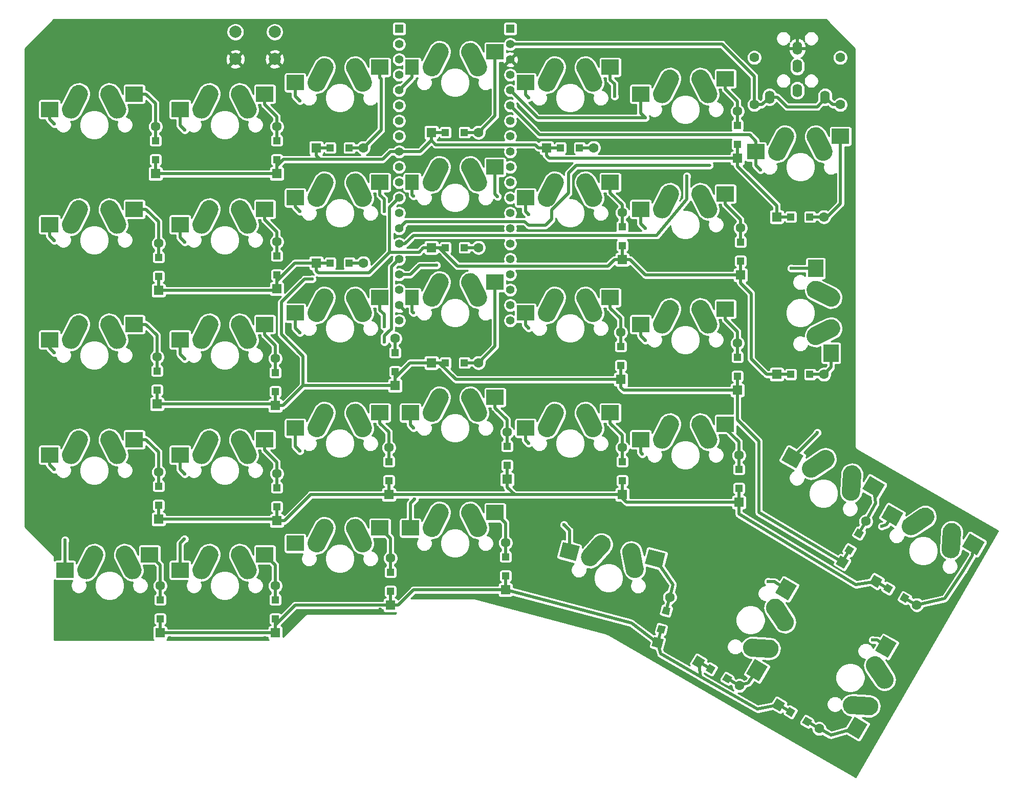
<source format=gbl>
G04 #@! TF.GenerationSoftware,KiCad,Pcbnew,(5.1.5)-3*
G04 #@! TF.CreationDate,2020-02-25T19:23:57+01:00*
G04 #@! TF.ProjectId,redox_rev1,7265646f-785f-4726-9576-312e6b696361,1.0*
G04 #@! TF.SameCoordinates,Original*
G04 #@! TF.FileFunction,Copper,L2,Bot*
G04 #@! TF.FilePolarity,Positive*
%FSLAX46Y46*%
G04 Gerber Fmt 4.6, Leading zero omitted, Abs format (unit mm)*
G04 Created by KiCad (PCBNEW (5.1.5)-3) date 2020-02-25 19:23:57*
%MOMM*%
%LPD*%
G04 APERTURE LIST*
%ADD10C,0.100000*%
%ADD11R,2.850000X2.500000*%
%ADD12R,0.500000X2.500000*%
%ADD13R,1.200000X1.200000*%
%ADD14C,1.600000*%
%ADD15R,1.600000X1.600000*%
%ADD16R,2.500000X0.500000*%
%ADD17R,2.250000X2.500000*%
%ADD18R,1.400000X1.400000*%
%ADD19C,1.400000*%
%ADD20R,2.500000X2.850000*%
%ADD21C,2.000000*%
%ADD22O,1.600000X2.200000*%
%ADD23C,0.600000*%
%ADD24C,0.500000*%
%ADD25C,0.250000*%
G04 APERTURE END LIST*
G04 #@! TA.AperFunction,WasherPad*
D10*
G36*
X94166778Y-79151497D02*
G01*
X94311746Y-79177052D01*
X94453511Y-79216693D01*
X94590707Y-79270039D01*
X94722015Y-79336576D01*
X94846168Y-79415662D01*
X94961972Y-79506537D01*
X95068310Y-79608325D01*
X95164160Y-79720046D01*
X95248598Y-79840624D01*
X95321571Y-79970421D01*
X96593235Y-82520984D01*
X96652373Y-82655785D01*
X96698014Y-82795734D01*
X96729718Y-82939482D01*
X96747179Y-83085646D01*
X96750230Y-83232818D01*
X96738840Y-83379579D01*
X96713121Y-83524518D01*
X96673319Y-83666238D01*
X96619817Y-83803374D01*
X96553131Y-83934606D01*
X96473904Y-84058669D01*
X96382897Y-84174369D01*
X96280989Y-84280593D01*
X96169159Y-84376315D01*
X96048485Y-84460616D01*
X95921653Y-84531922D01*
X95921651Y-84531923D01*
X95786917Y-84591214D01*
X95647021Y-84637014D01*
X95503308Y-84668881D01*
X95357165Y-84686508D01*
X95209997Y-84689726D01*
X95063222Y-84678503D01*
X94918254Y-84652948D01*
X94776489Y-84613307D01*
X94639293Y-84559961D01*
X94507985Y-84493424D01*
X94383832Y-84414338D01*
X94268028Y-84323463D01*
X94161690Y-84221675D01*
X94065840Y-84109954D01*
X93981402Y-83989376D01*
X93908429Y-83859579D01*
X92636765Y-81309016D01*
X92577627Y-81174215D01*
X92531986Y-81034266D01*
X92500282Y-80890518D01*
X92482821Y-80744354D01*
X92479770Y-80597182D01*
X92491160Y-80450421D01*
X92516879Y-80305482D01*
X92556681Y-80163762D01*
X92610183Y-80026626D01*
X92676869Y-79895394D01*
X92756096Y-79771331D01*
X92847103Y-79655631D01*
X92949011Y-79549407D01*
X93060841Y-79453685D01*
X93181515Y-79369384D01*
X93308347Y-79298078D01*
X93308349Y-79298077D01*
X93443083Y-79238786D01*
X93582979Y-79192986D01*
X93726692Y-79161119D01*
X93872835Y-79143492D01*
X94020003Y-79140274D01*
X94166778Y-79151497D01*
G37*
G04 #@! TD.AperFunction*
D11*
X98090000Y-80645000D03*
X84074000Y-83185000D03*
G04 #@! TA.AperFunction,WasherPad*
D10*
G36*
X89005466Y-79143372D02*
G01*
X89151630Y-79160833D01*
X89295378Y-79192537D01*
X89435327Y-79238178D01*
X89571651Y-79298077D01*
X89571653Y-79298078D01*
X89699927Y-79370290D01*
X89820505Y-79454728D01*
X89932226Y-79550578D01*
X90034014Y-79656916D01*
X90124889Y-79772720D01*
X90203975Y-79896873D01*
X90270512Y-80028181D01*
X90323858Y-80165377D01*
X90363499Y-80307142D01*
X90389054Y-80452110D01*
X90400277Y-80598885D01*
X90397059Y-80746053D01*
X90379432Y-80892196D01*
X90347565Y-81035909D01*
X90301765Y-81175805D01*
X90243235Y-81309016D01*
X88971571Y-83859579D01*
X88899504Y-83987934D01*
X88815203Y-84108608D01*
X88719481Y-84220438D01*
X88613257Y-84322346D01*
X88497557Y-84413353D01*
X88373494Y-84492580D01*
X88242262Y-84559266D01*
X88105126Y-84612768D01*
X87963406Y-84652570D01*
X87818467Y-84678289D01*
X87671706Y-84689679D01*
X87524534Y-84686628D01*
X87378370Y-84669167D01*
X87234622Y-84637463D01*
X87094673Y-84591822D01*
X86958349Y-84531923D01*
X86958347Y-84531922D01*
X86830073Y-84459710D01*
X86709495Y-84375272D01*
X86597774Y-84279422D01*
X86495986Y-84173084D01*
X86405111Y-84057280D01*
X86326025Y-83933127D01*
X86259488Y-83801819D01*
X86206142Y-83664623D01*
X86166501Y-83522858D01*
X86140946Y-83377890D01*
X86129723Y-83231115D01*
X86132941Y-83083947D01*
X86150568Y-82937804D01*
X86182435Y-82794091D01*
X86228235Y-82654195D01*
X86286765Y-82520984D01*
X87558429Y-79970421D01*
X87630496Y-79842066D01*
X87714797Y-79721392D01*
X87810519Y-79609562D01*
X87916743Y-79507654D01*
X88032443Y-79416647D01*
X88156506Y-79337420D01*
X88287738Y-79270734D01*
X88424874Y-79217232D01*
X88566594Y-79177430D01*
X88711533Y-79151711D01*
X88858294Y-79140321D01*
X89005466Y-79143372D01*
G37*
G04 #@! TD.AperFunction*
G04 #@! TA.AperFunction,WasherPad*
G36*
X115756778Y-117251497D02*
G01*
X115901746Y-117277052D01*
X116043511Y-117316693D01*
X116180707Y-117370039D01*
X116312015Y-117436576D01*
X116436168Y-117515662D01*
X116551972Y-117606537D01*
X116658310Y-117708325D01*
X116754160Y-117820046D01*
X116838598Y-117940624D01*
X116911571Y-118070421D01*
X118183235Y-120620984D01*
X118242373Y-120755785D01*
X118288014Y-120895734D01*
X118319718Y-121039482D01*
X118337179Y-121185646D01*
X118340230Y-121332818D01*
X118328840Y-121479579D01*
X118303121Y-121624518D01*
X118263319Y-121766238D01*
X118209817Y-121903374D01*
X118143131Y-122034606D01*
X118063904Y-122158669D01*
X117972897Y-122274369D01*
X117870989Y-122380593D01*
X117759159Y-122476315D01*
X117638485Y-122560616D01*
X117511653Y-122631922D01*
X117511651Y-122631923D01*
X117376917Y-122691214D01*
X117237021Y-122737014D01*
X117093308Y-122768881D01*
X116947165Y-122786508D01*
X116799997Y-122789726D01*
X116653222Y-122778503D01*
X116508254Y-122752948D01*
X116366489Y-122713307D01*
X116229293Y-122659961D01*
X116097985Y-122593424D01*
X115973832Y-122514338D01*
X115858028Y-122423463D01*
X115751690Y-122321675D01*
X115655840Y-122209954D01*
X115571402Y-122089376D01*
X115498429Y-121959579D01*
X114226765Y-119409016D01*
X114167627Y-119274215D01*
X114121986Y-119134266D01*
X114090282Y-118990518D01*
X114072821Y-118844354D01*
X114069770Y-118697182D01*
X114081160Y-118550421D01*
X114106879Y-118405482D01*
X114146681Y-118263762D01*
X114200183Y-118126626D01*
X114266869Y-117995394D01*
X114346096Y-117871331D01*
X114437103Y-117755631D01*
X114539011Y-117649407D01*
X114650841Y-117553685D01*
X114771515Y-117469384D01*
X114898347Y-117398078D01*
X114898349Y-117398077D01*
X115033083Y-117338786D01*
X115172979Y-117292986D01*
X115316692Y-117261119D01*
X115462835Y-117243492D01*
X115610003Y-117240274D01*
X115756778Y-117251497D01*
G37*
G04 #@! TD.AperFunction*
G04 #@! TA.AperFunction,WasherPad*
G36*
X110595466Y-117243372D02*
G01*
X110741630Y-117260833D01*
X110885378Y-117292537D01*
X111025327Y-117338178D01*
X111161651Y-117398077D01*
X111161653Y-117398078D01*
X111289927Y-117470290D01*
X111410505Y-117554728D01*
X111522226Y-117650578D01*
X111624014Y-117756916D01*
X111714889Y-117872720D01*
X111793975Y-117996873D01*
X111860512Y-118128181D01*
X111913858Y-118265377D01*
X111953499Y-118407142D01*
X111979054Y-118552110D01*
X111990277Y-118698885D01*
X111987059Y-118846053D01*
X111969432Y-118992196D01*
X111937565Y-119135909D01*
X111891765Y-119275805D01*
X111833235Y-119409016D01*
X110561571Y-121959579D01*
X110489504Y-122087934D01*
X110405203Y-122208608D01*
X110309481Y-122320438D01*
X110203257Y-122422346D01*
X110087557Y-122513353D01*
X109963494Y-122592580D01*
X109832262Y-122659266D01*
X109695126Y-122712768D01*
X109553406Y-122752570D01*
X109408467Y-122778289D01*
X109261706Y-122789679D01*
X109114534Y-122786628D01*
X108968370Y-122769167D01*
X108824622Y-122737463D01*
X108684673Y-122691822D01*
X108548349Y-122631923D01*
X108548347Y-122631922D01*
X108420073Y-122559710D01*
X108299495Y-122475272D01*
X108187774Y-122379422D01*
X108085986Y-122273084D01*
X107995111Y-122157280D01*
X107916025Y-122033127D01*
X107849488Y-121901819D01*
X107796142Y-121764623D01*
X107756501Y-121622858D01*
X107730946Y-121477890D01*
X107719723Y-121331115D01*
X107722941Y-121183947D01*
X107740568Y-121037804D01*
X107772435Y-120894091D01*
X107818235Y-120754195D01*
X107876765Y-120620984D01*
X109148429Y-118070421D01*
X109220496Y-117942066D01*
X109304797Y-117821392D01*
X109400519Y-117709562D01*
X109506743Y-117607654D01*
X109622443Y-117516647D01*
X109746506Y-117437420D01*
X109877738Y-117370734D01*
X110014874Y-117317232D01*
X110156594Y-117277430D01*
X110301533Y-117251711D01*
X110448294Y-117240321D01*
X110595466Y-117243372D01*
G37*
G04 #@! TD.AperFunction*
D11*
X105664000Y-121285000D03*
X119680000Y-118745000D03*
D12*
X101600000Y-68166000D03*
D13*
X101600000Y-69291000D03*
X101600000Y-72441000D03*
D12*
X101600000Y-73566000D03*
D14*
X101600000Y-66966000D03*
D15*
X101600000Y-74766000D03*
D16*
X210980000Y-107950000D03*
D13*
X209855000Y-107950000D03*
X206705000Y-107950000D03*
D16*
X205580000Y-107950000D03*
D14*
X212180000Y-107950000D03*
D15*
X204380000Y-107950000D03*
D17*
X144064000Y-76200000D03*
D11*
X157780000Y-73660000D03*
G04 #@! TA.AperFunction,WasherPad*
D10*
G36*
X148695466Y-72158372D02*
G01*
X148841630Y-72175833D01*
X148985378Y-72207537D01*
X149125327Y-72253178D01*
X149261651Y-72313077D01*
X149261653Y-72313078D01*
X149389927Y-72385290D01*
X149510505Y-72469728D01*
X149622226Y-72565578D01*
X149724014Y-72671916D01*
X149814889Y-72787720D01*
X149893975Y-72911873D01*
X149960512Y-73043181D01*
X150013858Y-73180377D01*
X150053499Y-73322142D01*
X150079054Y-73467110D01*
X150090277Y-73613885D01*
X150087059Y-73761053D01*
X150069432Y-73907196D01*
X150037565Y-74050909D01*
X149991765Y-74190805D01*
X149933235Y-74324016D01*
X148661571Y-76874579D01*
X148589504Y-77002934D01*
X148505203Y-77123608D01*
X148409481Y-77235438D01*
X148303257Y-77337346D01*
X148187557Y-77428353D01*
X148063494Y-77507580D01*
X147932262Y-77574266D01*
X147795126Y-77627768D01*
X147653406Y-77667570D01*
X147508467Y-77693289D01*
X147361706Y-77704679D01*
X147214534Y-77701628D01*
X147068370Y-77684167D01*
X146924622Y-77652463D01*
X146784673Y-77606822D01*
X146648349Y-77546923D01*
X146648347Y-77546922D01*
X146520073Y-77474710D01*
X146399495Y-77390272D01*
X146287774Y-77294422D01*
X146185986Y-77188084D01*
X146095111Y-77072280D01*
X146016025Y-76948127D01*
X145949488Y-76816819D01*
X145896142Y-76679623D01*
X145856501Y-76537858D01*
X145830946Y-76392890D01*
X145819723Y-76246115D01*
X145822941Y-76098947D01*
X145840568Y-75952804D01*
X145872435Y-75809091D01*
X145918235Y-75669195D01*
X145976765Y-75535984D01*
X147248429Y-72985421D01*
X147320496Y-72857066D01*
X147404797Y-72736392D01*
X147500519Y-72624562D01*
X147606743Y-72522654D01*
X147722443Y-72431647D01*
X147846506Y-72352420D01*
X147977738Y-72285734D01*
X148114874Y-72232232D01*
X148256594Y-72192430D01*
X148401533Y-72166711D01*
X148548294Y-72155321D01*
X148695466Y-72158372D01*
G37*
G04 #@! TD.AperFunction*
G04 #@! TA.AperFunction,WasherPad*
G36*
X153856778Y-72166497D02*
G01*
X154001746Y-72192052D01*
X154143511Y-72231693D01*
X154280707Y-72285039D01*
X154412015Y-72351576D01*
X154536168Y-72430662D01*
X154651972Y-72521537D01*
X154758310Y-72623325D01*
X154854160Y-72735046D01*
X154938598Y-72855624D01*
X155011571Y-72985421D01*
X156283235Y-75535984D01*
X156342373Y-75670785D01*
X156388014Y-75810734D01*
X156419718Y-75954482D01*
X156437179Y-76100646D01*
X156440230Y-76247818D01*
X156428840Y-76394579D01*
X156403121Y-76539518D01*
X156363319Y-76681238D01*
X156309817Y-76818374D01*
X156243131Y-76949606D01*
X156163904Y-77073669D01*
X156072897Y-77189369D01*
X155970989Y-77295593D01*
X155859159Y-77391315D01*
X155738485Y-77475616D01*
X155611653Y-77546922D01*
X155611651Y-77546923D01*
X155476917Y-77606214D01*
X155337021Y-77652014D01*
X155193308Y-77683881D01*
X155047165Y-77701508D01*
X154899997Y-77704726D01*
X154753222Y-77693503D01*
X154608254Y-77667948D01*
X154466489Y-77628307D01*
X154329293Y-77574961D01*
X154197985Y-77508424D01*
X154073832Y-77429338D01*
X153958028Y-77338463D01*
X153851690Y-77236675D01*
X153755840Y-77124954D01*
X153671402Y-77004376D01*
X153598429Y-76874579D01*
X152326765Y-74324016D01*
X152267627Y-74189215D01*
X152221986Y-74049266D01*
X152190282Y-73905518D01*
X152172821Y-73759354D01*
X152169770Y-73612182D01*
X152181160Y-73465421D01*
X152206879Y-73320482D01*
X152246681Y-73178762D01*
X152300183Y-73041626D01*
X152366869Y-72910394D01*
X152446096Y-72786331D01*
X152537103Y-72670631D01*
X152639011Y-72564407D01*
X152750841Y-72468685D01*
X152871515Y-72384384D01*
X152998347Y-72313078D01*
X152998349Y-72313077D01*
X153133083Y-72253786D01*
X153272979Y-72207986D01*
X153416692Y-72176119D01*
X153562835Y-72158492D01*
X153710003Y-72155274D01*
X153856778Y-72166497D01*
G37*
G04 #@! TD.AperFunction*
G04 #@! TA.AperFunction,WasherPad*
G36*
X115756778Y-60101497D02*
G01*
X115901746Y-60127052D01*
X116043511Y-60166693D01*
X116180707Y-60220039D01*
X116312015Y-60286576D01*
X116436168Y-60365662D01*
X116551972Y-60456537D01*
X116658310Y-60558325D01*
X116754160Y-60670046D01*
X116838598Y-60790624D01*
X116911571Y-60920421D01*
X118183235Y-63470984D01*
X118242373Y-63605785D01*
X118288014Y-63745734D01*
X118319718Y-63889482D01*
X118337179Y-64035646D01*
X118340230Y-64182818D01*
X118328840Y-64329579D01*
X118303121Y-64474518D01*
X118263319Y-64616238D01*
X118209817Y-64753374D01*
X118143131Y-64884606D01*
X118063904Y-65008669D01*
X117972897Y-65124369D01*
X117870989Y-65230593D01*
X117759159Y-65326315D01*
X117638485Y-65410616D01*
X117511653Y-65481922D01*
X117511651Y-65481923D01*
X117376917Y-65541214D01*
X117237021Y-65587014D01*
X117093308Y-65618881D01*
X116947165Y-65636508D01*
X116799997Y-65639726D01*
X116653222Y-65628503D01*
X116508254Y-65602948D01*
X116366489Y-65563307D01*
X116229293Y-65509961D01*
X116097985Y-65443424D01*
X115973832Y-65364338D01*
X115858028Y-65273463D01*
X115751690Y-65171675D01*
X115655840Y-65059954D01*
X115571402Y-64939376D01*
X115498429Y-64809579D01*
X114226765Y-62259016D01*
X114167627Y-62124215D01*
X114121986Y-61984266D01*
X114090282Y-61840518D01*
X114072821Y-61694354D01*
X114069770Y-61547182D01*
X114081160Y-61400421D01*
X114106879Y-61255482D01*
X114146681Y-61113762D01*
X114200183Y-60976626D01*
X114266869Y-60845394D01*
X114346096Y-60721331D01*
X114437103Y-60605631D01*
X114539011Y-60499407D01*
X114650841Y-60403685D01*
X114771515Y-60319384D01*
X114898347Y-60248078D01*
X114898349Y-60248077D01*
X115033083Y-60188786D01*
X115172979Y-60142986D01*
X115316692Y-60111119D01*
X115462835Y-60093492D01*
X115610003Y-60090274D01*
X115756778Y-60101497D01*
G37*
G04 #@! TD.AperFunction*
G04 #@! TA.AperFunction,WasherPad*
G36*
X110595466Y-60093372D02*
G01*
X110741630Y-60110833D01*
X110885378Y-60142537D01*
X111025327Y-60188178D01*
X111161651Y-60248077D01*
X111161653Y-60248078D01*
X111289927Y-60320290D01*
X111410505Y-60404728D01*
X111522226Y-60500578D01*
X111624014Y-60606916D01*
X111714889Y-60722720D01*
X111793975Y-60846873D01*
X111860512Y-60978181D01*
X111913858Y-61115377D01*
X111953499Y-61257142D01*
X111979054Y-61402110D01*
X111990277Y-61548885D01*
X111987059Y-61696053D01*
X111969432Y-61842196D01*
X111937565Y-61985909D01*
X111891765Y-62125805D01*
X111833235Y-62259016D01*
X110561571Y-64809579D01*
X110489504Y-64937934D01*
X110405203Y-65058608D01*
X110309481Y-65170438D01*
X110203257Y-65272346D01*
X110087557Y-65363353D01*
X109963494Y-65442580D01*
X109832262Y-65509266D01*
X109695126Y-65562768D01*
X109553406Y-65602570D01*
X109408467Y-65628289D01*
X109261706Y-65639679D01*
X109114534Y-65636628D01*
X108968370Y-65619167D01*
X108824622Y-65587463D01*
X108684673Y-65541822D01*
X108548349Y-65481923D01*
X108548347Y-65481922D01*
X108420073Y-65409710D01*
X108299495Y-65325272D01*
X108187774Y-65229422D01*
X108085986Y-65123084D01*
X107995111Y-65007280D01*
X107916025Y-64883127D01*
X107849488Y-64751819D01*
X107796142Y-64614623D01*
X107756501Y-64472858D01*
X107730946Y-64327890D01*
X107719723Y-64181115D01*
X107722941Y-64033947D01*
X107740568Y-63887804D01*
X107772435Y-63744091D01*
X107818235Y-63604195D01*
X107876765Y-63470984D01*
X109148429Y-60920421D01*
X109220496Y-60792066D01*
X109304797Y-60671392D01*
X109400519Y-60559562D01*
X109506743Y-60457654D01*
X109622443Y-60366647D01*
X109746506Y-60287420D01*
X109877738Y-60220734D01*
X110014874Y-60167232D01*
X110156594Y-60127430D01*
X110301533Y-60101711D01*
X110448294Y-60090321D01*
X110595466Y-60093372D01*
G37*
G04 #@! TD.AperFunction*
D11*
X105664000Y-64135000D03*
X119680000Y-61595000D03*
G04 #@! TA.AperFunction,WasherPad*
D10*
G36*
X94166778Y-60101497D02*
G01*
X94311746Y-60127052D01*
X94453511Y-60166693D01*
X94590707Y-60220039D01*
X94722015Y-60286576D01*
X94846168Y-60365662D01*
X94961972Y-60456537D01*
X95068310Y-60558325D01*
X95164160Y-60670046D01*
X95248598Y-60790624D01*
X95321571Y-60920421D01*
X96593235Y-63470984D01*
X96652373Y-63605785D01*
X96698014Y-63745734D01*
X96729718Y-63889482D01*
X96747179Y-64035646D01*
X96750230Y-64182818D01*
X96738840Y-64329579D01*
X96713121Y-64474518D01*
X96673319Y-64616238D01*
X96619817Y-64753374D01*
X96553131Y-64884606D01*
X96473904Y-65008669D01*
X96382897Y-65124369D01*
X96280989Y-65230593D01*
X96169159Y-65326315D01*
X96048485Y-65410616D01*
X95921653Y-65481922D01*
X95921651Y-65481923D01*
X95786917Y-65541214D01*
X95647021Y-65587014D01*
X95503308Y-65618881D01*
X95357165Y-65636508D01*
X95209997Y-65639726D01*
X95063222Y-65628503D01*
X94918254Y-65602948D01*
X94776489Y-65563307D01*
X94639293Y-65509961D01*
X94507985Y-65443424D01*
X94383832Y-65364338D01*
X94268028Y-65273463D01*
X94161690Y-65171675D01*
X94065840Y-65059954D01*
X93981402Y-64939376D01*
X93908429Y-64809579D01*
X92636765Y-62259016D01*
X92577627Y-62124215D01*
X92531986Y-61984266D01*
X92500282Y-61840518D01*
X92482821Y-61694354D01*
X92479770Y-61547182D01*
X92491160Y-61400421D01*
X92516879Y-61255482D01*
X92556681Y-61113762D01*
X92610183Y-60976626D01*
X92676869Y-60845394D01*
X92756096Y-60721331D01*
X92847103Y-60605631D01*
X92949011Y-60499407D01*
X93060841Y-60403685D01*
X93181515Y-60319384D01*
X93308347Y-60248078D01*
X93308349Y-60248077D01*
X93443083Y-60188786D01*
X93582979Y-60142986D01*
X93726692Y-60111119D01*
X93872835Y-60093492D01*
X94020003Y-60090274D01*
X94166778Y-60101497D01*
G37*
G04 #@! TD.AperFunction*
D11*
X98090000Y-61595000D03*
X84074000Y-64135000D03*
G04 #@! TA.AperFunction,WasherPad*
D10*
G36*
X89005466Y-60093372D02*
G01*
X89151630Y-60110833D01*
X89295378Y-60142537D01*
X89435327Y-60188178D01*
X89571651Y-60248077D01*
X89571653Y-60248078D01*
X89699927Y-60320290D01*
X89820505Y-60404728D01*
X89932226Y-60500578D01*
X90034014Y-60606916D01*
X90124889Y-60722720D01*
X90203975Y-60846873D01*
X90270512Y-60978181D01*
X90323858Y-61115377D01*
X90363499Y-61257142D01*
X90389054Y-61402110D01*
X90400277Y-61548885D01*
X90397059Y-61696053D01*
X90379432Y-61842196D01*
X90347565Y-61985909D01*
X90301765Y-62125805D01*
X90243235Y-62259016D01*
X88971571Y-64809579D01*
X88899504Y-64937934D01*
X88815203Y-65058608D01*
X88719481Y-65170438D01*
X88613257Y-65272346D01*
X88497557Y-65363353D01*
X88373494Y-65442580D01*
X88242262Y-65509266D01*
X88105126Y-65562768D01*
X87963406Y-65602570D01*
X87818467Y-65628289D01*
X87671706Y-65639679D01*
X87524534Y-65636628D01*
X87378370Y-65619167D01*
X87234622Y-65587463D01*
X87094673Y-65541822D01*
X86958349Y-65481923D01*
X86958347Y-65481922D01*
X86830073Y-65409710D01*
X86709495Y-65325272D01*
X86597774Y-65229422D01*
X86495986Y-65123084D01*
X86405111Y-65007280D01*
X86326025Y-64883127D01*
X86259488Y-64751819D01*
X86206142Y-64614623D01*
X86166501Y-64472858D01*
X86140946Y-64327890D01*
X86129723Y-64181115D01*
X86132941Y-64033947D01*
X86150568Y-63887804D01*
X86182435Y-63744091D01*
X86228235Y-63604195D01*
X86286765Y-63470984D01*
X87558429Y-60920421D01*
X87630496Y-60792066D01*
X87714797Y-60671392D01*
X87810519Y-60559562D01*
X87916743Y-60457654D01*
X88032443Y-60366647D01*
X88156506Y-60287420D01*
X88287738Y-60220734D01*
X88424874Y-60167232D01*
X88566594Y-60127430D01*
X88711533Y-60101711D01*
X88858294Y-60090321D01*
X89005466Y-60093372D01*
G37*
G04 #@! TD.AperFunction*
D18*
X141894000Y-50800000D03*
D19*
X141894000Y-53340000D03*
X141894000Y-55880000D03*
X141894000Y-58420000D03*
X141894000Y-60960000D03*
X141894000Y-63500000D03*
X141894000Y-66040000D03*
X141894000Y-68580000D03*
X141894000Y-71120000D03*
X141894000Y-73660000D03*
X141894000Y-76200000D03*
X141894000Y-78740000D03*
X141894000Y-81280000D03*
X141894000Y-83820000D03*
X141894000Y-86360000D03*
X141894000Y-88900000D03*
X141894000Y-91440000D03*
X141894000Y-93980000D03*
X141894000Y-96520000D03*
X141894000Y-99060000D03*
X160274000Y-99060000D03*
X160274000Y-96520000D03*
X160274000Y-93980000D03*
X160274000Y-91440000D03*
X160274000Y-88900000D03*
X160274000Y-86360000D03*
X160274000Y-83820000D03*
X160274000Y-81280000D03*
X160274000Y-78740000D03*
X160274000Y-76200000D03*
X160274000Y-73660000D03*
X160274000Y-71120000D03*
X160274000Y-68580000D03*
X160274000Y-66040000D03*
X160274000Y-63500000D03*
X160274000Y-60960000D03*
X160274000Y-58420000D03*
X160274000Y-55880000D03*
X160274000Y-53340000D03*
D18*
X160274000Y-50800000D03*
G04 #@! TA.AperFunction,WasherPad*
D10*
G36*
X134806778Y-74706497D02*
G01*
X134951746Y-74732052D01*
X135093511Y-74771693D01*
X135230707Y-74825039D01*
X135362015Y-74891576D01*
X135486168Y-74970662D01*
X135601972Y-75061537D01*
X135708310Y-75163325D01*
X135804160Y-75275046D01*
X135888598Y-75395624D01*
X135961571Y-75525421D01*
X137233235Y-78075984D01*
X137292373Y-78210785D01*
X137338014Y-78350734D01*
X137369718Y-78494482D01*
X137387179Y-78640646D01*
X137390230Y-78787818D01*
X137378840Y-78934579D01*
X137353121Y-79079518D01*
X137313319Y-79221238D01*
X137259817Y-79358374D01*
X137193131Y-79489606D01*
X137113904Y-79613669D01*
X137022897Y-79729369D01*
X136920989Y-79835593D01*
X136809159Y-79931315D01*
X136688485Y-80015616D01*
X136561653Y-80086922D01*
X136561651Y-80086923D01*
X136426917Y-80146214D01*
X136287021Y-80192014D01*
X136143308Y-80223881D01*
X135997165Y-80241508D01*
X135849997Y-80244726D01*
X135703222Y-80233503D01*
X135558254Y-80207948D01*
X135416489Y-80168307D01*
X135279293Y-80114961D01*
X135147985Y-80048424D01*
X135023832Y-79969338D01*
X134908028Y-79878463D01*
X134801690Y-79776675D01*
X134705840Y-79664954D01*
X134621402Y-79544376D01*
X134548429Y-79414579D01*
X133276765Y-76864016D01*
X133217627Y-76729215D01*
X133171986Y-76589266D01*
X133140282Y-76445518D01*
X133122821Y-76299354D01*
X133119770Y-76152182D01*
X133131160Y-76005421D01*
X133156879Y-75860482D01*
X133196681Y-75718762D01*
X133250183Y-75581626D01*
X133316869Y-75450394D01*
X133396096Y-75326331D01*
X133487103Y-75210631D01*
X133589011Y-75104407D01*
X133700841Y-75008685D01*
X133821515Y-74924384D01*
X133948347Y-74853078D01*
X133948349Y-74853077D01*
X134083083Y-74793786D01*
X134222979Y-74747986D01*
X134366692Y-74716119D01*
X134512835Y-74698492D01*
X134660003Y-74695274D01*
X134806778Y-74706497D01*
G37*
G04 #@! TD.AperFunction*
G04 #@! TA.AperFunction,WasherPad*
G36*
X129645466Y-74698372D02*
G01*
X129791630Y-74715833D01*
X129935378Y-74747537D01*
X130075327Y-74793178D01*
X130211651Y-74853077D01*
X130211653Y-74853078D01*
X130339927Y-74925290D01*
X130460505Y-75009728D01*
X130572226Y-75105578D01*
X130674014Y-75211916D01*
X130764889Y-75327720D01*
X130843975Y-75451873D01*
X130910512Y-75583181D01*
X130963858Y-75720377D01*
X131003499Y-75862142D01*
X131029054Y-76007110D01*
X131040277Y-76153885D01*
X131037059Y-76301053D01*
X131019432Y-76447196D01*
X130987565Y-76590909D01*
X130941765Y-76730805D01*
X130883235Y-76864016D01*
X129611571Y-79414579D01*
X129539504Y-79542934D01*
X129455203Y-79663608D01*
X129359481Y-79775438D01*
X129253257Y-79877346D01*
X129137557Y-79968353D01*
X129013494Y-80047580D01*
X128882262Y-80114266D01*
X128745126Y-80167768D01*
X128603406Y-80207570D01*
X128458467Y-80233289D01*
X128311706Y-80244679D01*
X128164534Y-80241628D01*
X128018370Y-80224167D01*
X127874622Y-80192463D01*
X127734673Y-80146822D01*
X127598349Y-80086923D01*
X127598347Y-80086922D01*
X127470073Y-80014710D01*
X127349495Y-79930272D01*
X127237774Y-79834422D01*
X127135986Y-79728084D01*
X127045111Y-79612280D01*
X126966025Y-79488127D01*
X126899488Y-79356819D01*
X126846142Y-79219623D01*
X126806501Y-79077858D01*
X126780946Y-78932890D01*
X126769723Y-78786115D01*
X126772941Y-78638947D01*
X126790568Y-78492804D01*
X126822435Y-78349091D01*
X126868235Y-78209195D01*
X126926765Y-78075984D01*
X128198429Y-75525421D01*
X128270496Y-75397066D01*
X128354797Y-75276392D01*
X128450519Y-75164562D01*
X128556743Y-75062654D01*
X128672443Y-74971647D01*
X128796506Y-74892420D01*
X128927738Y-74825734D01*
X129064874Y-74772232D01*
X129206594Y-74732430D01*
X129351533Y-74706711D01*
X129498294Y-74695321D01*
X129645466Y-74698372D01*
G37*
G04 #@! TD.AperFunction*
D11*
X124714000Y-78740000D03*
X138730000Y-76200000D03*
G04 #@! TA.AperFunction,WasherPad*
D10*
G36*
X134806778Y-112806497D02*
G01*
X134951746Y-112832052D01*
X135093511Y-112871693D01*
X135230707Y-112925039D01*
X135362015Y-112991576D01*
X135486168Y-113070662D01*
X135601972Y-113161537D01*
X135708310Y-113263325D01*
X135804160Y-113375046D01*
X135888598Y-113495624D01*
X135961571Y-113625421D01*
X137233235Y-116175984D01*
X137292373Y-116310785D01*
X137338014Y-116450734D01*
X137369718Y-116594482D01*
X137387179Y-116740646D01*
X137390230Y-116887818D01*
X137378840Y-117034579D01*
X137353121Y-117179518D01*
X137313319Y-117321238D01*
X137259817Y-117458374D01*
X137193131Y-117589606D01*
X137113904Y-117713669D01*
X137022897Y-117829369D01*
X136920989Y-117935593D01*
X136809159Y-118031315D01*
X136688485Y-118115616D01*
X136561653Y-118186922D01*
X136561651Y-118186923D01*
X136426917Y-118246214D01*
X136287021Y-118292014D01*
X136143308Y-118323881D01*
X135997165Y-118341508D01*
X135849997Y-118344726D01*
X135703222Y-118333503D01*
X135558254Y-118307948D01*
X135416489Y-118268307D01*
X135279293Y-118214961D01*
X135147985Y-118148424D01*
X135023832Y-118069338D01*
X134908028Y-117978463D01*
X134801690Y-117876675D01*
X134705840Y-117764954D01*
X134621402Y-117644376D01*
X134548429Y-117514579D01*
X133276765Y-114964016D01*
X133217627Y-114829215D01*
X133171986Y-114689266D01*
X133140282Y-114545518D01*
X133122821Y-114399354D01*
X133119770Y-114252182D01*
X133131160Y-114105421D01*
X133156879Y-113960482D01*
X133196681Y-113818762D01*
X133250183Y-113681626D01*
X133316869Y-113550394D01*
X133396096Y-113426331D01*
X133487103Y-113310631D01*
X133589011Y-113204407D01*
X133700841Y-113108685D01*
X133821515Y-113024384D01*
X133948347Y-112953078D01*
X133948349Y-112953077D01*
X134083083Y-112893786D01*
X134222979Y-112847986D01*
X134366692Y-112816119D01*
X134512835Y-112798492D01*
X134660003Y-112795274D01*
X134806778Y-112806497D01*
G37*
G04 #@! TD.AperFunction*
G04 #@! TA.AperFunction,WasherPad*
G36*
X129645466Y-112798372D02*
G01*
X129791630Y-112815833D01*
X129935378Y-112847537D01*
X130075327Y-112893178D01*
X130211651Y-112953077D01*
X130211653Y-112953078D01*
X130339927Y-113025290D01*
X130460505Y-113109728D01*
X130572226Y-113205578D01*
X130674014Y-113311916D01*
X130764889Y-113427720D01*
X130843975Y-113551873D01*
X130910512Y-113683181D01*
X130963858Y-113820377D01*
X131003499Y-113962142D01*
X131029054Y-114107110D01*
X131040277Y-114253885D01*
X131037059Y-114401053D01*
X131019432Y-114547196D01*
X130987565Y-114690909D01*
X130941765Y-114830805D01*
X130883235Y-114964016D01*
X129611571Y-117514579D01*
X129539504Y-117642934D01*
X129455203Y-117763608D01*
X129359481Y-117875438D01*
X129253257Y-117977346D01*
X129137557Y-118068353D01*
X129013494Y-118147580D01*
X128882262Y-118214266D01*
X128745126Y-118267768D01*
X128603406Y-118307570D01*
X128458467Y-118333289D01*
X128311706Y-118344679D01*
X128164534Y-118341628D01*
X128018370Y-118324167D01*
X127874622Y-118292463D01*
X127734673Y-118246822D01*
X127598349Y-118186923D01*
X127598347Y-118186922D01*
X127470073Y-118114710D01*
X127349495Y-118030272D01*
X127237774Y-117934422D01*
X127135986Y-117828084D01*
X127045111Y-117712280D01*
X126966025Y-117588127D01*
X126899488Y-117456819D01*
X126846142Y-117319623D01*
X126806501Y-117177858D01*
X126780946Y-117032890D01*
X126769723Y-116886115D01*
X126772941Y-116738947D01*
X126790568Y-116592804D01*
X126822435Y-116449091D01*
X126868235Y-116309195D01*
X126926765Y-116175984D01*
X128198429Y-113625421D01*
X128270496Y-113497066D01*
X128354797Y-113376392D01*
X128450519Y-113264562D01*
X128556743Y-113162654D01*
X128672443Y-113071647D01*
X128796506Y-112992420D01*
X128927738Y-112925734D01*
X129064874Y-112872232D01*
X129206594Y-112832430D01*
X129351533Y-112806711D01*
X129498294Y-112795321D01*
X129645466Y-112798372D01*
G37*
G04 #@! TD.AperFunction*
D11*
X124714000Y-116840000D03*
X138730000Y-114300000D03*
G04 #@! TA.AperFunction,WasherPad*
D10*
G36*
X134806778Y-55656497D02*
G01*
X134951746Y-55682052D01*
X135093511Y-55721693D01*
X135230707Y-55775039D01*
X135362015Y-55841576D01*
X135486168Y-55920662D01*
X135601972Y-56011537D01*
X135708310Y-56113325D01*
X135804160Y-56225046D01*
X135888598Y-56345624D01*
X135961571Y-56475421D01*
X137233235Y-59025984D01*
X137292373Y-59160785D01*
X137338014Y-59300734D01*
X137369718Y-59444482D01*
X137387179Y-59590646D01*
X137390230Y-59737818D01*
X137378840Y-59884579D01*
X137353121Y-60029518D01*
X137313319Y-60171238D01*
X137259817Y-60308374D01*
X137193131Y-60439606D01*
X137113904Y-60563669D01*
X137022897Y-60679369D01*
X136920989Y-60785593D01*
X136809159Y-60881315D01*
X136688485Y-60965616D01*
X136561653Y-61036922D01*
X136561651Y-61036923D01*
X136426917Y-61096214D01*
X136287021Y-61142014D01*
X136143308Y-61173881D01*
X135997165Y-61191508D01*
X135849997Y-61194726D01*
X135703222Y-61183503D01*
X135558254Y-61157948D01*
X135416489Y-61118307D01*
X135279293Y-61064961D01*
X135147985Y-60998424D01*
X135023832Y-60919338D01*
X134908028Y-60828463D01*
X134801690Y-60726675D01*
X134705840Y-60614954D01*
X134621402Y-60494376D01*
X134548429Y-60364579D01*
X133276765Y-57814016D01*
X133217627Y-57679215D01*
X133171986Y-57539266D01*
X133140282Y-57395518D01*
X133122821Y-57249354D01*
X133119770Y-57102182D01*
X133131160Y-56955421D01*
X133156879Y-56810482D01*
X133196681Y-56668762D01*
X133250183Y-56531626D01*
X133316869Y-56400394D01*
X133396096Y-56276331D01*
X133487103Y-56160631D01*
X133589011Y-56054407D01*
X133700841Y-55958685D01*
X133821515Y-55874384D01*
X133948347Y-55803078D01*
X133948349Y-55803077D01*
X134083083Y-55743786D01*
X134222979Y-55697986D01*
X134366692Y-55666119D01*
X134512835Y-55648492D01*
X134660003Y-55645274D01*
X134806778Y-55656497D01*
G37*
G04 #@! TD.AperFunction*
G04 #@! TA.AperFunction,WasherPad*
G36*
X129645466Y-55648372D02*
G01*
X129791630Y-55665833D01*
X129935378Y-55697537D01*
X130075327Y-55743178D01*
X130211651Y-55803077D01*
X130211653Y-55803078D01*
X130339927Y-55875290D01*
X130460505Y-55959728D01*
X130572226Y-56055578D01*
X130674014Y-56161916D01*
X130764889Y-56277720D01*
X130843975Y-56401873D01*
X130910512Y-56533181D01*
X130963858Y-56670377D01*
X131003499Y-56812142D01*
X131029054Y-56957110D01*
X131040277Y-57103885D01*
X131037059Y-57251053D01*
X131019432Y-57397196D01*
X130987565Y-57540909D01*
X130941765Y-57680805D01*
X130883235Y-57814016D01*
X129611571Y-60364579D01*
X129539504Y-60492934D01*
X129455203Y-60613608D01*
X129359481Y-60725438D01*
X129253257Y-60827346D01*
X129137557Y-60918353D01*
X129013494Y-60997580D01*
X128882262Y-61064266D01*
X128745126Y-61117768D01*
X128603406Y-61157570D01*
X128458467Y-61183289D01*
X128311706Y-61194679D01*
X128164534Y-61191628D01*
X128018370Y-61174167D01*
X127874622Y-61142463D01*
X127734673Y-61096822D01*
X127598349Y-61036923D01*
X127598347Y-61036922D01*
X127470073Y-60964710D01*
X127349495Y-60880272D01*
X127237774Y-60784422D01*
X127135986Y-60678084D01*
X127045111Y-60562280D01*
X126966025Y-60438127D01*
X126899488Y-60306819D01*
X126846142Y-60169623D01*
X126806501Y-60027858D01*
X126780946Y-59882890D01*
X126769723Y-59736115D01*
X126772941Y-59588947D01*
X126790568Y-59442804D01*
X126822435Y-59299091D01*
X126868235Y-59159195D01*
X126926765Y-59025984D01*
X128198429Y-56475421D01*
X128270496Y-56347066D01*
X128354797Y-56226392D01*
X128450519Y-56114562D01*
X128556743Y-56012654D01*
X128672443Y-55921647D01*
X128796506Y-55842420D01*
X128927738Y-55775734D01*
X129064874Y-55722232D01*
X129206594Y-55682430D01*
X129351533Y-55656711D01*
X129498294Y-55645321D01*
X129645466Y-55648372D01*
G37*
G04 #@! TD.AperFunction*
D11*
X124714000Y-59690000D03*
X138730000Y-57150000D03*
G04 #@! TA.AperFunction,WasherPad*
D10*
G36*
X172906778Y-55656497D02*
G01*
X173051746Y-55682052D01*
X173193511Y-55721693D01*
X173330707Y-55775039D01*
X173462015Y-55841576D01*
X173586168Y-55920662D01*
X173701972Y-56011537D01*
X173808310Y-56113325D01*
X173904160Y-56225046D01*
X173988598Y-56345624D01*
X174061571Y-56475421D01*
X175333235Y-59025984D01*
X175392373Y-59160785D01*
X175438014Y-59300734D01*
X175469718Y-59444482D01*
X175487179Y-59590646D01*
X175490230Y-59737818D01*
X175478840Y-59884579D01*
X175453121Y-60029518D01*
X175413319Y-60171238D01*
X175359817Y-60308374D01*
X175293131Y-60439606D01*
X175213904Y-60563669D01*
X175122897Y-60679369D01*
X175020989Y-60785593D01*
X174909159Y-60881315D01*
X174788485Y-60965616D01*
X174661653Y-61036922D01*
X174661651Y-61036923D01*
X174526917Y-61096214D01*
X174387021Y-61142014D01*
X174243308Y-61173881D01*
X174097165Y-61191508D01*
X173949997Y-61194726D01*
X173803222Y-61183503D01*
X173658254Y-61157948D01*
X173516489Y-61118307D01*
X173379293Y-61064961D01*
X173247985Y-60998424D01*
X173123832Y-60919338D01*
X173008028Y-60828463D01*
X172901690Y-60726675D01*
X172805840Y-60614954D01*
X172721402Y-60494376D01*
X172648429Y-60364579D01*
X171376765Y-57814016D01*
X171317627Y-57679215D01*
X171271986Y-57539266D01*
X171240282Y-57395518D01*
X171222821Y-57249354D01*
X171219770Y-57102182D01*
X171231160Y-56955421D01*
X171256879Y-56810482D01*
X171296681Y-56668762D01*
X171350183Y-56531626D01*
X171416869Y-56400394D01*
X171496096Y-56276331D01*
X171587103Y-56160631D01*
X171689011Y-56054407D01*
X171800841Y-55958685D01*
X171921515Y-55874384D01*
X172048347Y-55803078D01*
X172048349Y-55803077D01*
X172183083Y-55743786D01*
X172322979Y-55697986D01*
X172466692Y-55666119D01*
X172612835Y-55648492D01*
X172760003Y-55645274D01*
X172906778Y-55656497D01*
G37*
G04 #@! TD.AperFunction*
G04 #@! TA.AperFunction,WasherPad*
G36*
X167745466Y-55648372D02*
G01*
X167891630Y-55665833D01*
X168035378Y-55697537D01*
X168175327Y-55743178D01*
X168311651Y-55803077D01*
X168311653Y-55803078D01*
X168439927Y-55875290D01*
X168560505Y-55959728D01*
X168672226Y-56055578D01*
X168774014Y-56161916D01*
X168864889Y-56277720D01*
X168943975Y-56401873D01*
X169010512Y-56533181D01*
X169063858Y-56670377D01*
X169103499Y-56812142D01*
X169129054Y-56957110D01*
X169140277Y-57103885D01*
X169137059Y-57251053D01*
X169119432Y-57397196D01*
X169087565Y-57540909D01*
X169041765Y-57680805D01*
X168983235Y-57814016D01*
X167711571Y-60364579D01*
X167639504Y-60492934D01*
X167555203Y-60613608D01*
X167459481Y-60725438D01*
X167353257Y-60827346D01*
X167237557Y-60918353D01*
X167113494Y-60997580D01*
X166982262Y-61064266D01*
X166845126Y-61117768D01*
X166703406Y-61157570D01*
X166558467Y-61183289D01*
X166411706Y-61194679D01*
X166264534Y-61191628D01*
X166118370Y-61174167D01*
X165974622Y-61142463D01*
X165834673Y-61096822D01*
X165698349Y-61036923D01*
X165698347Y-61036922D01*
X165570073Y-60964710D01*
X165449495Y-60880272D01*
X165337774Y-60784422D01*
X165235986Y-60678084D01*
X165145111Y-60562280D01*
X165066025Y-60438127D01*
X164999488Y-60306819D01*
X164946142Y-60169623D01*
X164906501Y-60027858D01*
X164880946Y-59882890D01*
X164869723Y-59736115D01*
X164872941Y-59588947D01*
X164890568Y-59442804D01*
X164922435Y-59299091D01*
X164968235Y-59159195D01*
X165026765Y-59025984D01*
X166298429Y-56475421D01*
X166370496Y-56347066D01*
X166454797Y-56226392D01*
X166550519Y-56114562D01*
X166656743Y-56012654D01*
X166772443Y-55921647D01*
X166896506Y-55842420D01*
X167027738Y-55775734D01*
X167164874Y-55722232D01*
X167306594Y-55682430D01*
X167451533Y-55656711D01*
X167598294Y-55645321D01*
X167745466Y-55648372D01*
G37*
G04 #@! TD.AperFunction*
D11*
X162814000Y-59690000D03*
X176830000Y-57150000D03*
G04 #@! TA.AperFunction,WasherPad*
D10*
G36*
X191956778Y-57561497D02*
G01*
X192101746Y-57587052D01*
X192243511Y-57626693D01*
X192380707Y-57680039D01*
X192512015Y-57746576D01*
X192636168Y-57825662D01*
X192751972Y-57916537D01*
X192858310Y-58018325D01*
X192954160Y-58130046D01*
X193038598Y-58250624D01*
X193111571Y-58380421D01*
X194383235Y-60930984D01*
X194442373Y-61065785D01*
X194488014Y-61205734D01*
X194519718Y-61349482D01*
X194537179Y-61495646D01*
X194540230Y-61642818D01*
X194528840Y-61789579D01*
X194503121Y-61934518D01*
X194463319Y-62076238D01*
X194409817Y-62213374D01*
X194343131Y-62344606D01*
X194263904Y-62468669D01*
X194172897Y-62584369D01*
X194070989Y-62690593D01*
X193959159Y-62786315D01*
X193838485Y-62870616D01*
X193711653Y-62941922D01*
X193711651Y-62941923D01*
X193576917Y-63001214D01*
X193437021Y-63047014D01*
X193293308Y-63078881D01*
X193147165Y-63096508D01*
X192999997Y-63099726D01*
X192853222Y-63088503D01*
X192708254Y-63062948D01*
X192566489Y-63023307D01*
X192429293Y-62969961D01*
X192297985Y-62903424D01*
X192173832Y-62824338D01*
X192058028Y-62733463D01*
X191951690Y-62631675D01*
X191855840Y-62519954D01*
X191771402Y-62399376D01*
X191698429Y-62269579D01*
X190426765Y-59719016D01*
X190367627Y-59584215D01*
X190321986Y-59444266D01*
X190290282Y-59300518D01*
X190272821Y-59154354D01*
X190269770Y-59007182D01*
X190281160Y-58860421D01*
X190306879Y-58715482D01*
X190346681Y-58573762D01*
X190400183Y-58436626D01*
X190466869Y-58305394D01*
X190546096Y-58181331D01*
X190637103Y-58065631D01*
X190739011Y-57959407D01*
X190850841Y-57863685D01*
X190971515Y-57779384D01*
X191098347Y-57708078D01*
X191098349Y-57708077D01*
X191233083Y-57648786D01*
X191372979Y-57602986D01*
X191516692Y-57571119D01*
X191662835Y-57553492D01*
X191810003Y-57550274D01*
X191956778Y-57561497D01*
G37*
G04 #@! TD.AperFunction*
G04 #@! TA.AperFunction,WasherPad*
G36*
X186795466Y-57553372D02*
G01*
X186941630Y-57570833D01*
X187085378Y-57602537D01*
X187225327Y-57648178D01*
X187361651Y-57708077D01*
X187361653Y-57708078D01*
X187489927Y-57780290D01*
X187610505Y-57864728D01*
X187722226Y-57960578D01*
X187824014Y-58066916D01*
X187914889Y-58182720D01*
X187993975Y-58306873D01*
X188060512Y-58438181D01*
X188113858Y-58575377D01*
X188153499Y-58717142D01*
X188179054Y-58862110D01*
X188190277Y-59008885D01*
X188187059Y-59156053D01*
X188169432Y-59302196D01*
X188137565Y-59445909D01*
X188091765Y-59585805D01*
X188033235Y-59719016D01*
X186761571Y-62269579D01*
X186689504Y-62397934D01*
X186605203Y-62518608D01*
X186509481Y-62630438D01*
X186403257Y-62732346D01*
X186287557Y-62823353D01*
X186163494Y-62902580D01*
X186032262Y-62969266D01*
X185895126Y-63022768D01*
X185753406Y-63062570D01*
X185608467Y-63088289D01*
X185461706Y-63099679D01*
X185314534Y-63096628D01*
X185168370Y-63079167D01*
X185024622Y-63047463D01*
X184884673Y-63001822D01*
X184748349Y-62941923D01*
X184748347Y-62941922D01*
X184620073Y-62869710D01*
X184499495Y-62785272D01*
X184387774Y-62689422D01*
X184285986Y-62583084D01*
X184195111Y-62467280D01*
X184116025Y-62343127D01*
X184049488Y-62211819D01*
X183996142Y-62074623D01*
X183956501Y-61932858D01*
X183930946Y-61787890D01*
X183919723Y-61641115D01*
X183922941Y-61493947D01*
X183940568Y-61347804D01*
X183972435Y-61204091D01*
X184018235Y-61064195D01*
X184076765Y-60930984D01*
X185348429Y-58380421D01*
X185420496Y-58252066D01*
X185504797Y-58131392D01*
X185600519Y-58019562D01*
X185706743Y-57917654D01*
X185822443Y-57826647D01*
X185946506Y-57747420D01*
X186077738Y-57680734D01*
X186214874Y-57627232D01*
X186356594Y-57587430D01*
X186501533Y-57561711D01*
X186648294Y-57550321D01*
X186795466Y-57553372D01*
G37*
G04 #@! TD.AperFunction*
D11*
X181864000Y-61595000D03*
X195880000Y-59055000D03*
G04 #@! TA.AperFunction,WasherPad*
D10*
G36*
X211006778Y-67086497D02*
G01*
X211151746Y-67112052D01*
X211293511Y-67151693D01*
X211430707Y-67205039D01*
X211562015Y-67271576D01*
X211686168Y-67350662D01*
X211801972Y-67441537D01*
X211908310Y-67543325D01*
X212004160Y-67655046D01*
X212088598Y-67775624D01*
X212161571Y-67905421D01*
X213433235Y-70455984D01*
X213492373Y-70590785D01*
X213538014Y-70730734D01*
X213569718Y-70874482D01*
X213587179Y-71020646D01*
X213590230Y-71167818D01*
X213578840Y-71314579D01*
X213553121Y-71459518D01*
X213513319Y-71601238D01*
X213459817Y-71738374D01*
X213393131Y-71869606D01*
X213313904Y-71993669D01*
X213222897Y-72109369D01*
X213120989Y-72215593D01*
X213009159Y-72311315D01*
X212888485Y-72395616D01*
X212761653Y-72466922D01*
X212761651Y-72466923D01*
X212626917Y-72526214D01*
X212487021Y-72572014D01*
X212343308Y-72603881D01*
X212197165Y-72621508D01*
X212049997Y-72624726D01*
X211903222Y-72613503D01*
X211758254Y-72587948D01*
X211616489Y-72548307D01*
X211479293Y-72494961D01*
X211347985Y-72428424D01*
X211223832Y-72349338D01*
X211108028Y-72258463D01*
X211001690Y-72156675D01*
X210905840Y-72044954D01*
X210821402Y-71924376D01*
X210748429Y-71794579D01*
X209476765Y-69244016D01*
X209417627Y-69109215D01*
X209371986Y-68969266D01*
X209340282Y-68825518D01*
X209322821Y-68679354D01*
X209319770Y-68532182D01*
X209331160Y-68385421D01*
X209356879Y-68240482D01*
X209396681Y-68098762D01*
X209450183Y-67961626D01*
X209516869Y-67830394D01*
X209596096Y-67706331D01*
X209687103Y-67590631D01*
X209789011Y-67484407D01*
X209900841Y-67388685D01*
X210021515Y-67304384D01*
X210148347Y-67233078D01*
X210148349Y-67233077D01*
X210283083Y-67173786D01*
X210422979Y-67127986D01*
X210566692Y-67096119D01*
X210712835Y-67078492D01*
X210860003Y-67075274D01*
X211006778Y-67086497D01*
G37*
G04 #@! TD.AperFunction*
G04 #@! TA.AperFunction,WasherPad*
G36*
X205845466Y-67078372D02*
G01*
X205991630Y-67095833D01*
X206135378Y-67127537D01*
X206275327Y-67173178D01*
X206411651Y-67233077D01*
X206411653Y-67233078D01*
X206539927Y-67305290D01*
X206660505Y-67389728D01*
X206772226Y-67485578D01*
X206874014Y-67591916D01*
X206964889Y-67707720D01*
X207043975Y-67831873D01*
X207110512Y-67963181D01*
X207163858Y-68100377D01*
X207203499Y-68242142D01*
X207229054Y-68387110D01*
X207240277Y-68533885D01*
X207237059Y-68681053D01*
X207219432Y-68827196D01*
X207187565Y-68970909D01*
X207141765Y-69110805D01*
X207083235Y-69244016D01*
X205811571Y-71794579D01*
X205739504Y-71922934D01*
X205655203Y-72043608D01*
X205559481Y-72155438D01*
X205453257Y-72257346D01*
X205337557Y-72348353D01*
X205213494Y-72427580D01*
X205082262Y-72494266D01*
X204945126Y-72547768D01*
X204803406Y-72587570D01*
X204658467Y-72613289D01*
X204511706Y-72624679D01*
X204364534Y-72621628D01*
X204218370Y-72604167D01*
X204074622Y-72572463D01*
X203934673Y-72526822D01*
X203798349Y-72466923D01*
X203798347Y-72466922D01*
X203670073Y-72394710D01*
X203549495Y-72310272D01*
X203437774Y-72214422D01*
X203335986Y-72108084D01*
X203245111Y-71992280D01*
X203166025Y-71868127D01*
X203099488Y-71736819D01*
X203046142Y-71599623D01*
X203006501Y-71457858D01*
X202980946Y-71312890D01*
X202969723Y-71166115D01*
X202972941Y-71018947D01*
X202990568Y-70872804D01*
X203022435Y-70729091D01*
X203068235Y-70589195D01*
X203126765Y-70455984D01*
X204398429Y-67905421D01*
X204470496Y-67777066D01*
X204554797Y-67656392D01*
X204650519Y-67544562D01*
X204756743Y-67442654D01*
X204872443Y-67351647D01*
X204996506Y-67272420D01*
X205127738Y-67205734D01*
X205264874Y-67152232D01*
X205406594Y-67112430D01*
X205551533Y-67086711D01*
X205698294Y-67075321D01*
X205845466Y-67078372D01*
G37*
G04 #@! TD.AperFunction*
D11*
X200914000Y-71120000D03*
X214930000Y-68580000D03*
G04 #@! TA.AperFunction,WasherPad*
D10*
G36*
X115756778Y-79151497D02*
G01*
X115901746Y-79177052D01*
X116043511Y-79216693D01*
X116180707Y-79270039D01*
X116312015Y-79336576D01*
X116436168Y-79415662D01*
X116551972Y-79506537D01*
X116658310Y-79608325D01*
X116754160Y-79720046D01*
X116838598Y-79840624D01*
X116911571Y-79970421D01*
X118183235Y-82520984D01*
X118242373Y-82655785D01*
X118288014Y-82795734D01*
X118319718Y-82939482D01*
X118337179Y-83085646D01*
X118340230Y-83232818D01*
X118328840Y-83379579D01*
X118303121Y-83524518D01*
X118263319Y-83666238D01*
X118209817Y-83803374D01*
X118143131Y-83934606D01*
X118063904Y-84058669D01*
X117972897Y-84174369D01*
X117870989Y-84280593D01*
X117759159Y-84376315D01*
X117638485Y-84460616D01*
X117511653Y-84531922D01*
X117511651Y-84531923D01*
X117376917Y-84591214D01*
X117237021Y-84637014D01*
X117093308Y-84668881D01*
X116947165Y-84686508D01*
X116799997Y-84689726D01*
X116653222Y-84678503D01*
X116508254Y-84652948D01*
X116366489Y-84613307D01*
X116229293Y-84559961D01*
X116097985Y-84493424D01*
X115973832Y-84414338D01*
X115858028Y-84323463D01*
X115751690Y-84221675D01*
X115655840Y-84109954D01*
X115571402Y-83989376D01*
X115498429Y-83859579D01*
X114226765Y-81309016D01*
X114167627Y-81174215D01*
X114121986Y-81034266D01*
X114090282Y-80890518D01*
X114072821Y-80744354D01*
X114069770Y-80597182D01*
X114081160Y-80450421D01*
X114106879Y-80305482D01*
X114146681Y-80163762D01*
X114200183Y-80026626D01*
X114266869Y-79895394D01*
X114346096Y-79771331D01*
X114437103Y-79655631D01*
X114539011Y-79549407D01*
X114650841Y-79453685D01*
X114771515Y-79369384D01*
X114898347Y-79298078D01*
X114898349Y-79298077D01*
X115033083Y-79238786D01*
X115172979Y-79192986D01*
X115316692Y-79161119D01*
X115462835Y-79143492D01*
X115610003Y-79140274D01*
X115756778Y-79151497D01*
G37*
G04 #@! TD.AperFunction*
G04 #@! TA.AperFunction,WasherPad*
G36*
X110595466Y-79143372D02*
G01*
X110741630Y-79160833D01*
X110885378Y-79192537D01*
X111025327Y-79238178D01*
X111161651Y-79298077D01*
X111161653Y-79298078D01*
X111289927Y-79370290D01*
X111410505Y-79454728D01*
X111522226Y-79550578D01*
X111624014Y-79656916D01*
X111714889Y-79772720D01*
X111793975Y-79896873D01*
X111860512Y-80028181D01*
X111913858Y-80165377D01*
X111953499Y-80307142D01*
X111979054Y-80452110D01*
X111990277Y-80598885D01*
X111987059Y-80746053D01*
X111969432Y-80892196D01*
X111937565Y-81035909D01*
X111891765Y-81175805D01*
X111833235Y-81309016D01*
X110561571Y-83859579D01*
X110489504Y-83987934D01*
X110405203Y-84108608D01*
X110309481Y-84220438D01*
X110203257Y-84322346D01*
X110087557Y-84413353D01*
X109963494Y-84492580D01*
X109832262Y-84559266D01*
X109695126Y-84612768D01*
X109553406Y-84652570D01*
X109408467Y-84678289D01*
X109261706Y-84689679D01*
X109114534Y-84686628D01*
X108968370Y-84669167D01*
X108824622Y-84637463D01*
X108684673Y-84591822D01*
X108548349Y-84531923D01*
X108548347Y-84531922D01*
X108420073Y-84459710D01*
X108299495Y-84375272D01*
X108187774Y-84279422D01*
X108085986Y-84173084D01*
X107995111Y-84057280D01*
X107916025Y-83933127D01*
X107849488Y-83801819D01*
X107796142Y-83664623D01*
X107756501Y-83522858D01*
X107730946Y-83377890D01*
X107719723Y-83231115D01*
X107722941Y-83083947D01*
X107740568Y-82937804D01*
X107772435Y-82794091D01*
X107818235Y-82654195D01*
X107876765Y-82520984D01*
X109148429Y-79970421D01*
X109220496Y-79842066D01*
X109304797Y-79721392D01*
X109400519Y-79609562D01*
X109506743Y-79507654D01*
X109622443Y-79416647D01*
X109746506Y-79337420D01*
X109877738Y-79270734D01*
X110014874Y-79217232D01*
X110156594Y-79177430D01*
X110301533Y-79151711D01*
X110448294Y-79140321D01*
X110595466Y-79143372D01*
G37*
G04 #@! TD.AperFunction*
D11*
X105664000Y-83185000D03*
X119680000Y-80645000D03*
G04 #@! TA.AperFunction,WasherPad*
D10*
G36*
X172906778Y-74706497D02*
G01*
X173051746Y-74732052D01*
X173193511Y-74771693D01*
X173330707Y-74825039D01*
X173462015Y-74891576D01*
X173586168Y-74970662D01*
X173701972Y-75061537D01*
X173808310Y-75163325D01*
X173904160Y-75275046D01*
X173988598Y-75395624D01*
X174061571Y-75525421D01*
X175333235Y-78075984D01*
X175392373Y-78210785D01*
X175438014Y-78350734D01*
X175469718Y-78494482D01*
X175487179Y-78640646D01*
X175490230Y-78787818D01*
X175478840Y-78934579D01*
X175453121Y-79079518D01*
X175413319Y-79221238D01*
X175359817Y-79358374D01*
X175293131Y-79489606D01*
X175213904Y-79613669D01*
X175122897Y-79729369D01*
X175020989Y-79835593D01*
X174909159Y-79931315D01*
X174788485Y-80015616D01*
X174661653Y-80086922D01*
X174661651Y-80086923D01*
X174526917Y-80146214D01*
X174387021Y-80192014D01*
X174243308Y-80223881D01*
X174097165Y-80241508D01*
X173949997Y-80244726D01*
X173803222Y-80233503D01*
X173658254Y-80207948D01*
X173516489Y-80168307D01*
X173379293Y-80114961D01*
X173247985Y-80048424D01*
X173123832Y-79969338D01*
X173008028Y-79878463D01*
X172901690Y-79776675D01*
X172805840Y-79664954D01*
X172721402Y-79544376D01*
X172648429Y-79414579D01*
X171376765Y-76864016D01*
X171317627Y-76729215D01*
X171271986Y-76589266D01*
X171240282Y-76445518D01*
X171222821Y-76299354D01*
X171219770Y-76152182D01*
X171231160Y-76005421D01*
X171256879Y-75860482D01*
X171296681Y-75718762D01*
X171350183Y-75581626D01*
X171416869Y-75450394D01*
X171496096Y-75326331D01*
X171587103Y-75210631D01*
X171689011Y-75104407D01*
X171800841Y-75008685D01*
X171921515Y-74924384D01*
X172048347Y-74853078D01*
X172048349Y-74853077D01*
X172183083Y-74793786D01*
X172322979Y-74747986D01*
X172466692Y-74716119D01*
X172612835Y-74698492D01*
X172760003Y-74695274D01*
X172906778Y-74706497D01*
G37*
G04 #@! TD.AperFunction*
G04 #@! TA.AperFunction,WasherPad*
G36*
X167745466Y-74698372D02*
G01*
X167891630Y-74715833D01*
X168035378Y-74747537D01*
X168175327Y-74793178D01*
X168311651Y-74853077D01*
X168311653Y-74853078D01*
X168439927Y-74925290D01*
X168560505Y-75009728D01*
X168672226Y-75105578D01*
X168774014Y-75211916D01*
X168864889Y-75327720D01*
X168943975Y-75451873D01*
X169010512Y-75583181D01*
X169063858Y-75720377D01*
X169103499Y-75862142D01*
X169129054Y-76007110D01*
X169140277Y-76153885D01*
X169137059Y-76301053D01*
X169119432Y-76447196D01*
X169087565Y-76590909D01*
X169041765Y-76730805D01*
X168983235Y-76864016D01*
X167711571Y-79414579D01*
X167639504Y-79542934D01*
X167555203Y-79663608D01*
X167459481Y-79775438D01*
X167353257Y-79877346D01*
X167237557Y-79968353D01*
X167113494Y-80047580D01*
X166982262Y-80114266D01*
X166845126Y-80167768D01*
X166703406Y-80207570D01*
X166558467Y-80233289D01*
X166411706Y-80244679D01*
X166264534Y-80241628D01*
X166118370Y-80224167D01*
X165974622Y-80192463D01*
X165834673Y-80146822D01*
X165698349Y-80086923D01*
X165698347Y-80086922D01*
X165570073Y-80014710D01*
X165449495Y-79930272D01*
X165337774Y-79834422D01*
X165235986Y-79728084D01*
X165145111Y-79612280D01*
X165066025Y-79488127D01*
X164999488Y-79356819D01*
X164946142Y-79219623D01*
X164906501Y-79077858D01*
X164880946Y-78932890D01*
X164869723Y-78786115D01*
X164872941Y-78638947D01*
X164890568Y-78492804D01*
X164922435Y-78349091D01*
X164968235Y-78209195D01*
X165026765Y-78075984D01*
X166298429Y-75525421D01*
X166370496Y-75397066D01*
X166454797Y-75276392D01*
X166550519Y-75164562D01*
X166656743Y-75062654D01*
X166772443Y-74971647D01*
X166896506Y-74892420D01*
X167027738Y-74825734D01*
X167164874Y-74772232D01*
X167306594Y-74732430D01*
X167451533Y-74706711D01*
X167598294Y-74695321D01*
X167745466Y-74698372D01*
G37*
G04 #@! TD.AperFunction*
D11*
X162814000Y-78740000D03*
X176830000Y-76200000D03*
G04 #@! TA.AperFunction,WasherPad*
D10*
G36*
X191956778Y-76611497D02*
G01*
X192101746Y-76637052D01*
X192243511Y-76676693D01*
X192380707Y-76730039D01*
X192512015Y-76796576D01*
X192636168Y-76875662D01*
X192751972Y-76966537D01*
X192858310Y-77068325D01*
X192954160Y-77180046D01*
X193038598Y-77300624D01*
X193111571Y-77430421D01*
X194383235Y-79980984D01*
X194442373Y-80115785D01*
X194488014Y-80255734D01*
X194519718Y-80399482D01*
X194537179Y-80545646D01*
X194540230Y-80692818D01*
X194528840Y-80839579D01*
X194503121Y-80984518D01*
X194463319Y-81126238D01*
X194409817Y-81263374D01*
X194343131Y-81394606D01*
X194263904Y-81518669D01*
X194172897Y-81634369D01*
X194070989Y-81740593D01*
X193959159Y-81836315D01*
X193838485Y-81920616D01*
X193711653Y-81991922D01*
X193711651Y-81991923D01*
X193576917Y-82051214D01*
X193437021Y-82097014D01*
X193293308Y-82128881D01*
X193147165Y-82146508D01*
X192999997Y-82149726D01*
X192853222Y-82138503D01*
X192708254Y-82112948D01*
X192566489Y-82073307D01*
X192429293Y-82019961D01*
X192297985Y-81953424D01*
X192173832Y-81874338D01*
X192058028Y-81783463D01*
X191951690Y-81681675D01*
X191855840Y-81569954D01*
X191771402Y-81449376D01*
X191698429Y-81319579D01*
X190426765Y-78769016D01*
X190367627Y-78634215D01*
X190321986Y-78494266D01*
X190290282Y-78350518D01*
X190272821Y-78204354D01*
X190269770Y-78057182D01*
X190281160Y-77910421D01*
X190306879Y-77765482D01*
X190346681Y-77623762D01*
X190400183Y-77486626D01*
X190466869Y-77355394D01*
X190546096Y-77231331D01*
X190637103Y-77115631D01*
X190739011Y-77009407D01*
X190850841Y-76913685D01*
X190971515Y-76829384D01*
X191098347Y-76758078D01*
X191098349Y-76758077D01*
X191233083Y-76698786D01*
X191372979Y-76652986D01*
X191516692Y-76621119D01*
X191662835Y-76603492D01*
X191810003Y-76600274D01*
X191956778Y-76611497D01*
G37*
G04 #@! TD.AperFunction*
G04 #@! TA.AperFunction,WasherPad*
G36*
X186795466Y-76603372D02*
G01*
X186941630Y-76620833D01*
X187085378Y-76652537D01*
X187225327Y-76698178D01*
X187361651Y-76758077D01*
X187361653Y-76758078D01*
X187489927Y-76830290D01*
X187610505Y-76914728D01*
X187722226Y-77010578D01*
X187824014Y-77116916D01*
X187914889Y-77232720D01*
X187993975Y-77356873D01*
X188060512Y-77488181D01*
X188113858Y-77625377D01*
X188153499Y-77767142D01*
X188179054Y-77912110D01*
X188190277Y-78058885D01*
X188187059Y-78206053D01*
X188169432Y-78352196D01*
X188137565Y-78495909D01*
X188091765Y-78635805D01*
X188033235Y-78769016D01*
X186761571Y-81319579D01*
X186689504Y-81447934D01*
X186605203Y-81568608D01*
X186509481Y-81680438D01*
X186403257Y-81782346D01*
X186287557Y-81873353D01*
X186163494Y-81952580D01*
X186032262Y-82019266D01*
X185895126Y-82072768D01*
X185753406Y-82112570D01*
X185608467Y-82138289D01*
X185461706Y-82149679D01*
X185314534Y-82146628D01*
X185168370Y-82129167D01*
X185024622Y-82097463D01*
X184884673Y-82051822D01*
X184748349Y-81991923D01*
X184748347Y-81991922D01*
X184620073Y-81919710D01*
X184499495Y-81835272D01*
X184387774Y-81739422D01*
X184285986Y-81633084D01*
X184195111Y-81517280D01*
X184116025Y-81393127D01*
X184049488Y-81261819D01*
X183996142Y-81124623D01*
X183956501Y-80982858D01*
X183930946Y-80837890D01*
X183919723Y-80691115D01*
X183922941Y-80543947D01*
X183940568Y-80397804D01*
X183972435Y-80254091D01*
X184018235Y-80114195D01*
X184076765Y-79980984D01*
X185348429Y-77430421D01*
X185420496Y-77302066D01*
X185504797Y-77181392D01*
X185600519Y-77069562D01*
X185706743Y-76967654D01*
X185822443Y-76876647D01*
X185946506Y-76797420D01*
X186077738Y-76730734D01*
X186214874Y-76677232D01*
X186356594Y-76637430D01*
X186501533Y-76611711D01*
X186648294Y-76600321D01*
X186795466Y-76603372D01*
G37*
G04 #@! TD.AperFunction*
D11*
X181864000Y-80645000D03*
X195880000Y-78105000D03*
G04 #@! TA.AperFunction,WasherPad*
D10*
G36*
X213554579Y-98841160D02*
G01*
X213699518Y-98866879D01*
X213841238Y-98906681D01*
X213978374Y-98960183D01*
X214109606Y-99026869D01*
X214233669Y-99106096D01*
X214349369Y-99197103D01*
X214455593Y-99299011D01*
X214551315Y-99410841D01*
X214635616Y-99531515D01*
X214706922Y-99658347D01*
X214706923Y-99658349D01*
X214766214Y-99793083D01*
X214812014Y-99932979D01*
X214843881Y-100076692D01*
X214861508Y-100222835D01*
X214864726Y-100370003D01*
X214853503Y-100516778D01*
X214827948Y-100661746D01*
X214788307Y-100803511D01*
X214734961Y-100940707D01*
X214668424Y-101072015D01*
X214589338Y-101196168D01*
X214498463Y-101311972D01*
X214396675Y-101418310D01*
X214284954Y-101514160D01*
X214164376Y-101598598D01*
X214034579Y-101671571D01*
X211484016Y-102943235D01*
X211349215Y-103002373D01*
X211209266Y-103048014D01*
X211065518Y-103079718D01*
X210919354Y-103097179D01*
X210772182Y-103100230D01*
X210625421Y-103088840D01*
X210480482Y-103063121D01*
X210338762Y-103023319D01*
X210201626Y-102969817D01*
X210070394Y-102903131D01*
X209946331Y-102823904D01*
X209830631Y-102732897D01*
X209724407Y-102630989D01*
X209628685Y-102519159D01*
X209544384Y-102398485D01*
X209473078Y-102271653D01*
X209473077Y-102271651D01*
X209413786Y-102136917D01*
X209367986Y-101997021D01*
X209336119Y-101853308D01*
X209318492Y-101707165D01*
X209315274Y-101559997D01*
X209326497Y-101413222D01*
X209352052Y-101268254D01*
X209391693Y-101126489D01*
X209445039Y-100989293D01*
X209511576Y-100857985D01*
X209590662Y-100733832D01*
X209681537Y-100618028D01*
X209783325Y-100511690D01*
X209895046Y-100415840D01*
X210015624Y-100331402D01*
X210145421Y-100258429D01*
X212695984Y-98986765D01*
X212830785Y-98927627D01*
X212970734Y-98881986D01*
X213114482Y-98850282D01*
X213260646Y-98832821D01*
X213407818Y-98829770D01*
X213554579Y-98841160D01*
G37*
G04 #@! TD.AperFunction*
D20*
X213360000Y-104440000D03*
X210820000Y-90424000D03*
G04 #@! TA.AperFunction,WasherPad*
D10*
G36*
X210921053Y-92482941D02*
G01*
X211067196Y-92500568D01*
X211210909Y-92532435D01*
X211350805Y-92578235D01*
X211484016Y-92636765D01*
X214034579Y-93908429D01*
X214162934Y-93980496D01*
X214283608Y-94064797D01*
X214395438Y-94160519D01*
X214497346Y-94266743D01*
X214588353Y-94382443D01*
X214667580Y-94506506D01*
X214734266Y-94637738D01*
X214787768Y-94774874D01*
X214827570Y-94916594D01*
X214853289Y-95061533D01*
X214864679Y-95208294D01*
X214861628Y-95355466D01*
X214844167Y-95501630D01*
X214812463Y-95645378D01*
X214766822Y-95785327D01*
X214706923Y-95921651D01*
X214706922Y-95921653D01*
X214634710Y-96049927D01*
X214550272Y-96170505D01*
X214454422Y-96282226D01*
X214348084Y-96384014D01*
X214232280Y-96474889D01*
X214108127Y-96553975D01*
X213976819Y-96620512D01*
X213839623Y-96673858D01*
X213697858Y-96713499D01*
X213552890Y-96739054D01*
X213406115Y-96750277D01*
X213258947Y-96747059D01*
X213112804Y-96729432D01*
X212969091Y-96697565D01*
X212829195Y-96651765D01*
X212695984Y-96593235D01*
X210145421Y-95321571D01*
X210017066Y-95249504D01*
X209896392Y-95165203D01*
X209784562Y-95069481D01*
X209682654Y-94963257D01*
X209591647Y-94847557D01*
X209512420Y-94723494D01*
X209445734Y-94592262D01*
X209392232Y-94455126D01*
X209352430Y-94313406D01*
X209326711Y-94168467D01*
X209315321Y-94021706D01*
X209318372Y-93874534D01*
X209335833Y-93728370D01*
X209367537Y-93584622D01*
X209413178Y-93444673D01*
X209473077Y-93308349D01*
X209473078Y-93308347D01*
X209545290Y-93180073D01*
X209629728Y-93059495D01*
X209725578Y-92947774D01*
X209831916Y-92845986D01*
X209947720Y-92755111D01*
X210071873Y-92676025D01*
X210203181Y-92609488D01*
X210340377Y-92556142D01*
X210482142Y-92516501D01*
X210627110Y-92490946D01*
X210773885Y-92479723D01*
X210921053Y-92482941D01*
G37*
G04 #@! TD.AperFunction*
G04 #@! TA.AperFunction,WasherPad*
G36*
X94166778Y-98201497D02*
G01*
X94311746Y-98227052D01*
X94453511Y-98266693D01*
X94590707Y-98320039D01*
X94722015Y-98386576D01*
X94846168Y-98465662D01*
X94961972Y-98556537D01*
X95068310Y-98658325D01*
X95164160Y-98770046D01*
X95248598Y-98890624D01*
X95321571Y-99020421D01*
X96593235Y-101570984D01*
X96652373Y-101705785D01*
X96698014Y-101845734D01*
X96729718Y-101989482D01*
X96747179Y-102135646D01*
X96750230Y-102282818D01*
X96738840Y-102429579D01*
X96713121Y-102574518D01*
X96673319Y-102716238D01*
X96619817Y-102853374D01*
X96553131Y-102984606D01*
X96473904Y-103108669D01*
X96382897Y-103224369D01*
X96280989Y-103330593D01*
X96169159Y-103426315D01*
X96048485Y-103510616D01*
X95921653Y-103581922D01*
X95921651Y-103581923D01*
X95786917Y-103641214D01*
X95647021Y-103687014D01*
X95503308Y-103718881D01*
X95357165Y-103736508D01*
X95209997Y-103739726D01*
X95063222Y-103728503D01*
X94918254Y-103702948D01*
X94776489Y-103663307D01*
X94639293Y-103609961D01*
X94507985Y-103543424D01*
X94383832Y-103464338D01*
X94268028Y-103373463D01*
X94161690Y-103271675D01*
X94065840Y-103159954D01*
X93981402Y-103039376D01*
X93908429Y-102909579D01*
X92636765Y-100359016D01*
X92577627Y-100224215D01*
X92531986Y-100084266D01*
X92500282Y-99940518D01*
X92482821Y-99794354D01*
X92479770Y-99647182D01*
X92491160Y-99500421D01*
X92516879Y-99355482D01*
X92556681Y-99213762D01*
X92610183Y-99076626D01*
X92676869Y-98945394D01*
X92756096Y-98821331D01*
X92847103Y-98705631D01*
X92949011Y-98599407D01*
X93060841Y-98503685D01*
X93181515Y-98419384D01*
X93308347Y-98348078D01*
X93308349Y-98348077D01*
X93443083Y-98288786D01*
X93582979Y-98242986D01*
X93726692Y-98211119D01*
X93872835Y-98193492D01*
X94020003Y-98190274D01*
X94166778Y-98201497D01*
G37*
G04 #@! TD.AperFunction*
D11*
X98090000Y-99695000D03*
X84074000Y-102235000D03*
G04 #@! TA.AperFunction,WasherPad*
D10*
G36*
X89005466Y-98193372D02*
G01*
X89151630Y-98210833D01*
X89295378Y-98242537D01*
X89435327Y-98288178D01*
X89571651Y-98348077D01*
X89571653Y-98348078D01*
X89699927Y-98420290D01*
X89820505Y-98504728D01*
X89932226Y-98600578D01*
X90034014Y-98706916D01*
X90124889Y-98822720D01*
X90203975Y-98946873D01*
X90270512Y-99078181D01*
X90323858Y-99215377D01*
X90363499Y-99357142D01*
X90389054Y-99502110D01*
X90400277Y-99648885D01*
X90397059Y-99796053D01*
X90379432Y-99942196D01*
X90347565Y-100085909D01*
X90301765Y-100225805D01*
X90243235Y-100359016D01*
X88971571Y-102909579D01*
X88899504Y-103037934D01*
X88815203Y-103158608D01*
X88719481Y-103270438D01*
X88613257Y-103372346D01*
X88497557Y-103463353D01*
X88373494Y-103542580D01*
X88242262Y-103609266D01*
X88105126Y-103662768D01*
X87963406Y-103702570D01*
X87818467Y-103728289D01*
X87671706Y-103739679D01*
X87524534Y-103736628D01*
X87378370Y-103719167D01*
X87234622Y-103687463D01*
X87094673Y-103641822D01*
X86958349Y-103581923D01*
X86958347Y-103581922D01*
X86830073Y-103509710D01*
X86709495Y-103425272D01*
X86597774Y-103329422D01*
X86495986Y-103223084D01*
X86405111Y-103107280D01*
X86326025Y-102983127D01*
X86259488Y-102851819D01*
X86206142Y-102714623D01*
X86166501Y-102572858D01*
X86140946Y-102427890D01*
X86129723Y-102281115D01*
X86132941Y-102133947D01*
X86150568Y-101987804D01*
X86182435Y-101844091D01*
X86228235Y-101704195D01*
X86286765Y-101570984D01*
X87558429Y-99020421D01*
X87630496Y-98892066D01*
X87714797Y-98771392D01*
X87810519Y-98659562D01*
X87916743Y-98557654D01*
X88032443Y-98466647D01*
X88156506Y-98387420D01*
X88287738Y-98320734D01*
X88424874Y-98267232D01*
X88566594Y-98227430D01*
X88711533Y-98201711D01*
X88858294Y-98190321D01*
X89005466Y-98193372D01*
G37*
G04 #@! TD.AperFunction*
G04 #@! TA.AperFunction,WasherPad*
G36*
X115756778Y-98201497D02*
G01*
X115901746Y-98227052D01*
X116043511Y-98266693D01*
X116180707Y-98320039D01*
X116312015Y-98386576D01*
X116436168Y-98465662D01*
X116551972Y-98556537D01*
X116658310Y-98658325D01*
X116754160Y-98770046D01*
X116838598Y-98890624D01*
X116911571Y-99020421D01*
X118183235Y-101570984D01*
X118242373Y-101705785D01*
X118288014Y-101845734D01*
X118319718Y-101989482D01*
X118337179Y-102135646D01*
X118340230Y-102282818D01*
X118328840Y-102429579D01*
X118303121Y-102574518D01*
X118263319Y-102716238D01*
X118209817Y-102853374D01*
X118143131Y-102984606D01*
X118063904Y-103108669D01*
X117972897Y-103224369D01*
X117870989Y-103330593D01*
X117759159Y-103426315D01*
X117638485Y-103510616D01*
X117511653Y-103581922D01*
X117511651Y-103581923D01*
X117376917Y-103641214D01*
X117237021Y-103687014D01*
X117093308Y-103718881D01*
X116947165Y-103736508D01*
X116799997Y-103739726D01*
X116653222Y-103728503D01*
X116508254Y-103702948D01*
X116366489Y-103663307D01*
X116229293Y-103609961D01*
X116097985Y-103543424D01*
X115973832Y-103464338D01*
X115858028Y-103373463D01*
X115751690Y-103271675D01*
X115655840Y-103159954D01*
X115571402Y-103039376D01*
X115498429Y-102909579D01*
X114226765Y-100359016D01*
X114167627Y-100224215D01*
X114121986Y-100084266D01*
X114090282Y-99940518D01*
X114072821Y-99794354D01*
X114069770Y-99647182D01*
X114081160Y-99500421D01*
X114106879Y-99355482D01*
X114146681Y-99213762D01*
X114200183Y-99076626D01*
X114266869Y-98945394D01*
X114346096Y-98821331D01*
X114437103Y-98705631D01*
X114539011Y-98599407D01*
X114650841Y-98503685D01*
X114771515Y-98419384D01*
X114898347Y-98348078D01*
X114898349Y-98348077D01*
X115033083Y-98288786D01*
X115172979Y-98242986D01*
X115316692Y-98211119D01*
X115462835Y-98193492D01*
X115610003Y-98190274D01*
X115756778Y-98201497D01*
G37*
G04 #@! TD.AperFunction*
G04 #@! TA.AperFunction,WasherPad*
G36*
X110595466Y-98193372D02*
G01*
X110741630Y-98210833D01*
X110885378Y-98242537D01*
X111025327Y-98288178D01*
X111161651Y-98348077D01*
X111161653Y-98348078D01*
X111289927Y-98420290D01*
X111410505Y-98504728D01*
X111522226Y-98600578D01*
X111624014Y-98706916D01*
X111714889Y-98822720D01*
X111793975Y-98946873D01*
X111860512Y-99078181D01*
X111913858Y-99215377D01*
X111953499Y-99357142D01*
X111979054Y-99502110D01*
X111990277Y-99648885D01*
X111987059Y-99796053D01*
X111969432Y-99942196D01*
X111937565Y-100085909D01*
X111891765Y-100225805D01*
X111833235Y-100359016D01*
X110561571Y-102909579D01*
X110489504Y-103037934D01*
X110405203Y-103158608D01*
X110309481Y-103270438D01*
X110203257Y-103372346D01*
X110087557Y-103463353D01*
X109963494Y-103542580D01*
X109832262Y-103609266D01*
X109695126Y-103662768D01*
X109553406Y-103702570D01*
X109408467Y-103728289D01*
X109261706Y-103739679D01*
X109114534Y-103736628D01*
X108968370Y-103719167D01*
X108824622Y-103687463D01*
X108684673Y-103641822D01*
X108548349Y-103581923D01*
X108548347Y-103581922D01*
X108420073Y-103509710D01*
X108299495Y-103425272D01*
X108187774Y-103329422D01*
X108085986Y-103223084D01*
X107995111Y-103107280D01*
X107916025Y-102983127D01*
X107849488Y-102851819D01*
X107796142Y-102714623D01*
X107756501Y-102572858D01*
X107730946Y-102427890D01*
X107719723Y-102281115D01*
X107722941Y-102133947D01*
X107740568Y-101987804D01*
X107772435Y-101844091D01*
X107818235Y-101704195D01*
X107876765Y-101570984D01*
X109148429Y-99020421D01*
X109220496Y-98892066D01*
X109304797Y-98771392D01*
X109400519Y-98659562D01*
X109506743Y-98557654D01*
X109622443Y-98466647D01*
X109746506Y-98387420D01*
X109877738Y-98320734D01*
X110014874Y-98267232D01*
X110156594Y-98227430D01*
X110301533Y-98201711D01*
X110448294Y-98190321D01*
X110595466Y-98193372D01*
G37*
G04 #@! TD.AperFunction*
D11*
X105664000Y-102235000D03*
X119680000Y-99695000D03*
G04 #@! TA.AperFunction,WasherPad*
D10*
G36*
X134806778Y-93756497D02*
G01*
X134951746Y-93782052D01*
X135093511Y-93821693D01*
X135230707Y-93875039D01*
X135362015Y-93941576D01*
X135486168Y-94020662D01*
X135601972Y-94111537D01*
X135708310Y-94213325D01*
X135804160Y-94325046D01*
X135888598Y-94445624D01*
X135961571Y-94575421D01*
X137233235Y-97125984D01*
X137292373Y-97260785D01*
X137338014Y-97400734D01*
X137369718Y-97544482D01*
X137387179Y-97690646D01*
X137390230Y-97837818D01*
X137378840Y-97984579D01*
X137353121Y-98129518D01*
X137313319Y-98271238D01*
X137259817Y-98408374D01*
X137193131Y-98539606D01*
X137113904Y-98663669D01*
X137022897Y-98779369D01*
X136920989Y-98885593D01*
X136809159Y-98981315D01*
X136688485Y-99065616D01*
X136561653Y-99136922D01*
X136561651Y-99136923D01*
X136426917Y-99196214D01*
X136287021Y-99242014D01*
X136143308Y-99273881D01*
X135997165Y-99291508D01*
X135849997Y-99294726D01*
X135703222Y-99283503D01*
X135558254Y-99257948D01*
X135416489Y-99218307D01*
X135279293Y-99164961D01*
X135147985Y-99098424D01*
X135023832Y-99019338D01*
X134908028Y-98928463D01*
X134801690Y-98826675D01*
X134705840Y-98714954D01*
X134621402Y-98594376D01*
X134548429Y-98464579D01*
X133276765Y-95914016D01*
X133217627Y-95779215D01*
X133171986Y-95639266D01*
X133140282Y-95495518D01*
X133122821Y-95349354D01*
X133119770Y-95202182D01*
X133131160Y-95055421D01*
X133156879Y-94910482D01*
X133196681Y-94768762D01*
X133250183Y-94631626D01*
X133316869Y-94500394D01*
X133396096Y-94376331D01*
X133487103Y-94260631D01*
X133589011Y-94154407D01*
X133700841Y-94058685D01*
X133821515Y-93974384D01*
X133948347Y-93903078D01*
X133948349Y-93903077D01*
X134083083Y-93843786D01*
X134222979Y-93797986D01*
X134366692Y-93766119D01*
X134512835Y-93748492D01*
X134660003Y-93745274D01*
X134806778Y-93756497D01*
G37*
G04 #@! TD.AperFunction*
G04 #@! TA.AperFunction,WasherPad*
G36*
X129645466Y-93748372D02*
G01*
X129791630Y-93765833D01*
X129935378Y-93797537D01*
X130075327Y-93843178D01*
X130211651Y-93903077D01*
X130211653Y-93903078D01*
X130339927Y-93975290D01*
X130460505Y-94059728D01*
X130572226Y-94155578D01*
X130674014Y-94261916D01*
X130764889Y-94377720D01*
X130843975Y-94501873D01*
X130910512Y-94633181D01*
X130963858Y-94770377D01*
X131003499Y-94912142D01*
X131029054Y-95057110D01*
X131040277Y-95203885D01*
X131037059Y-95351053D01*
X131019432Y-95497196D01*
X130987565Y-95640909D01*
X130941765Y-95780805D01*
X130883235Y-95914016D01*
X129611571Y-98464579D01*
X129539504Y-98592934D01*
X129455203Y-98713608D01*
X129359481Y-98825438D01*
X129253257Y-98927346D01*
X129137557Y-99018353D01*
X129013494Y-99097580D01*
X128882262Y-99164266D01*
X128745126Y-99217768D01*
X128603406Y-99257570D01*
X128458467Y-99283289D01*
X128311706Y-99294679D01*
X128164534Y-99291628D01*
X128018370Y-99274167D01*
X127874622Y-99242463D01*
X127734673Y-99196822D01*
X127598349Y-99136923D01*
X127598347Y-99136922D01*
X127470073Y-99064710D01*
X127349495Y-98980272D01*
X127237774Y-98884422D01*
X127135986Y-98778084D01*
X127045111Y-98662280D01*
X126966025Y-98538127D01*
X126899488Y-98406819D01*
X126846142Y-98269623D01*
X126806501Y-98127858D01*
X126780946Y-97982890D01*
X126769723Y-97836115D01*
X126772941Y-97688947D01*
X126790568Y-97542804D01*
X126822435Y-97399091D01*
X126868235Y-97259195D01*
X126926765Y-97125984D01*
X128198429Y-94575421D01*
X128270496Y-94447066D01*
X128354797Y-94326392D01*
X128450519Y-94214562D01*
X128556743Y-94112654D01*
X128672443Y-94021647D01*
X128796506Y-93942420D01*
X128927738Y-93875734D01*
X129064874Y-93822232D01*
X129206594Y-93782430D01*
X129351533Y-93756711D01*
X129498294Y-93745321D01*
X129645466Y-93748372D01*
G37*
G04 #@! TD.AperFunction*
D11*
X124714000Y-97790000D03*
X138730000Y-95250000D03*
G04 #@! TA.AperFunction,WasherPad*
D10*
G36*
X172906778Y-93756497D02*
G01*
X173051746Y-93782052D01*
X173193511Y-93821693D01*
X173330707Y-93875039D01*
X173462015Y-93941576D01*
X173586168Y-94020662D01*
X173701972Y-94111537D01*
X173808310Y-94213325D01*
X173904160Y-94325046D01*
X173988598Y-94445624D01*
X174061571Y-94575421D01*
X175333235Y-97125984D01*
X175392373Y-97260785D01*
X175438014Y-97400734D01*
X175469718Y-97544482D01*
X175487179Y-97690646D01*
X175490230Y-97837818D01*
X175478840Y-97984579D01*
X175453121Y-98129518D01*
X175413319Y-98271238D01*
X175359817Y-98408374D01*
X175293131Y-98539606D01*
X175213904Y-98663669D01*
X175122897Y-98779369D01*
X175020989Y-98885593D01*
X174909159Y-98981315D01*
X174788485Y-99065616D01*
X174661653Y-99136922D01*
X174661651Y-99136923D01*
X174526917Y-99196214D01*
X174387021Y-99242014D01*
X174243308Y-99273881D01*
X174097165Y-99291508D01*
X173949997Y-99294726D01*
X173803222Y-99283503D01*
X173658254Y-99257948D01*
X173516489Y-99218307D01*
X173379293Y-99164961D01*
X173247985Y-99098424D01*
X173123832Y-99019338D01*
X173008028Y-98928463D01*
X172901690Y-98826675D01*
X172805840Y-98714954D01*
X172721402Y-98594376D01*
X172648429Y-98464579D01*
X171376765Y-95914016D01*
X171317627Y-95779215D01*
X171271986Y-95639266D01*
X171240282Y-95495518D01*
X171222821Y-95349354D01*
X171219770Y-95202182D01*
X171231160Y-95055421D01*
X171256879Y-94910482D01*
X171296681Y-94768762D01*
X171350183Y-94631626D01*
X171416869Y-94500394D01*
X171496096Y-94376331D01*
X171587103Y-94260631D01*
X171689011Y-94154407D01*
X171800841Y-94058685D01*
X171921515Y-93974384D01*
X172048347Y-93903078D01*
X172048349Y-93903077D01*
X172183083Y-93843786D01*
X172322979Y-93797986D01*
X172466692Y-93766119D01*
X172612835Y-93748492D01*
X172760003Y-93745274D01*
X172906778Y-93756497D01*
G37*
G04 #@! TD.AperFunction*
G04 #@! TA.AperFunction,WasherPad*
G36*
X167745466Y-93748372D02*
G01*
X167891630Y-93765833D01*
X168035378Y-93797537D01*
X168175327Y-93843178D01*
X168311651Y-93903077D01*
X168311653Y-93903078D01*
X168439927Y-93975290D01*
X168560505Y-94059728D01*
X168672226Y-94155578D01*
X168774014Y-94261916D01*
X168864889Y-94377720D01*
X168943975Y-94501873D01*
X169010512Y-94633181D01*
X169063858Y-94770377D01*
X169103499Y-94912142D01*
X169129054Y-95057110D01*
X169140277Y-95203885D01*
X169137059Y-95351053D01*
X169119432Y-95497196D01*
X169087565Y-95640909D01*
X169041765Y-95780805D01*
X168983235Y-95914016D01*
X167711571Y-98464579D01*
X167639504Y-98592934D01*
X167555203Y-98713608D01*
X167459481Y-98825438D01*
X167353257Y-98927346D01*
X167237557Y-99018353D01*
X167113494Y-99097580D01*
X166982262Y-99164266D01*
X166845126Y-99217768D01*
X166703406Y-99257570D01*
X166558467Y-99283289D01*
X166411706Y-99294679D01*
X166264534Y-99291628D01*
X166118370Y-99274167D01*
X165974622Y-99242463D01*
X165834673Y-99196822D01*
X165698349Y-99136923D01*
X165698347Y-99136922D01*
X165570073Y-99064710D01*
X165449495Y-98980272D01*
X165337774Y-98884422D01*
X165235986Y-98778084D01*
X165145111Y-98662280D01*
X165066025Y-98538127D01*
X164999488Y-98406819D01*
X164946142Y-98269623D01*
X164906501Y-98127858D01*
X164880946Y-97982890D01*
X164869723Y-97836115D01*
X164872941Y-97688947D01*
X164890568Y-97542804D01*
X164922435Y-97399091D01*
X164968235Y-97259195D01*
X165026765Y-97125984D01*
X166298429Y-94575421D01*
X166370496Y-94447066D01*
X166454797Y-94326392D01*
X166550519Y-94214562D01*
X166656743Y-94112654D01*
X166772443Y-94021647D01*
X166896506Y-93942420D01*
X167027738Y-93875734D01*
X167164874Y-93822232D01*
X167306594Y-93782430D01*
X167451533Y-93756711D01*
X167598294Y-93745321D01*
X167745466Y-93748372D01*
G37*
G04 #@! TD.AperFunction*
D11*
X162814000Y-97790000D03*
X176830000Y-95250000D03*
G04 #@! TA.AperFunction,WasherPad*
D10*
G36*
X191956778Y-95661497D02*
G01*
X192101746Y-95687052D01*
X192243511Y-95726693D01*
X192380707Y-95780039D01*
X192512015Y-95846576D01*
X192636168Y-95925662D01*
X192751972Y-96016537D01*
X192858310Y-96118325D01*
X192954160Y-96230046D01*
X193038598Y-96350624D01*
X193111571Y-96480421D01*
X194383235Y-99030984D01*
X194442373Y-99165785D01*
X194488014Y-99305734D01*
X194519718Y-99449482D01*
X194537179Y-99595646D01*
X194540230Y-99742818D01*
X194528840Y-99889579D01*
X194503121Y-100034518D01*
X194463319Y-100176238D01*
X194409817Y-100313374D01*
X194343131Y-100444606D01*
X194263904Y-100568669D01*
X194172897Y-100684369D01*
X194070989Y-100790593D01*
X193959159Y-100886315D01*
X193838485Y-100970616D01*
X193711653Y-101041922D01*
X193711651Y-101041923D01*
X193576917Y-101101214D01*
X193437021Y-101147014D01*
X193293308Y-101178881D01*
X193147165Y-101196508D01*
X192999997Y-101199726D01*
X192853222Y-101188503D01*
X192708254Y-101162948D01*
X192566489Y-101123307D01*
X192429293Y-101069961D01*
X192297985Y-101003424D01*
X192173832Y-100924338D01*
X192058028Y-100833463D01*
X191951690Y-100731675D01*
X191855840Y-100619954D01*
X191771402Y-100499376D01*
X191698429Y-100369579D01*
X190426765Y-97819016D01*
X190367627Y-97684215D01*
X190321986Y-97544266D01*
X190290282Y-97400518D01*
X190272821Y-97254354D01*
X190269770Y-97107182D01*
X190281160Y-96960421D01*
X190306879Y-96815482D01*
X190346681Y-96673762D01*
X190400183Y-96536626D01*
X190466869Y-96405394D01*
X190546096Y-96281331D01*
X190637103Y-96165631D01*
X190739011Y-96059407D01*
X190850841Y-95963685D01*
X190971515Y-95879384D01*
X191098347Y-95808078D01*
X191098349Y-95808077D01*
X191233083Y-95748786D01*
X191372979Y-95702986D01*
X191516692Y-95671119D01*
X191662835Y-95653492D01*
X191810003Y-95650274D01*
X191956778Y-95661497D01*
G37*
G04 #@! TD.AperFunction*
G04 #@! TA.AperFunction,WasherPad*
G36*
X186795466Y-95653372D02*
G01*
X186941630Y-95670833D01*
X187085378Y-95702537D01*
X187225327Y-95748178D01*
X187361651Y-95808077D01*
X187361653Y-95808078D01*
X187489927Y-95880290D01*
X187610505Y-95964728D01*
X187722226Y-96060578D01*
X187824014Y-96166916D01*
X187914889Y-96282720D01*
X187993975Y-96406873D01*
X188060512Y-96538181D01*
X188113858Y-96675377D01*
X188153499Y-96817142D01*
X188179054Y-96962110D01*
X188190277Y-97108885D01*
X188187059Y-97256053D01*
X188169432Y-97402196D01*
X188137565Y-97545909D01*
X188091765Y-97685805D01*
X188033235Y-97819016D01*
X186761571Y-100369579D01*
X186689504Y-100497934D01*
X186605203Y-100618608D01*
X186509481Y-100730438D01*
X186403257Y-100832346D01*
X186287557Y-100923353D01*
X186163494Y-101002580D01*
X186032262Y-101069266D01*
X185895126Y-101122768D01*
X185753406Y-101162570D01*
X185608467Y-101188289D01*
X185461706Y-101199679D01*
X185314534Y-101196628D01*
X185168370Y-101179167D01*
X185024622Y-101147463D01*
X184884673Y-101101822D01*
X184748349Y-101041923D01*
X184748347Y-101041922D01*
X184620073Y-100969710D01*
X184499495Y-100885272D01*
X184387774Y-100789422D01*
X184285986Y-100683084D01*
X184195111Y-100567280D01*
X184116025Y-100443127D01*
X184049488Y-100311819D01*
X183996142Y-100174623D01*
X183956501Y-100032858D01*
X183930946Y-99887890D01*
X183919723Y-99741115D01*
X183922941Y-99593947D01*
X183940568Y-99447804D01*
X183972435Y-99304091D01*
X184018235Y-99164195D01*
X184076765Y-99030984D01*
X185348429Y-96480421D01*
X185420496Y-96352066D01*
X185504797Y-96231392D01*
X185600519Y-96119562D01*
X185706743Y-96017654D01*
X185822443Y-95926647D01*
X185946506Y-95847420D01*
X186077738Y-95780734D01*
X186214874Y-95727232D01*
X186356594Y-95687430D01*
X186501533Y-95661711D01*
X186648294Y-95650321D01*
X186795466Y-95653372D01*
G37*
G04 #@! TD.AperFunction*
D11*
X181864000Y-99695000D03*
X195880000Y-97155000D03*
G04 #@! TA.AperFunction,WasherPad*
D10*
G36*
X216978652Y-123007824D02*
G01*
X217124261Y-123029423D01*
X217267053Y-123065190D01*
X217405651Y-123114782D01*
X217538721Y-123177719D01*
X217664981Y-123253397D01*
X217783216Y-123341085D01*
X217892286Y-123439941D01*
X217991142Y-123549011D01*
X218078830Y-123667246D01*
X218154508Y-123793506D01*
X218217445Y-123926576D01*
X218267037Y-124065174D01*
X218302804Y-124207966D01*
X218324403Y-124353575D01*
X218331626Y-124500601D01*
X218328828Y-124592174D01*
X218154840Y-127436858D01*
X218138655Y-127583168D01*
X218108207Y-127727188D01*
X218063789Y-127867529D01*
X218005829Y-128002842D01*
X217934885Y-128131821D01*
X217851641Y-128253226D01*
X217756898Y-128365887D01*
X217651568Y-128468718D01*
X217536666Y-128560731D01*
X217413299Y-128641038D01*
X217282654Y-128708867D01*
X217145990Y-128763563D01*
X217004623Y-128804600D01*
X216859915Y-128831584D01*
X216657638Y-128845285D01*
X216657636Y-128845285D01*
X216510610Y-128838062D01*
X216365001Y-128816463D01*
X216222209Y-128780696D01*
X216083611Y-128731104D01*
X215950541Y-128668167D01*
X215824281Y-128592489D01*
X215706046Y-128504801D01*
X215596976Y-128405945D01*
X215498120Y-128296875D01*
X215410432Y-128178640D01*
X215334754Y-128052380D01*
X215271817Y-127919310D01*
X215222225Y-127780712D01*
X215186458Y-127637920D01*
X215164859Y-127492311D01*
X215157636Y-127345285D01*
X215160434Y-127253712D01*
X215334422Y-124409028D01*
X215350607Y-124262718D01*
X215381055Y-124118698D01*
X215425473Y-123978357D01*
X215483433Y-123843044D01*
X215554377Y-123714065D01*
X215637621Y-123592660D01*
X215732364Y-123479999D01*
X215837694Y-123377168D01*
X215952596Y-123285155D01*
X216075963Y-123204848D01*
X216206608Y-123137019D01*
X216343272Y-123082323D01*
X216484639Y-123041286D01*
X216629347Y-123014302D01*
X216831624Y-123000601D01*
X216831626Y-123000601D01*
X216978652Y-123007824D01*
G37*
G04 #@! TD.AperFunction*
G04 #@! TA.AperFunction,WasherPad*
G36*
X212587194Y-120469311D02*
G01*
X212732708Y-120491545D01*
X212875342Y-120527935D01*
X213013723Y-120578131D01*
X213146517Y-120641648D01*
X213272446Y-120717876D01*
X213390296Y-120806080D01*
X213498934Y-120905410D01*
X213597313Y-121014911D01*
X213684485Y-121133527D01*
X213775297Y-121290612D01*
X213775298Y-121290614D01*
X213834589Y-121425348D01*
X213880389Y-121565244D01*
X213912256Y-121708957D01*
X213929883Y-121855100D01*
X213933101Y-122002268D01*
X213921878Y-122149043D01*
X213896323Y-122294011D01*
X213856682Y-122435776D01*
X213803336Y-122572972D01*
X213736799Y-122704280D01*
X213657713Y-122828433D01*
X213566838Y-122944237D01*
X213465050Y-123050575D01*
X213353329Y-123146425D01*
X213261562Y-123212263D01*
X210884987Y-124785283D01*
X210758398Y-124860409D01*
X210625055Y-124922765D01*
X210486241Y-124971751D01*
X210343295Y-125006895D01*
X210197593Y-125027858D01*
X210050537Y-125034440D01*
X209903544Y-125026575D01*
X209758030Y-125004341D01*
X209615396Y-124967951D01*
X209477015Y-124917755D01*
X209344221Y-124854238D01*
X209218292Y-124778010D01*
X209100442Y-124689806D01*
X208991804Y-124590476D01*
X208893425Y-124480975D01*
X208806253Y-124362359D01*
X208715441Y-124205274D01*
X208715440Y-124205272D01*
X208656149Y-124070538D01*
X208610349Y-123930642D01*
X208578482Y-123786929D01*
X208560855Y-123640786D01*
X208557637Y-123493618D01*
X208568860Y-123346843D01*
X208594415Y-123201875D01*
X208634056Y-123060110D01*
X208687402Y-122922914D01*
X208753939Y-122791606D01*
X208833025Y-122667453D01*
X208923900Y-122551649D01*
X209025688Y-122445311D01*
X209137409Y-122349461D01*
X209229176Y-122283623D01*
X211605751Y-120710603D01*
X211732340Y-120635477D01*
X211865683Y-120573121D01*
X212004497Y-120524135D01*
X212147443Y-120488991D01*
X212293145Y-120468028D01*
X212440201Y-120461446D01*
X212587194Y-120469311D01*
G37*
G04 #@! TD.AperFunction*
G04 #@! TA.AperFunction,SMDPad,CuDef*
G36*
X205121771Y-122122327D02*
G01*
X206371771Y-119957263D01*
X208839943Y-121382263D01*
X207589943Y-123547327D01*
X205121771Y-122122327D01*
G37*
G04 #@! TD.AperFunction*
G04 #@! TA.AperFunction,SMDPad,CuDef*
G36*
X218529983Y-126930623D02*
G01*
X219779983Y-124765559D01*
X222248155Y-126190559D01*
X220998155Y-128355623D01*
X218529983Y-126930623D01*
G37*
G04 #@! TD.AperFunction*
G04 #@! TA.AperFunction,WasherPad*
G36*
X94166778Y-117251497D02*
G01*
X94311746Y-117277052D01*
X94453511Y-117316693D01*
X94590707Y-117370039D01*
X94722015Y-117436576D01*
X94846168Y-117515662D01*
X94961972Y-117606537D01*
X95068310Y-117708325D01*
X95164160Y-117820046D01*
X95248598Y-117940624D01*
X95321571Y-118070421D01*
X96593235Y-120620984D01*
X96652373Y-120755785D01*
X96698014Y-120895734D01*
X96729718Y-121039482D01*
X96747179Y-121185646D01*
X96750230Y-121332818D01*
X96738840Y-121479579D01*
X96713121Y-121624518D01*
X96673319Y-121766238D01*
X96619817Y-121903374D01*
X96553131Y-122034606D01*
X96473904Y-122158669D01*
X96382897Y-122274369D01*
X96280989Y-122380593D01*
X96169159Y-122476315D01*
X96048485Y-122560616D01*
X95921653Y-122631922D01*
X95921651Y-122631923D01*
X95786917Y-122691214D01*
X95647021Y-122737014D01*
X95503308Y-122768881D01*
X95357165Y-122786508D01*
X95209997Y-122789726D01*
X95063222Y-122778503D01*
X94918254Y-122752948D01*
X94776489Y-122713307D01*
X94639293Y-122659961D01*
X94507985Y-122593424D01*
X94383832Y-122514338D01*
X94268028Y-122423463D01*
X94161690Y-122321675D01*
X94065840Y-122209954D01*
X93981402Y-122089376D01*
X93908429Y-121959579D01*
X92636765Y-119409016D01*
X92577627Y-119274215D01*
X92531986Y-119134266D01*
X92500282Y-118990518D01*
X92482821Y-118844354D01*
X92479770Y-118697182D01*
X92491160Y-118550421D01*
X92516879Y-118405482D01*
X92556681Y-118263762D01*
X92610183Y-118126626D01*
X92676869Y-117995394D01*
X92756096Y-117871331D01*
X92847103Y-117755631D01*
X92949011Y-117649407D01*
X93060841Y-117553685D01*
X93181515Y-117469384D01*
X93308347Y-117398078D01*
X93308349Y-117398077D01*
X93443083Y-117338786D01*
X93582979Y-117292986D01*
X93726692Y-117261119D01*
X93872835Y-117243492D01*
X94020003Y-117240274D01*
X94166778Y-117251497D01*
G37*
G04 #@! TD.AperFunction*
D11*
X98090000Y-118745000D03*
X84074000Y-121285000D03*
G04 #@! TA.AperFunction,WasherPad*
D10*
G36*
X89005466Y-117243372D02*
G01*
X89151630Y-117260833D01*
X89295378Y-117292537D01*
X89435327Y-117338178D01*
X89571651Y-117398077D01*
X89571653Y-117398078D01*
X89699927Y-117470290D01*
X89820505Y-117554728D01*
X89932226Y-117650578D01*
X90034014Y-117756916D01*
X90124889Y-117872720D01*
X90203975Y-117996873D01*
X90270512Y-118128181D01*
X90323858Y-118265377D01*
X90363499Y-118407142D01*
X90389054Y-118552110D01*
X90400277Y-118698885D01*
X90397059Y-118846053D01*
X90379432Y-118992196D01*
X90347565Y-119135909D01*
X90301765Y-119275805D01*
X90243235Y-119409016D01*
X88971571Y-121959579D01*
X88899504Y-122087934D01*
X88815203Y-122208608D01*
X88719481Y-122320438D01*
X88613257Y-122422346D01*
X88497557Y-122513353D01*
X88373494Y-122592580D01*
X88242262Y-122659266D01*
X88105126Y-122712768D01*
X87963406Y-122752570D01*
X87818467Y-122778289D01*
X87671706Y-122789679D01*
X87524534Y-122786628D01*
X87378370Y-122769167D01*
X87234622Y-122737463D01*
X87094673Y-122691822D01*
X86958349Y-122631923D01*
X86958347Y-122631922D01*
X86830073Y-122559710D01*
X86709495Y-122475272D01*
X86597774Y-122379422D01*
X86495986Y-122273084D01*
X86405111Y-122157280D01*
X86326025Y-122033127D01*
X86259488Y-121901819D01*
X86206142Y-121764623D01*
X86166501Y-121622858D01*
X86140946Y-121477890D01*
X86129723Y-121331115D01*
X86132941Y-121183947D01*
X86150568Y-121037804D01*
X86182435Y-120894091D01*
X86228235Y-120754195D01*
X86286765Y-120620984D01*
X87558429Y-118070421D01*
X87630496Y-117942066D01*
X87714797Y-117821392D01*
X87810519Y-117709562D01*
X87916743Y-117607654D01*
X88032443Y-117516647D01*
X88156506Y-117437420D01*
X88287738Y-117370734D01*
X88424874Y-117317232D01*
X88566594Y-117277430D01*
X88711533Y-117251711D01*
X88858294Y-117240321D01*
X89005466Y-117243372D01*
G37*
G04 #@! TD.AperFunction*
G04 #@! TA.AperFunction,WasherPad*
G36*
X153856778Y-110266497D02*
G01*
X154001746Y-110292052D01*
X154143511Y-110331693D01*
X154280707Y-110385039D01*
X154412015Y-110451576D01*
X154536168Y-110530662D01*
X154651972Y-110621537D01*
X154758310Y-110723325D01*
X154854160Y-110835046D01*
X154938598Y-110955624D01*
X155011571Y-111085421D01*
X156283235Y-113635984D01*
X156342373Y-113770785D01*
X156388014Y-113910734D01*
X156419718Y-114054482D01*
X156437179Y-114200646D01*
X156440230Y-114347818D01*
X156428840Y-114494579D01*
X156403121Y-114639518D01*
X156363319Y-114781238D01*
X156309817Y-114918374D01*
X156243131Y-115049606D01*
X156163904Y-115173669D01*
X156072897Y-115289369D01*
X155970989Y-115395593D01*
X155859159Y-115491315D01*
X155738485Y-115575616D01*
X155611653Y-115646922D01*
X155611651Y-115646923D01*
X155476917Y-115706214D01*
X155337021Y-115752014D01*
X155193308Y-115783881D01*
X155047165Y-115801508D01*
X154899997Y-115804726D01*
X154753222Y-115793503D01*
X154608254Y-115767948D01*
X154466489Y-115728307D01*
X154329293Y-115674961D01*
X154197985Y-115608424D01*
X154073832Y-115529338D01*
X153958028Y-115438463D01*
X153851690Y-115336675D01*
X153755840Y-115224954D01*
X153671402Y-115104376D01*
X153598429Y-114974579D01*
X152326765Y-112424016D01*
X152267627Y-112289215D01*
X152221986Y-112149266D01*
X152190282Y-112005518D01*
X152172821Y-111859354D01*
X152169770Y-111712182D01*
X152181160Y-111565421D01*
X152206879Y-111420482D01*
X152246681Y-111278762D01*
X152300183Y-111141626D01*
X152366869Y-111010394D01*
X152446096Y-110886331D01*
X152537103Y-110770631D01*
X152639011Y-110664407D01*
X152750841Y-110568685D01*
X152871515Y-110484384D01*
X152998347Y-110413078D01*
X152998349Y-110413077D01*
X153133083Y-110353786D01*
X153272979Y-110307986D01*
X153416692Y-110276119D01*
X153562835Y-110258492D01*
X153710003Y-110255274D01*
X153856778Y-110266497D01*
G37*
G04 #@! TD.AperFunction*
G04 #@! TA.AperFunction,WasherPad*
G36*
X148695466Y-110258372D02*
G01*
X148841630Y-110275833D01*
X148985378Y-110307537D01*
X149125327Y-110353178D01*
X149261651Y-110413077D01*
X149261653Y-110413078D01*
X149389927Y-110485290D01*
X149510505Y-110569728D01*
X149622226Y-110665578D01*
X149724014Y-110771916D01*
X149814889Y-110887720D01*
X149893975Y-111011873D01*
X149960512Y-111143181D01*
X150013858Y-111280377D01*
X150053499Y-111422142D01*
X150079054Y-111567110D01*
X150090277Y-111713885D01*
X150087059Y-111861053D01*
X150069432Y-112007196D01*
X150037565Y-112150909D01*
X149991765Y-112290805D01*
X149933235Y-112424016D01*
X148661571Y-114974579D01*
X148589504Y-115102934D01*
X148505203Y-115223608D01*
X148409481Y-115335438D01*
X148303257Y-115437346D01*
X148187557Y-115528353D01*
X148063494Y-115607580D01*
X147932262Y-115674266D01*
X147795126Y-115727768D01*
X147653406Y-115767570D01*
X147508467Y-115793289D01*
X147361706Y-115804679D01*
X147214534Y-115801628D01*
X147068370Y-115784167D01*
X146924622Y-115752463D01*
X146784673Y-115706822D01*
X146648349Y-115646923D01*
X146648347Y-115646922D01*
X146520073Y-115574710D01*
X146399495Y-115490272D01*
X146287774Y-115394422D01*
X146185986Y-115288084D01*
X146095111Y-115172280D01*
X146016025Y-115048127D01*
X145949488Y-114916819D01*
X145896142Y-114779623D01*
X145856501Y-114637858D01*
X145830946Y-114492890D01*
X145819723Y-114346115D01*
X145822941Y-114198947D01*
X145840568Y-114052804D01*
X145872435Y-113909091D01*
X145918235Y-113769195D01*
X145976765Y-113635984D01*
X147248429Y-111085421D01*
X147320496Y-110957066D01*
X147404797Y-110836392D01*
X147500519Y-110724562D01*
X147606743Y-110622654D01*
X147722443Y-110531647D01*
X147846506Y-110452420D01*
X147977738Y-110385734D01*
X148114874Y-110332232D01*
X148256594Y-110292430D01*
X148401533Y-110266711D01*
X148548294Y-110255321D01*
X148695466Y-110258372D01*
G37*
G04 #@! TD.AperFunction*
D11*
X143764000Y-114300000D03*
X157780000Y-111760000D03*
G04 #@! TA.AperFunction,WasherPad*
D10*
G36*
X172906778Y-112806497D02*
G01*
X173051746Y-112832052D01*
X173193511Y-112871693D01*
X173330707Y-112925039D01*
X173462015Y-112991576D01*
X173586168Y-113070662D01*
X173701972Y-113161537D01*
X173808310Y-113263325D01*
X173904160Y-113375046D01*
X173988598Y-113495624D01*
X174061571Y-113625421D01*
X175333235Y-116175984D01*
X175392373Y-116310785D01*
X175438014Y-116450734D01*
X175469718Y-116594482D01*
X175487179Y-116740646D01*
X175490230Y-116887818D01*
X175478840Y-117034579D01*
X175453121Y-117179518D01*
X175413319Y-117321238D01*
X175359817Y-117458374D01*
X175293131Y-117589606D01*
X175213904Y-117713669D01*
X175122897Y-117829369D01*
X175020989Y-117935593D01*
X174909159Y-118031315D01*
X174788485Y-118115616D01*
X174661653Y-118186922D01*
X174661651Y-118186923D01*
X174526917Y-118246214D01*
X174387021Y-118292014D01*
X174243308Y-118323881D01*
X174097165Y-118341508D01*
X173949997Y-118344726D01*
X173803222Y-118333503D01*
X173658254Y-118307948D01*
X173516489Y-118268307D01*
X173379293Y-118214961D01*
X173247985Y-118148424D01*
X173123832Y-118069338D01*
X173008028Y-117978463D01*
X172901690Y-117876675D01*
X172805840Y-117764954D01*
X172721402Y-117644376D01*
X172648429Y-117514579D01*
X171376765Y-114964016D01*
X171317627Y-114829215D01*
X171271986Y-114689266D01*
X171240282Y-114545518D01*
X171222821Y-114399354D01*
X171219770Y-114252182D01*
X171231160Y-114105421D01*
X171256879Y-113960482D01*
X171296681Y-113818762D01*
X171350183Y-113681626D01*
X171416869Y-113550394D01*
X171496096Y-113426331D01*
X171587103Y-113310631D01*
X171689011Y-113204407D01*
X171800841Y-113108685D01*
X171921515Y-113024384D01*
X172048347Y-112953078D01*
X172048349Y-112953077D01*
X172183083Y-112893786D01*
X172322979Y-112847986D01*
X172466692Y-112816119D01*
X172612835Y-112798492D01*
X172760003Y-112795274D01*
X172906778Y-112806497D01*
G37*
G04 #@! TD.AperFunction*
G04 #@! TA.AperFunction,WasherPad*
G36*
X167745466Y-112798372D02*
G01*
X167891630Y-112815833D01*
X168035378Y-112847537D01*
X168175327Y-112893178D01*
X168311651Y-112953077D01*
X168311653Y-112953078D01*
X168439927Y-113025290D01*
X168560505Y-113109728D01*
X168672226Y-113205578D01*
X168774014Y-113311916D01*
X168864889Y-113427720D01*
X168943975Y-113551873D01*
X169010512Y-113683181D01*
X169063858Y-113820377D01*
X169103499Y-113962142D01*
X169129054Y-114107110D01*
X169140277Y-114253885D01*
X169137059Y-114401053D01*
X169119432Y-114547196D01*
X169087565Y-114690909D01*
X169041765Y-114830805D01*
X168983235Y-114964016D01*
X167711571Y-117514579D01*
X167639504Y-117642934D01*
X167555203Y-117763608D01*
X167459481Y-117875438D01*
X167353257Y-117977346D01*
X167237557Y-118068353D01*
X167113494Y-118147580D01*
X166982262Y-118214266D01*
X166845126Y-118267768D01*
X166703406Y-118307570D01*
X166558467Y-118333289D01*
X166411706Y-118344679D01*
X166264534Y-118341628D01*
X166118370Y-118324167D01*
X165974622Y-118292463D01*
X165834673Y-118246822D01*
X165698349Y-118186923D01*
X165698347Y-118186922D01*
X165570073Y-118114710D01*
X165449495Y-118030272D01*
X165337774Y-117934422D01*
X165235986Y-117828084D01*
X165145111Y-117712280D01*
X165066025Y-117588127D01*
X164999488Y-117456819D01*
X164946142Y-117319623D01*
X164906501Y-117177858D01*
X164880946Y-117032890D01*
X164869723Y-116886115D01*
X164872941Y-116738947D01*
X164890568Y-116592804D01*
X164922435Y-116449091D01*
X164968235Y-116309195D01*
X165026765Y-116175984D01*
X166298429Y-113625421D01*
X166370496Y-113497066D01*
X166454797Y-113376392D01*
X166550519Y-113264562D01*
X166656743Y-113162654D01*
X166772443Y-113071647D01*
X166896506Y-112992420D01*
X167027738Y-112925734D01*
X167164874Y-112872232D01*
X167306594Y-112832430D01*
X167451533Y-112806711D01*
X167598294Y-112795321D01*
X167745466Y-112798372D01*
G37*
G04 #@! TD.AperFunction*
D11*
X162814000Y-116840000D03*
X176830000Y-114300000D03*
G04 #@! TA.AperFunction,WasherPad*
D10*
G36*
X191956778Y-114711497D02*
G01*
X192101746Y-114737052D01*
X192243511Y-114776693D01*
X192380707Y-114830039D01*
X192512015Y-114896576D01*
X192636168Y-114975662D01*
X192751972Y-115066537D01*
X192858310Y-115168325D01*
X192954160Y-115280046D01*
X193038598Y-115400624D01*
X193111571Y-115530421D01*
X194383235Y-118080984D01*
X194442373Y-118215785D01*
X194488014Y-118355734D01*
X194519718Y-118499482D01*
X194537179Y-118645646D01*
X194540230Y-118792818D01*
X194528840Y-118939579D01*
X194503121Y-119084518D01*
X194463319Y-119226238D01*
X194409817Y-119363374D01*
X194343131Y-119494606D01*
X194263904Y-119618669D01*
X194172897Y-119734369D01*
X194070989Y-119840593D01*
X193959159Y-119936315D01*
X193838485Y-120020616D01*
X193711653Y-120091922D01*
X193711651Y-120091923D01*
X193576917Y-120151214D01*
X193437021Y-120197014D01*
X193293308Y-120228881D01*
X193147165Y-120246508D01*
X192999997Y-120249726D01*
X192853222Y-120238503D01*
X192708254Y-120212948D01*
X192566489Y-120173307D01*
X192429293Y-120119961D01*
X192297985Y-120053424D01*
X192173832Y-119974338D01*
X192058028Y-119883463D01*
X191951690Y-119781675D01*
X191855840Y-119669954D01*
X191771402Y-119549376D01*
X191698429Y-119419579D01*
X190426765Y-116869016D01*
X190367627Y-116734215D01*
X190321986Y-116594266D01*
X190290282Y-116450518D01*
X190272821Y-116304354D01*
X190269770Y-116157182D01*
X190281160Y-116010421D01*
X190306879Y-115865482D01*
X190346681Y-115723762D01*
X190400183Y-115586626D01*
X190466869Y-115455394D01*
X190546096Y-115331331D01*
X190637103Y-115215631D01*
X190739011Y-115109407D01*
X190850841Y-115013685D01*
X190971515Y-114929384D01*
X191098347Y-114858078D01*
X191098349Y-114858077D01*
X191233083Y-114798786D01*
X191372979Y-114752986D01*
X191516692Y-114721119D01*
X191662835Y-114703492D01*
X191810003Y-114700274D01*
X191956778Y-114711497D01*
G37*
G04 #@! TD.AperFunction*
G04 #@! TA.AperFunction,WasherPad*
G36*
X186795466Y-114703372D02*
G01*
X186941630Y-114720833D01*
X187085378Y-114752537D01*
X187225327Y-114798178D01*
X187361651Y-114858077D01*
X187361653Y-114858078D01*
X187489927Y-114930290D01*
X187610505Y-115014728D01*
X187722226Y-115110578D01*
X187824014Y-115216916D01*
X187914889Y-115332720D01*
X187993975Y-115456873D01*
X188060512Y-115588181D01*
X188113858Y-115725377D01*
X188153499Y-115867142D01*
X188179054Y-116012110D01*
X188190277Y-116158885D01*
X188187059Y-116306053D01*
X188169432Y-116452196D01*
X188137565Y-116595909D01*
X188091765Y-116735805D01*
X188033235Y-116869016D01*
X186761571Y-119419579D01*
X186689504Y-119547934D01*
X186605203Y-119668608D01*
X186509481Y-119780438D01*
X186403257Y-119882346D01*
X186287557Y-119973353D01*
X186163494Y-120052580D01*
X186032262Y-120119266D01*
X185895126Y-120172768D01*
X185753406Y-120212570D01*
X185608467Y-120238289D01*
X185461706Y-120249679D01*
X185314534Y-120246628D01*
X185168370Y-120229167D01*
X185024622Y-120197463D01*
X184884673Y-120151822D01*
X184748349Y-120091923D01*
X184748347Y-120091922D01*
X184620073Y-120019710D01*
X184499495Y-119935272D01*
X184387774Y-119839422D01*
X184285986Y-119733084D01*
X184195111Y-119617280D01*
X184116025Y-119493127D01*
X184049488Y-119361819D01*
X183996142Y-119224623D01*
X183956501Y-119082858D01*
X183930946Y-118937890D01*
X183919723Y-118791115D01*
X183922941Y-118643947D01*
X183940568Y-118497804D01*
X183972435Y-118354091D01*
X184018235Y-118214195D01*
X184076765Y-118080984D01*
X185348429Y-115530421D01*
X185420496Y-115402066D01*
X185504797Y-115281392D01*
X185600519Y-115169562D01*
X185706743Y-115067654D01*
X185822443Y-114976647D01*
X185946506Y-114897420D01*
X186077738Y-114830734D01*
X186214874Y-114777232D01*
X186356594Y-114737430D01*
X186501533Y-114711711D01*
X186648294Y-114700321D01*
X186795466Y-114703372D01*
G37*
G04 #@! TD.AperFunction*
D11*
X181864000Y-118745000D03*
X195880000Y-116205000D03*
G04 #@! TA.AperFunction,WasherPad*
D10*
G36*
X233488652Y-132532824D02*
G01*
X233634261Y-132554423D01*
X233777053Y-132590190D01*
X233915651Y-132639782D01*
X234048721Y-132702719D01*
X234174981Y-132778397D01*
X234293216Y-132866085D01*
X234402286Y-132964941D01*
X234501142Y-133074011D01*
X234588830Y-133192246D01*
X234664508Y-133318506D01*
X234727445Y-133451576D01*
X234777037Y-133590174D01*
X234812804Y-133732966D01*
X234834403Y-133878575D01*
X234841626Y-134025601D01*
X234838828Y-134117174D01*
X234664840Y-136961858D01*
X234648655Y-137108168D01*
X234618207Y-137252188D01*
X234573789Y-137392529D01*
X234515829Y-137527842D01*
X234444885Y-137656821D01*
X234361641Y-137778226D01*
X234266898Y-137890887D01*
X234161568Y-137993718D01*
X234046666Y-138085731D01*
X233923299Y-138166038D01*
X233792654Y-138233867D01*
X233655990Y-138288563D01*
X233514623Y-138329600D01*
X233369915Y-138356584D01*
X233167638Y-138370285D01*
X233167636Y-138370285D01*
X233020610Y-138363062D01*
X232875001Y-138341463D01*
X232732209Y-138305696D01*
X232593611Y-138256104D01*
X232460541Y-138193167D01*
X232334281Y-138117489D01*
X232216046Y-138029801D01*
X232106976Y-137930945D01*
X232008120Y-137821875D01*
X231920432Y-137703640D01*
X231844754Y-137577380D01*
X231781817Y-137444310D01*
X231732225Y-137305712D01*
X231696458Y-137162920D01*
X231674859Y-137017311D01*
X231667636Y-136870285D01*
X231670434Y-136778712D01*
X231844422Y-133934028D01*
X231860607Y-133787718D01*
X231891055Y-133643698D01*
X231935473Y-133503357D01*
X231993433Y-133368044D01*
X232064377Y-133239065D01*
X232147621Y-133117660D01*
X232242364Y-133004999D01*
X232347694Y-132902168D01*
X232462596Y-132810155D01*
X232585963Y-132729848D01*
X232716608Y-132662019D01*
X232853272Y-132607323D01*
X232994639Y-132566286D01*
X233139347Y-132539302D01*
X233341624Y-132525601D01*
X233341626Y-132525601D01*
X233488652Y-132532824D01*
G37*
G04 #@! TD.AperFunction*
G04 #@! TA.AperFunction,WasherPad*
G36*
X229097194Y-129994311D02*
G01*
X229242708Y-130016545D01*
X229385342Y-130052935D01*
X229523723Y-130103131D01*
X229656517Y-130166648D01*
X229782446Y-130242876D01*
X229900296Y-130331080D01*
X230008934Y-130430410D01*
X230107313Y-130539911D01*
X230194485Y-130658527D01*
X230285297Y-130815612D01*
X230285298Y-130815614D01*
X230344589Y-130950348D01*
X230390389Y-131090244D01*
X230422256Y-131233957D01*
X230439883Y-131380100D01*
X230443101Y-131527268D01*
X230431878Y-131674043D01*
X230406323Y-131819011D01*
X230366682Y-131960776D01*
X230313336Y-132097972D01*
X230246799Y-132229280D01*
X230167713Y-132353433D01*
X230076838Y-132469237D01*
X229975050Y-132575575D01*
X229863329Y-132671425D01*
X229771562Y-132737263D01*
X227394987Y-134310283D01*
X227268398Y-134385409D01*
X227135055Y-134447765D01*
X226996241Y-134496751D01*
X226853295Y-134531895D01*
X226707593Y-134552858D01*
X226560537Y-134559440D01*
X226413544Y-134551575D01*
X226268030Y-134529341D01*
X226125396Y-134492951D01*
X225987015Y-134442755D01*
X225854221Y-134379238D01*
X225728292Y-134303010D01*
X225610442Y-134214806D01*
X225501804Y-134115476D01*
X225403425Y-134005975D01*
X225316253Y-133887359D01*
X225225441Y-133730274D01*
X225225440Y-133730272D01*
X225166149Y-133595538D01*
X225120349Y-133455642D01*
X225088482Y-133311929D01*
X225070855Y-133165786D01*
X225067637Y-133018618D01*
X225078860Y-132871843D01*
X225104415Y-132726875D01*
X225144056Y-132585110D01*
X225197402Y-132447914D01*
X225263939Y-132316606D01*
X225343025Y-132192453D01*
X225433900Y-132076649D01*
X225535688Y-131970311D01*
X225647409Y-131874461D01*
X225739176Y-131808623D01*
X228115751Y-130235603D01*
X228242340Y-130160477D01*
X228375683Y-130098121D01*
X228514497Y-130049135D01*
X228657443Y-130013991D01*
X228803145Y-129993028D01*
X228950201Y-129986446D01*
X229097194Y-129994311D01*
G37*
G04 #@! TD.AperFunction*
G04 #@! TA.AperFunction,SMDPad,CuDef*
G36*
X221631771Y-131647327D02*
G01*
X222881771Y-129482263D01*
X225349943Y-130907263D01*
X224099943Y-133072327D01*
X221631771Y-131647327D01*
G37*
G04 #@! TD.AperFunction*
G04 #@! TA.AperFunction,SMDPad,CuDef*
G36*
X235039983Y-136455623D02*
G01*
X236289983Y-134290559D01*
X238758155Y-135715559D01*
X237508155Y-137880623D01*
X235039983Y-136455623D01*
G37*
G04 #@! TD.AperFunction*
G04 #@! TA.AperFunction,WasherPad*
G36*
X96706778Y-136301497D02*
G01*
X96851746Y-136327052D01*
X96993511Y-136366693D01*
X97130707Y-136420039D01*
X97262015Y-136486576D01*
X97386168Y-136565662D01*
X97501972Y-136656537D01*
X97608310Y-136758325D01*
X97704160Y-136870046D01*
X97788598Y-136990624D01*
X97861571Y-137120421D01*
X99133235Y-139670984D01*
X99192373Y-139805785D01*
X99238014Y-139945734D01*
X99269718Y-140089482D01*
X99287179Y-140235646D01*
X99290230Y-140382818D01*
X99278840Y-140529579D01*
X99253121Y-140674518D01*
X99213319Y-140816238D01*
X99159817Y-140953374D01*
X99093131Y-141084606D01*
X99013904Y-141208669D01*
X98922897Y-141324369D01*
X98820989Y-141430593D01*
X98709159Y-141526315D01*
X98588485Y-141610616D01*
X98461653Y-141681922D01*
X98461651Y-141681923D01*
X98326917Y-141741214D01*
X98187021Y-141787014D01*
X98043308Y-141818881D01*
X97897165Y-141836508D01*
X97749997Y-141839726D01*
X97603222Y-141828503D01*
X97458254Y-141802948D01*
X97316489Y-141763307D01*
X97179293Y-141709961D01*
X97047985Y-141643424D01*
X96923832Y-141564338D01*
X96808028Y-141473463D01*
X96701690Y-141371675D01*
X96605840Y-141259954D01*
X96521402Y-141139376D01*
X96448429Y-141009579D01*
X95176765Y-138459016D01*
X95117627Y-138324215D01*
X95071986Y-138184266D01*
X95040282Y-138040518D01*
X95022821Y-137894354D01*
X95019770Y-137747182D01*
X95031160Y-137600421D01*
X95056879Y-137455482D01*
X95096681Y-137313762D01*
X95150183Y-137176626D01*
X95216869Y-137045394D01*
X95296096Y-136921331D01*
X95387103Y-136805631D01*
X95489011Y-136699407D01*
X95600841Y-136603685D01*
X95721515Y-136519384D01*
X95848347Y-136448078D01*
X95848349Y-136448077D01*
X95983083Y-136388786D01*
X96122979Y-136342986D01*
X96266692Y-136311119D01*
X96412835Y-136293492D01*
X96560003Y-136290274D01*
X96706778Y-136301497D01*
G37*
G04 #@! TD.AperFunction*
G04 #@! TA.AperFunction,WasherPad*
G36*
X91545466Y-136293372D02*
G01*
X91691630Y-136310833D01*
X91835378Y-136342537D01*
X91975327Y-136388178D01*
X92111651Y-136448077D01*
X92111653Y-136448078D01*
X92239927Y-136520290D01*
X92360505Y-136604728D01*
X92472226Y-136700578D01*
X92574014Y-136806916D01*
X92664889Y-136922720D01*
X92743975Y-137046873D01*
X92810512Y-137178181D01*
X92863858Y-137315377D01*
X92903499Y-137457142D01*
X92929054Y-137602110D01*
X92940277Y-137748885D01*
X92937059Y-137896053D01*
X92919432Y-138042196D01*
X92887565Y-138185909D01*
X92841765Y-138325805D01*
X92783235Y-138459016D01*
X91511571Y-141009579D01*
X91439504Y-141137934D01*
X91355203Y-141258608D01*
X91259481Y-141370438D01*
X91153257Y-141472346D01*
X91037557Y-141563353D01*
X90913494Y-141642580D01*
X90782262Y-141709266D01*
X90645126Y-141762768D01*
X90503406Y-141802570D01*
X90358467Y-141828289D01*
X90211706Y-141839679D01*
X90064534Y-141836628D01*
X89918370Y-141819167D01*
X89774622Y-141787463D01*
X89634673Y-141741822D01*
X89498349Y-141681923D01*
X89498347Y-141681922D01*
X89370073Y-141609710D01*
X89249495Y-141525272D01*
X89137774Y-141429422D01*
X89035986Y-141323084D01*
X88945111Y-141207280D01*
X88866025Y-141083127D01*
X88799488Y-140951819D01*
X88746142Y-140814623D01*
X88706501Y-140672858D01*
X88680946Y-140527890D01*
X88669723Y-140381115D01*
X88672941Y-140233947D01*
X88690568Y-140087804D01*
X88722435Y-139944091D01*
X88768235Y-139804195D01*
X88826765Y-139670984D01*
X90098429Y-137120421D01*
X90170496Y-136992066D01*
X90254797Y-136871392D01*
X90350519Y-136759562D01*
X90456743Y-136657654D01*
X90572443Y-136566647D01*
X90696506Y-136487420D01*
X90827738Y-136420734D01*
X90964874Y-136367232D01*
X91106594Y-136327430D01*
X91251533Y-136301711D01*
X91398294Y-136290321D01*
X91545466Y-136293372D01*
G37*
G04 #@! TD.AperFunction*
D11*
X86614000Y-140335000D03*
X100630000Y-137795000D03*
G04 #@! TA.AperFunction,WasherPad*
D10*
G36*
X115756778Y-136301497D02*
G01*
X115901746Y-136327052D01*
X116043511Y-136366693D01*
X116180707Y-136420039D01*
X116312015Y-136486576D01*
X116436168Y-136565662D01*
X116551972Y-136656537D01*
X116658310Y-136758325D01*
X116754160Y-136870046D01*
X116838598Y-136990624D01*
X116911571Y-137120421D01*
X118183235Y-139670984D01*
X118242373Y-139805785D01*
X118288014Y-139945734D01*
X118319718Y-140089482D01*
X118337179Y-140235646D01*
X118340230Y-140382818D01*
X118328840Y-140529579D01*
X118303121Y-140674518D01*
X118263319Y-140816238D01*
X118209817Y-140953374D01*
X118143131Y-141084606D01*
X118063904Y-141208669D01*
X117972897Y-141324369D01*
X117870989Y-141430593D01*
X117759159Y-141526315D01*
X117638485Y-141610616D01*
X117511653Y-141681922D01*
X117511651Y-141681923D01*
X117376917Y-141741214D01*
X117237021Y-141787014D01*
X117093308Y-141818881D01*
X116947165Y-141836508D01*
X116799997Y-141839726D01*
X116653222Y-141828503D01*
X116508254Y-141802948D01*
X116366489Y-141763307D01*
X116229293Y-141709961D01*
X116097985Y-141643424D01*
X115973832Y-141564338D01*
X115858028Y-141473463D01*
X115751690Y-141371675D01*
X115655840Y-141259954D01*
X115571402Y-141139376D01*
X115498429Y-141009579D01*
X114226765Y-138459016D01*
X114167627Y-138324215D01*
X114121986Y-138184266D01*
X114090282Y-138040518D01*
X114072821Y-137894354D01*
X114069770Y-137747182D01*
X114081160Y-137600421D01*
X114106879Y-137455482D01*
X114146681Y-137313762D01*
X114200183Y-137176626D01*
X114266869Y-137045394D01*
X114346096Y-136921331D01*
X114437103Y-136805631D01*
X114539011Y-136699407D01*
X114650841Y-136603685D01*
X114771515Y-136519384D01*
X114898347Y-136448078D01*
X114898349Y-136448077D01*
X115033083Y-136388786D01*
X115172979Y-136342986D01*
X115316692Y-136311119D01*
X115462835Y-136293492D01*
X115610003Y-136290274D01*
X115756778Y-136301497D01*
G37*
G04 #@! TD.AperFunction*
G04 #@! TA.AperFunction,WasherPad*
G36*
X110595466Y-136293372D02*
G01*
X110741630Y-136310833D01*
X110885378Y-136342537D01*
X111025327Y-136388178D01*
X111161651Y-136448077D01*
X111161653Y-136448078D01*
X111289927Y-136520290D01*
X111410505Y-136604728D01*
X111522226Y-136700578D01*
X111624014Y-136806916D01*
X111714889Y-136922720D01*
X111793975Y-137046873D01*
X111860512Y-137178181D01*
X111913858Y-137315377D01*
X111953499Y-137457142D01*
X111979054Y-137602110D01*
X111990277Y-137748885D01*
X111987059Y-137896053D01*
X111969432Y-138042196D01*
X111937565Y-138185909D01*
X111891765Y-138325805D01*
X111833235Y-138459016D01*
X110561571Y-141009579D01*
X110489504Y-141137934D01*
X110405203Y-141258608D01*
X110309481Y-141370438D01*
X110203257Y-141472346D01*
X110087557Y-141563353D01*
X109963494Y-141642580D01*
X109832262Y-141709266D01*
X109695126Y-141762768D01*
X109553406Y-141802570D01*
X109408467Y-141828289D01*
X109261706Y-141839679D01*
X109114534Y-141836628D01*
X108968370Y-141819167D01*
X108824622Y-141787463D01*
X108684673Y-141741822D01*
X108548349Y-141681923D01*
X108548347Y-141681922D01*
X108420073Y-141609710D01*
X108299495Y-141525272D01*
X108187774Y-141429422D01*
X108085986Y-141323084D01*
X107995111Y-141207280D01*
X107916025Y-141083127D01*
X107849488Y-140951819D01*
X107796142Y-140814623D01*
X107756501Y-140672858D01*
X107730946Y-140527890D01*
X107719723Y-140381115D01*
X107722941Y-140233947D01*
X107740568Y-140087804D01*
X107772435Y-139944091D01*
X107818235Y-139804195D01*
X107876765Y-139670984D01*
X109148429Y-137120421D01*
X109220496Y-136992066D01*
X109304797Y-136871392D01*
X109400519Y-136759562D01*
X109506743Y-136657654D01*
X109622443Y-136566647D01*
X109746506Y-136487420D01*
X109877738Y-136420734D01*
X110014874Y-136367232D01*
X110156594Y-136327430D01*
X110301533Y-136301711D01*
X110448294Y-136290321D01*
X110595466Y-136293372D01*
G37*
G04 #@! TD.AperFunction*
D11*
X105664000Y-140335000D03*
X119680000Y-137795000D03*
G04 #@! TA.AperFunction,WasherPad*
D10*
G36*
X134806778Y-131856497D02*
G01*
X134951746Y-131882052D01*
X135093511Y-131921693D01*
X135230707Y-131975039D01*
X135362015Y-132041576D01*
X135486168Y-132120662D01*
X135601972Y-132211537D01*
X135708310Y-132313325D01*
X135804160Y-132425046D01*
X135888598Y-132545624D01*
X135961571Y-132675421D01*
X137233235Y-135225984D01*
X137292373Y-135360785D01*
X137338014Y-135500734D01*
X137369718Y-135644482D01*
X137387179Y-135790646D01*
X137390230Y-135937818D01*
X137378840Y-136084579D01*
X137353121Y-136229518D01*
X137313319Y-136371238D01*
X137259817Y-136508374D01*
X137193131Y-136639606D01*
X137113904Y-136763669D01*
X137022897Y-136879369D01*
X136920989Y-136985593D01*
X136809159Y-137081315D01*
X136688485Y-137165616D01*
X136561653Y-137236922D01*
X136561651Y-137236923D01*
X136426917Y-137296214D01*
X136287021Y-137342014D01*
X136143308Y-137373881D01*
X135997165Y-137391508D01*
X135849997Y-137394726D01*
X135703222Y-137383503D01*
X135558254Y-137357948D01*
X135416489Y-137318307D01*
X135279293Y-137264961D01*
X135147985Y-137198424D01*
X135023832Y-137119338D01*
X134908028Y-137028463D01*
X134801690Y-136926675D01*
X134705840Y-136814954D01*
X134621402Y-136694376D01*
X134548429Y-136564579D01*
X133276765Y-134014016D01*
X133217627Y-133879215D01*
X133171986Y-133739266D01*
X133140282Y-133595518D01*
X133122821Y-133449354D01*
X133119770Y-133302182D01*
X133131160Y-133155421D01*
X133156879Y-133010482D01*
X133196681Y-132868762D01*
X133250183Y-132731626D01*
X133316869Y-132600394D01*
X133396096Y-132476331D01*
X133487103Y-132360631D01*
X133589011Y-132254407D01*
X133700841Y-132158685D01*
X133821515Y-132074384D01*
X133948347Y-132003078D01*
X133948349Y-132003077D01*
X134083083Y-131943786D01*
X134222979Y-131897986D01*
X134366692Y-131866119D01*
X134512835Y-131848492D01*
X134660003Y-131845274D01*
X134806778Y-131856497D01*
G37*
G04 #@! TD.AperFunction*
G04 #@! TA.AperFunction,WasherPad*
G36*
X129645466Y-131848372D02*
G01*
X129791630Y-131865833D01*
X129935378Y-131897537D01*
X130075327Y-131943178D01*
X130211651Y-132003077D01*
X130211653Y-132003078D01*
X130339927Y-132075290D01*
X130460505Y-132159728D01*
X130572226Y-132255578D01*
X130674014Y-132361916D01*
X130764889Y-132477720D01*
X130843975Y-132601873D01*
X130910512Y-132733181D01*
X130963858Y-132870377D01*
X131003499Y-133012142D01*
X131029054Y-133157110D01*
X131040277Y-133303885D01*
X131037059Y-133451053D01*
X131019432Y-133597196D01*
X130987565Y-133740909D01*
X130941765Y-133880805D01*
X130883235Y-134014016D01*
X129611571Y-136564579D01*
X129539504Y-136692934D01*
X129455203Y-136813608D01*
X129359481Y-136925438D01*
X129253257Y-137027346D01*
X129137557Y-137118353D01*
X129013494Y-137197580D01*
X128882262Y-137264266D01*
X128745126Y-137317768D01*
X128603406Y-137357570D01*
X128458467Y-137383289D01*
X128311706Y-137394679D01*
X128164534Y-137391628D01*
X128018370Y-137374167D01*
X127874622Y-137342463D01*
X127734673Y-137296822D01*
X127598349Y-137236923D01*
X127598347Y-137236922D01*
X127470073Y-137164710D01*
X127349495Y-137080272D01*
X127237774Y-136984422D01*
X127135986Y-136878084D01*
X127045111Y-136762280D01*
X126966025Y-136638127D01*
X126899488Y-136506819D01*
X126846142Y-136369623D01*
X126806501Y-136227858D01*
X126780946Y-136082890D01*
X126769723Y-135936115D01*
X126772941Y-135788947D01*
X126790568Y-135642804D01*
X126822435Y-135499091D01*
X126868235Y-135359195D01*
X126926765Y-135225984D01*
X128198429Y-132675421D01*
X128270496Y-132547066D01*
X128354797Y-132426392D01*
X128450519Y-132314562D01*
X128556743Y-132212654D01*
X128672443Y-132121647D01*
X128796506Y-132042420D01*
X128927738Y-131975734D01*
X129064874Y-131922232D01*
X129206594Y-131882430D01*
X129351533Y-131856711D01*
X129498294Y-131845321D01*
X129645466Y-131848372D01*
G37*
G04 #@! TD.AperFunction*
D11*
X124714000Y-135890000D03*
X138730000Y-133350000D03*
G04 #@! TA.AperFunction,WasherPad*
D10*
G36*
X153856778Y-129316497D02*
G01*
X154001746Y-129342052D01*
X154143511Y-129381693D01*
X154280707Y-129435039D01*
X154412015Y-129501576D01*
X154536168Y-129580662D01*
X154651972Y-129671537D01*
X154758310Y-129773325D01*
X154854160Y-129885046D01*
X154938598Y-130005624D01*
X155011571Y-130135421D01*
X156283235Y-132685984D01*
X156342373Y-132820785D01*
X156388014Y-132960734D01*
X156419718Y-133104482D01*
X156437179Y-133250646D01*
X156440230Y-133397818D01*
X156428840Y-133544579D01*
X156403121Y-133689518D01*
X156363319Y-133831238D01*
X156309817Y-133968374D01*
X156243131Y-134099606D01*
X156163904Y-134223669D01*
X156072897Y-134339369D01*
X155970989Y-134445593D01*
X155859159Y-134541315D01*
X155738485Y-134625616D01*
X155611653Y-134696922D01*
X155611651Y-134696923D01*
X155476917Y-134756214D01*
X155337021Y-134802014D01*
X155193308Y-134833881D01*
X155047165Y-134851508D01*
X154899997Y-134854726D01*
X154753222Y-134843503D01*
X154608254Y-134817948D01*
X154466489Y-134778307D01*
X154329293Y-134724961D01*
X154197985Y-134658424D01*
X154073832Y-134579338D01*
X153958028Y-134488463D01*
X153851690Y-134386675D01*
X153755840Y-134274954D01*
X153671402Y-134154376D01*
X153598429Y-134024579D01*
X152326765Y-131474016D01*
X152267627Y-131339215D01*
X152221986Y-131199266D01*
X152190282Y-131055518D01*
X152172821Y-130909354D01*
X152169770Y-130762182D01*
X152181160Y-130615421D01*
X152206879Y-130470482D01*
X152246681Y-130328762D01*
X152300183Y-130191626D01*
X152366869Y-130060394D01*
X152446096Y-129936331D01*
X152537103Y-129820631D01*
X152639011Y-129714407D01*
X152750841Y-129618685D01*
X152871515Y-129534384D01*
X152998347Y-129463078D01*
X152998349Y-129463077D01*
X153133083Y-129403786D01*
X153272979Y-129357986D01*
X153416692Y-129326119D01*
X153562835Y-129308492D01*
X153710003Y-129305274D01*
X153856778Y-129316497D01*
G37*
G04 #@! TD.AperFunction*
G04 #@! TA.AperFunction,WasherPad*
G36*
X148695466Y-129308372D02*
G01*
X148841630Y-129325833D01*
X148985378Y-129357537D01*
X149125327Y-129403178D01*
X149261651Y-129463077D01*
X149261653Y-129463078D01*
X149389927Y-129535290D01*
X149510505Y-129619728D01*
X149622226Y-129715578D01*
X149724014Y-129821916D01*
X149814889Y-129937720D01*
X149893975Y-130061873D01*
X149960512Y-130193181D01*
X150013858Y-130330377D01*
X150053499Y-130472142D01*
X150079054Y-130617110D01*
X150090277Y-130763885D01*
X150087059Y-130911053D01*
X150069432Y-131057196D01*
X150037565Y-131200909D01*
X149991765Y-131340805D01*
X149933235Y-131474016D01*
X148661571Y-134024579D01*
X148589504Y-134152934D01*
X148505203Y-134273608D01*
X148409481Y-134385438D01*
X148303257Y-134487346D01*
X148187557Y-134578353D01*
X148063494Y-134657580D01*
X147932262Y-134724266D01*
X147795126Y-134777768D01*
X147653406Y-134817570D01*
X147508467Y-134843289D01*
X147361706Y-134854679D01*
X147214534Y-134851628D01*
X147068370Y-134834167D01*
X146924622Y-134802463D01*
X146784673Y-134756822D01*
X146648349Y-134696923D01*
X146648347Y-134696922D01*
X146520073Y-134624710D01*
X146399495Y-134540272D01*
X146287774Y-134444422D01*
X146185986Y-134338084D01*
X146095111Y-134222280D01*
X146016025Y-134098127D01*
X145949488Y-133966819D01*
X145896142Y-133829623D01*
X145856501Y-133687858D01*
X145830946Y-133542890D01*
X145819723Y-133396115D01*
X145822941Y-133248947D01*
X145840568Y-133102804D01*
X145872435Y-132959091D01*
X145918235Y-132819195D01*
X145976765Y-132685984D01*
X147248429Y-130135421D01*
X147320496Y-130007066D01*
X147404797Y-129886392D01*
X147500519Y-129774562D01*
X147606743Y-129672654D01*
X147722443Y-129581647D01*
X147846506Y-129502420D01*
X147977738Y-129435734D01*
X148114874Y-129382232D01*
X148256594Y-129342430D01*
X148401533Y-129316711D01*
X148548294Y-129305321D01*
X148695466Y-129308372D01*
G37*
G04 #@! TD.AperFunction*
D11*
X143764000Y-133350000D03*
X157780000Y-130810000D03*
G04 #@! TA.AperFunction,WasherPad*
D10*
G36*
X180445843Y-135857403D02*
G01*
X180591452Y-135879002D01*
X180734244Y-135914769D01*
X180872842Y-135964361D01*
X181005912Y-136027298D01*
X181132172Y-136102976D01*
X181250407Y-136190664D01*
X181359477Y-136289520D01*
X181458333Y-136398590D01*
X181546021Y-136516825D01*
X181621699Y-136643085D01*
X181684636Y-136776155D01*
X181734228Y-136914753D01*
X181768704Y-137051128D01*
X182336902Y-139843914D01*
X182359136Y-139989429D01*
X182367001Y-140136421D01*
X182360419Y-140283477D01*
X182339456Y-140429180D01*
X182304312Y-140572126D01*
X182255326Y-140710939D01*
X182192969Y-140844283D01*
X182117844Y-140970872D01*
X182030671Y-141089488D01*
X181932293Y-141198988D01*
X181823655Y-141298319D01*
X181705804Y-141386523D01*
X181579875Y-141462750D01*
X181447081Y-141526268D01*
X181308701Y-141576463D01*
X181166067Y-141612853D01*
X181020552Y-141635087D01*
X180867015Y-141642966D01*
X180867013Y-141642966D01*
X180719987Y-141635743D01*
X180574378Y-141614144D01*
X180431586Y-141578377D01*
X180292988Y-141528785D01*
X180159918Y-141465848D01*
X180033658Y-141390170D01*
X179915423Y-141302482D01*
X179806353Y-141203626D01*
X179707497Y-141094556D01*
X179619809Y-140976321D01*
X179544131Y-140850061D01*
X179481194Y-140716991D01*
X179431602Y-140578393D01*
X179397126Y-140442018D01*
X178828928Y-137649232D01*
X178806694Y-137503717D01*
X178798829Y-137356725D01*
X178805411Y-137209669D01*
X178826374Y-137063966D01*
X178861518Y-136921020D01*
X178910504Y-136782207D01*
X178972861Y-136648863D01*
X179047986Y-136522274D01*
X179135159Y-136403658D01*
X179233537Y-136294158D01*
X179342175Y-136194827D01*
X179460026Y-136106623D01*
X179585955Y-136030396D01*
X179718749Y-135966878D01*
X179857129Y-135916683D01*
X179999763Y-135880293D01*
X180145278Y-135858059D01*
X180298815Y-135850180D01*
X180298817Y-135850180D01*
X180445843Y-135857403D01*
G37*
G04 #@! TD.AperFunction*
G04 #@! TA.AperFunction,SMDPad,CuDef*
G36*
X182568239Y-139257833D02*
G01*
X183215287Y-136843019D01*
X185968175Y-137580653D01*
X185321127Y-139995467D01*
X182568239Y-139257833D01*
G37*
G04 #@! TD.AperFunction*
G04 #@! TA.AperFunction,SMDPad,CuDef*
G36*
X168372423Y-138083677D02*
G01*
X169019471Y-135668863D01*
X171772359Y-136406497D01*
X171125311Y-138821311D01*
X168372423Y-138083677D01*
G37*
G04 #@! TD.AperFunction*
G04 #@! TA.AperFunction,WasherPad*
G36*
X175595795Y-134549510D02*
G01*
X175740504Y-134576494D01*
X175881871Y-134617531D01*
X176018535Y-134672227D01*
X176149180Y-134740056D01*
X176272547Y-134820363D01*
X176387449Y-134912375D01*
X176492779Y-135015207D01*
X176587522Y-135127868D01*
X176670766Y-135249273D01*
X176735160Y-135364989D01*
X176735161Y-135364991D01*
X176794452Y-135499725D01*
X176840252Y-135639621D01*
X176872119Y-135783334D01*
X176889746Y-135929477D01*
X176892964Y-136076645D01*
X176881741Y-136223420D01*
X176856186Y-136368388D01*
X176816545Y-136510153D01*
X176763199Y-136647349D01*
X176696662Y-136778657D01*
X176617576Y-136902810D01*
X176516954Y-137029741D01*
X174628487Y-139164265D01*
X174525655Y-139269595D01*
X174412994Y-139364338D01*
X174291589Y-139447582D01*
X174162610Y-139518526D01*
X174027298Y-139576486D01*
X173886956Y-139620904D01*
X173742936Y-139651352D01*
X173596626Y-139667537D01*
X173449434Y-139669303D01*
X173302777Y-139656634D01*
X173158068Y-139629650D01*
X173016701Y-139588613D01*
X172880037Y-139533917D01*
X172749392Y-139466088D01*
X172626025Y-139385781D01*
X172511123Y-139293769D01*
X172405793Y-139190937D01*
X172311050Y-139078276D01*
X172227806Y-138956871D01*
X172163412Y-138841155D01*
X172163411Y-138841153D01*
X172104120Y-138706419D01*
X172058320Y-138566523D01*
X172026453Y-138422810D01*
X172008826Y-138276667D01*
X172005608Y-138129499D01*
X172016831Y-137982724D01*
X172042386Y-137837756D01*
X172082027Y-137695991D01*
X172135373Y-137558795D01*
X172201910Y-137427487D01*
X172280996Y-137303334D01*
X172381618Y-137176403D01*
X174270085Y-135041879D01*
X174372917Y-134936549D01*
X174485578Y-134841806D01*
X174606983Y-134758562D01*
X174735962Y-134687618D01*
X174871274Y-134629658D01*
X175011616Y-134585240D01*
X175155636Y-134554792D01*
X175301946Y-134538607D01*
X175449138Y-134536841D01*
X175595795Y-134549510D01*
G37*
G04 #@! TD.AperFunction*
G04 #@! TA.AperFunction,WasherPad*
G36*
X200406288Y-151660434D02*
G01*
X203250972Y-151834422D01*
X203397282Y-151850607D01*
X203541302Y-151881055D01*
X203681643Y-151925473D01*
X203816956Y-151983433D01*
X203945935Y-152054377D01*
X204067340Y-152137621D01*
X204180001Y-152232364D01*
X204282832Y-152337694D01*
X204374845Y-152452596D01*
X204455152Y-152575963D01*
X204522981Y-152706608D01*
X204577677Y-152843272D01*
X204618714Y-152984639D01*
X204645698Y-153129347D01*
X204659399Y-153331624D01*
X204659399Y-153331626D01*
X204652176Y-153478652D01*
X204630577Y-153624261D01*
X204594810Y-153767053D01*
X204545218Y-153905651D01*
X204482281Y-154038721D01*
X204406603Y-154164981D01*
X204318915Y-154283216D01*
X204220059Y-154392286D01*
X204110989Y-154491142D01*
X203992754Y-154578830D01*
X203866494Y-154654508D01*
X203733424Y-154717445D01*
X203594826Y-154767037D01*
X203452034Y-154802804D01*
X203306425Y-154824403D01*
X203159399Y-154831626D01*
X203067826Y-154828828D01*
X200223142Y-154654840D01*
X200076832Y-154638655D01*
X199932812Y-154608207D01*
X199792471Y-154563789D01*
X199657158Y-154505829D01*
X199528179Y-154434885D01*
X199406774Y-154351641D01*
X199294113Y-154256898D01*
X199191282Y-154151568D01*
X199099269Y-154036666D01*
X199018962Y-153913299D01*
X198951133Y-153782654D01*
X198896437Y-153645990D01*
X198855400Y-153504623D01*
X198828416Y-153359915D01*
X198814715Y-153157638D01*
X198814715Y-153157636D01*
X198821938Y-153010610D01*
X198843537Y-152865001D01*
X198879304Y-152722209D01*
X198928896Y-152583611D01*
X198991833Y-152450541D01*
X199067511Y-152324281D01*
X199155199Y-152206046D01*
X199254055Y-152096976D01*
X199363125Y-151998120D01*
X199481360Y-151910432D01*
X199607620Y-151834754D01*
X199740690Y-151771817D01*
X199879288Y-151722225D01*
X200022080Y-151686458D01*
X200167689Y-151664859D01*
X200314715Y-151657636D01*
X200406288Y-151660434D01*
G37*
G04 #@! TD.AperFunction*
G04 #@! TA.AperFunction,SMDPad,CuDef*
G36*
X200729377Y-155029983D02*
G01*
X202894441Y-156279983D01*
X201469441Y-158748155D01*
X199304377Y-157498155D01*
X200729377Y-155029983D01*
G37*
G04 #@! TD.AperFunction*
G04 #@! TA.AperFunction,SMDPad,CuDef*
G36*
X205537673Y-141621771D02*
G01*
X207702737Y-142871771D01*
X206277737Y-145339943D01*
X204112673Y-144089943D01*
X205537673Y-141621771D01*
G37*
G04 #@! TD.AperFunction*
G04 #@! TA.AperFunction,WasherPad*
G36*
X204313157Y-145068860D02*
G01*
X204458125Y-145094415D01*
X204599890Y-145134056D01*
X204737086Y-145187402D01*
X204868394Y-145253939D01*
X204992547Y-145333025D01*
X205108351Y-145423900D01*
X205214689Y-145525688D01*
X205310539Y-145637409D01*
X205376377Y-145729176D01*
X206949397Y-148105751D01*
X207024523Y-148232340D01*
X207086879Y-148365683D01*
X207135865Y-148504497D01*
X207171009Y-148647443D01*
X207191972Y-148793145D01*
X207198554Y-148940201D01*
X207190689Y-149087194D01*
X207168455Y-149232708D01*
X207132065Y-149375342D01*
X207081869Y-149513723D01*
X207018352Y-149646517D01*
X206942124Y-149772446D01*
X206853920Y-149890296D01*
X206754590Y-149998934D01*
X206645089Y-150097313D01*
X206526473Y-150184485D01*
X206369388Y-150275297D01*
X206369386Y-150275298D01*
X206234652Y-150334589D01*
X206094756Y-150380389D01*
X205951043Y-150412256D01*
X205804900Y-150429883D01*
X205657732Y-150433101D01*
X205510957Y-150421878D01*
X205365989Y-150396323D01*
X205224224Y-150356682D01*
X205087028Y-150303336D01*
X204955720Y-150236799D01*
X204831567Y-150157713D01*
X204715763Y-150066838D01*
X204609425Y-149965050D01*
X204513575Y-149853329D01*
X204447737Y-149761562D01*
X202874717Y-147384987D01*
X202799591Y-147258398D01*
X202737235Y-147125055D01*
X202688249Y-146986241D01*
X202653105Y-146843295D01*
X202632142Y-146697593D01*
X202625560Y-146550537D01*
X202633425Y-146403544D01*
X202655659Y-146258030D01*
X202692049Y-146115396D01*
X202742245Y-145977015D01*
X202805762Y-145844221D01*
X202881990Y-145718292D01*
X202970194Y-145600442D01*
X203069524Y-145491804D01*
X203179025Y-145393425D01*
X203297641Y-145306253D01*
X203454726Y-145215441D01*
X203454728Y-145215440D01*
X203589462Y-145156149D01*
X203729358Y-145110349D01*
X203873071Y-145078482D01*
X204019214Y-145060855D01*
X204166382Y-145057637D01*
X204313157Y-145068860D01*
G37*
G04 #@! TD.AperFunction*
G04 #@! TA.AperFunction,WasherPad*
G36*
X216916288Y-161185434D02*
G01*
X219760972Y-161359422D01*
X219907282Y-161375607D01*
X220051302Y-161406055D01*
X220191643Y-161450473D01*
X220326956Y-161508433D01*
X220455935Y-161579377D01*
X220577340Y-161662621D01*
X220690001Y-161757364D01*
X220792832Y-161862694D01*
X220884845Y-161977596D01*
X220965152Y-162100963D01*
X221032981Y-162231608D01*
X221087677Y-162368272D01*
X221128714Y-162509639D01*
X221155698Y-162654347D01*
X221169399Y-162856624D01*
X221169399Y-162856626D01*
X221162176Y-163003652D01*
X221140577Y-163149261D01*
X221104810Y-163292053D01*
X221055218Y-163430651D01*
X220992281Y-163563721D01*
X220916603Y-163689981D01*
X220828915Y-163808216D01*
X220730059Y-163917286D01*
X220620989Y-164016142D01*
X220502754Y-164103830D01*
X220376494Y-164179508D01*
X220243424Y-164242445D01*
X220104826Y-164292037D01*
X219962034Y-164327804D01*
X219816425Y-164349403D01*
X219669399Y-164356626D01*
X219577826Y-164353828D01*
X216733142Y-164179840D01*
X216586832Y-164163655D01*
X216442812Y-164133207D01*
X216302471Y-164088789D01*
X216167158Y-164030829D01*
X216038179Y-163959885D01*
X215916774Y-163876641D01*
X215804113Y-163781898D01*
X215701282Y-163676568D01*
X215609269Y-163561666D01*
X215528962Y-163438299D01*
X215461133Y-163307654D01*
X215406437Y-163170990D01*
X215365400Y-163029623D01*
X215338416Y-162884915D01*
X215324715Y-162682638D01*
X215324715Y-162682636D01*
X215331938Y-162535610D01*
X215353537Y-162390001D01*
X215389304Y-162247209D01*
X215438896Y-162108611D01*
X215501833Y-161975541D01*
X215577511Y-161849281D01*
X215665199Y-161731046D01*
X215764055Y-161621976D01*
X215873125Y-161523120D01*
X215991360Y-161435432D01*
X216117620Y-161359754D01*
X216250690Y-161296817D01*
X216389288Y-161247225D01*
X216532080Y-161211458D01*
X216677689Y-161189859D01*
X216824715Y-161182636D01*
X216916288Y-161185434D01*
G37*
G04 #@! TD.AperFunction*
G04 #@! TA.AperFunction,SMDPad,CuDef*
G36*
X217239377Y-164554983D02*
G01*
X219404441Y-165804983D01*
X217979441Y-168273155D01*
X215814377Y-167023155D01*
X217239377Y-164554983D01*
G37*
G04 #@! TD.AperFunction*
G04 #@! TA.AperFunction,SMDPad,CuDef*
G36*
X222047673Y-151146771D02*
G01*
X224212737Y-152396771D01*
X222787737Y-154864943D01*
X220622673Y-153614943D01*
X222047673Y-151146771D01*
G37*
G04 #@! TD.AperFunction*
G04 #@! TA.AperFunction,WasherPad*
G36*
X220823157Y-154593860D02*
G01*
X220968125Y-154619415D01*
X221109890Y-154659056D01*
X221247086Y-154712402D01*
X221378394Y-154778939D01*
X221502547Y-154858025D01*
X221618351Y-154948900D01*
X221724689Y-155050688D01*
X221820539Y-155162409D01*
X221886377Y-155254176D01*
X223459397Y-157630751D01*
X223534523Y-157757340D01*
X223596879Y-157890683D01*
X223645865Y-158029497D01*
X223681009Y-158172443D01*
X223701972Y-158318145D01*
X223708554Y-158465201D01*
X223700689Y-158612194D01*
X223678455Y-158757708D01*
X223642065Y-158900342D01*
X223591869Y-159038723D01*
X223528352Y-159171517D01*
X223452124Y-159297446D01*
X223363920Y-159415296D01*
X223264590Y-159523934D01*
X223155089Y-159622313D01*
X223036473Y-159709485D01*
X222879388Y-159800297D01*
X222879386Y-159800298D01*
X222744652Y-159859589D01*
X222604756Y-159905389D01*
X222461043Y-159937256D01*
X222314900Y-159954883D01*
X222167732Y-159958101D01*
X222020957Y-159946878D01*
X221875989Y-159921323D01*
X221734224Y-159881682D01*
X221597028Y-159828336D01*
X221465720Y-159761799D01*
X221341567Y-159682713D01*
X221225763Y-159591838D01*
X221119425Y-159490050D01*
X221023575Y-159378329D01*
X220957737Y-159286562D01*
X219384717Y-156909987D01*
X219309591Y-156783398D01*
X219247235Y-156650055D01*
X219198249Y-156511241D01*
X219163105Y-156368295D01*
X219142142Y-156222593D01*
X219135560Y-156075537D01*
X219143425Y-155928544D01*
X219165659Y-155783030D01*
X219202049Y-155640396D01*
X219252245Y-155502015D01*
X219315762Y-155369221D01*
X219391990Y-155243292D01*
X219480194Y-155125442D01*
X219579524Y-155016804D01*
X219689025Y-154918425D01*
X219807641Y-154831253D01*
X219964726Y-154740441D01*
X219964728Y-154740440D01*
X220099462Y-154681149D01*
X220239358Y-154635349D01*
X220383071Y-154603482D01*
X220529214Y-154585855D01*
X220676382Y-154582637D01*
X220823157Y-154593860D01*
G37*
G04 #@! TD.AperFunction*
D17*
X144064000Y-57150000D03*
D11*
X157780000Y-54610000D03*
G04 #@! TA.AperFunction,WasherPad*
D10*
G36*
X148695466Y-53108372D02*
G01*
X148841630Y-53125833D01*
X148985378Y-53157537D01*
X149125327Y-53203178D01*
X149261651Y-53263077D01*
X149261653Y-53263078D01*
X149389927Y-53335290D01*
X149510505Y-53419728D01*
X149622226Y-53515578D01*
X149724014Y-53621916D01*
X149814889Y-53737720D01*
X149893975Y-53861873D01*
X149960512Y-53993181D01*
X150013858Y-54130377D01*
X150053499Y-54272142D01*
X150079054Y-54417110D01*
X150090277Y-54563885D01*
X150087059Y-54711053D01*
X150069432Y-54857196D01*
X150037565Y-55000909D01*
X149991765Y-55140805D01*
X149933235Y-55274016D01*
X148661571Y-57824579D01*
X148589504Y-57952934D01*
X148505203Y-58073608D01*
X148409481Y-58185438D01*
X148303257Y-58287346D01*
X148187557Y-58378353D01*
X148063494Y-58457580D01*
X147932262Y-58524266D01*
X147795126Y-58577768D01*
X147653406Y-58617570D01*
X147508467Y-58643289D01*
X147361706Y-58654679D01*
X147214534Y-58651628D01*
X147068370Y-58634167D01*
X146924622Y-58602463D01*
X146784673Y-58556822D01*
X146648349Y-58496923D01*
X146648347Y-58496922D01*
X146520073Y-58424710D01*
X146399495Y-58340272D01*
X146287774Y-58244422D01*
X146185986Y-58138084D01*
X146095111Y-58022280D01*
X146016025Y-57898127D01*
X145949488Y-57766819D01*
X145896142Y-57629623D01*
X145856501Y-57487858D01*
X145830946Y-57342890D01*
X145819723Y-57196115D01*
X145822941Y-57048947D01*
X145840568Y-56902804D01*
X145872435Y-56759091D01*
X145918235Y-56619195D01*
X145976765Y-56485984D01*
X147248429Y-53935421D01*
X147320496Y-53807066D01*
X147404797Y-53686392D01*
X147500519Y-53574562D01*
X147606743Y-53472654D01*
X147722443Y-53381647D01*
X147846506Y-53302420D01*
X147977738Y-53235734D01*
X148114874Y-53182232D01*
X148256594Y-53142430D01*
X148401533Y-53116711D01*
X148548294Y-53105321D01*
X148695466Y-53108372D01*
G37*
G04 #@! TD.AperFunction*
G04 #@! TA.AperFunction,WasherPad*
G36*
X153856778Y-53116497D02*
G01*
X154001746Y-53142052D01*
X154143511Y-53181693D01*
X154280707Y-53235039D01*
X154412015Y-53301576D01*
X154536168Y-53380662D01*
X154651972Y-53471537D01*
X154758310Y-53573325D01*
X154854160Y-53685046D01*
X154938598Y-53805624D01*
X155011571Y-53935421D01*
X156283235Y-56485984D01*
X156342373Y-56620785D01*
X156388014Y-56760734D01*
X156419718Y-56904482D01*
X156437179Y-57050646D01*
X156440230Y-57197818D01*
X156428840Y-57344579D01*
X156403121Y-57489518D01*
X156363319Y-57631238D01*
X156309817Y-57768374D01*
X156243131Y-57899606D01*
X156163904Y-58023669D01*
X156072897Y-58139369D01*
X155970989Y-58245593D01*
X155859159Y-58341315D01*
X155738485Y-58425616D01*
X155611653Y-58496922D01*
X155611651Y-58496923D01*
X155476917Y-58556214D01*
X155337021Y-58602014D01*
X155193308Y-58633881D01*
X155047165Y-58651508D01*
X154899997Y-58654726D01*
X154753222Y-58643503D01*
X154608254Y-58617948D01*
X154466489Y-58578307D01*
X154329293Y-58524961D01*
X154197985Y-58458424D01*
X154073832Y-58379338D01*
X153958028Y-58288463D01*
X153851690Y-58186675D01*
X153755840Y-58074954D01*
X153671402Y-57954376D01*
X153598429Y-57824579D01*
X152326765Y-55274016D01*
X152267627Y-55139215D01*
X152221986Y-54999266D01*
X152190282Y-54855518D01*
X152172821Y-54709354D01*
X152169770Y-54562182D01*
X152181160Y-54415421D01*
X152206879Y-54270482D01*
X152246681Y-54128762D01*
X152300183Y-53991626D01*
X152366869Y-53860394D01*
X152446096Y-53736331D01*
X152537103Y-53620631D01*
X152639011Y-53514407D01*
X152750841Y-53418685D01*
X152871515Y-53334384D01*
X152998347Y-53263078D01*
X152998349Y-53263077D01*
X153133083Y-53203786D01*
X153272979Y-53157986D01*
X153416692Y-53126119D01*
X153562835Y-53108492D01*
X153710003Y-53105274D01*
X153856778Y-53116497D01*
G37*
G04 #@! TD.AperFunction*
D17*
X144064000Y-95250000D03*
D11*
X157780000Y-92710000D03*
G04 #@! TA.AperFunction,WasherPad*
D10*
G36*
X148695466Y-91208372D02*
G01*
X148841630Y-91225833D01*
X148985378Y-91257537D01*
X149125327Y-91303178D01*
X149261651Y-91363077D01*
X149261653Y-91363078D01*
X149389927Y-91435290D01*
X149510505Y-91519728D01*
X149622226Y-91615578D01*
X149724014Y-91721916D01*
X149814889Y-91837720D01*
X149893975Y-91961873D01*
X149960512Y-92093181D01*
X150013858Y-92230377D01*
X150053499Y-92372142D01*
X150079054Y-92517110D01*
X150090277Y-92663885D01*
X150087059Y-92811053D01*
X150069432Y-92957196D01*
X150037565Y-93100909D01*
X149991765Y-93240805D01*
X149933235Y-93374016D01*
X148661571Y-95924579D01*
X148589504Y-96052934D01*
X148505203Y-96173608D01*
X148409481Y-96285438D01*
X148303257Y-96387346D01*
X148187557Y-96478353D01*
X148063494Y-96557580D01*
X147932262Y-96624266D01*
X147795126Y-96677768D01*
X147653406Y-96717570D01*
X147508467Y-96743289D01*
X147361706Y-96754679D01*
X147214534Y-96751628D01*
X147068370Y-96734167D01*
X146924622Y-96702463D01*
X146784673Y-96656822D01*
X146648349Y-96596923D01*
X146648347Y-96596922D01*
X146520073Y-96524710D01*
X146399495Y-96440272D01*
X146287774Y-96344422D01*
X146185986Y-96238084D01*
X146095111Y-96122280D01*
X146016025Y-95998127D01*
X145949488Y-95866819D01*
X145896142Y-95729623D01*
X145856501Y-95587858D01*
X145830946Y-95442890D01*
X145819723Y-95296115D01*
X145822941Y-95148947D01*
X145840568Y-95002804D01*
X145872435Y-94859091D01*
X145918235Y-94719195D01*
X145976765Y-94585984D01*
X147248429Y-92035421D01*
X147320496Y-91907066D01*
X147404797Y-91786392D01*
X147500519Y-91674562D01*
X147606743Y-91572654D01*
X147722443Y-91481647D01*
X147846506Y-91402420D01*
X147977738Y-91335734D01*
X148114874Y-91282232D01*
X148256594Y-91242430D01*
X148401533Y-91216711D01*
X148548294Y-91205321D01*
X148695466Y-91208372D01*
G37*
G04 #@! TD.AperFunction*
G04 #@! TA.AperFunction,WasherPad*
G36*
X153856778Y-91216497D02*
G01*
X154001746Y-91242052D01*
X154143511Y-91281693D01*
X154280707Y-91335039D01*
X154412015Y-91401576D01*
X154536168Y-91480662D01*
X154651972Y-91571537D01*
X154758310Y-91673325D01*
X154854160Y-91785046D01*
X154938598Y-91905624D01*
X155011571Y-92035421D01*
X156283235Y-94585984D01*
X156342373Y-94720785D01*
X156388014Y-94860734D01*
X156419718Y-95004482D01*
X156437179Y-95150646D01*
X156440230Y-95297818D01*
X156428840Y-95444579D01*
X156403121Y-95589518D01*
X156363319Y-95731238D01*
X156309817Y-95868374D01*
X156243131Y-95999606D01*
X156163904Y-96123669D01*
X156072897Y-96239369D01*
X155970989Y-96345593D01*
X155859159Y-96441315D01*
X155738485Y-96525616D01*
X155611653Y-96596922D01*
X155611651Y-96596923D01*
X155476917Y-96656214D01*
X155337021Y-96702014D01*
X155193308Y-96733881D01*
X155047165Y-96751508D01*
X154899997Y-96754726D01*
X154753222Y-96743503D01*
X154608254Y-96717948D01*
X154466489Y-96678307D01*
X154329293Y-96624961D01*
X154197985Y-96558424D01*
X154073832Y-96479338D01*
X153958028Y-96388463D01*
X153851690Y-96286675D01*
X153755840Y-96174954D01*
X153671402Y-96054376D01*
X153598429Y-95924579D01*
X152326765Y-93374016D01*
X152267627Y-93239215D01*
X152221986Y-93099266D01*
X152190282Y-92955518D01*
X152172821Y-92809354D01*
X152169770Y-92662182D01*
X152181160Y-92515421D01*
X152206879Y-92370482D01*
X152246681Y-92228762D01*
X152300183Y-92091626D01*
X152366869Y-91960394D01*
X152446096Y-91836331D01*
X152537103Y-91720631D01*
X152639011Y-91614407D01*
X152750841Y-91518685D01*
X152871515Y-91434384D01*
X152998347Y-91363078D01*
X152998349Y-91363077D01*
X153133083Y-91303786D01*
X153272979Y-91257986D01*
X153416692Y-91226119D01*
X153562835Y-91208492D01*
X153710003Y-91205274D01*
X153856778Y-91216497D01*
G37*
G04 #@! TD.AperFunction*
D12*
X121666000Y-68166000D03*
D13*
X121666000Y-69291000D03*
X121666000Y-72441000D03*
D12*
X121666000Y-73566000D03*
D14*
X121666000Y-66966000D03*
D15*
X121666000Y-74766000D03*
D16*
X134780000Y-70485000D03*
D13*
X133655000Y-70485000D03*
X130505000Y-70485000D03*
D16*
X129380000Y-70485000D03*
D14*
X135980000Y-70485000D03*
D15*
X128180000Y-70485000D03*
D16*
X153830000Y-67945000D03*
D13*
X152705000Y-67945000D03*
X149555000Y-67945000D03*
D16*
X148430000Y-67945000D03*
D14*
X155030000Y-67945000D03*
D15*
X147230000Y-67945000D03*
D16*
X172880000Y-70485000D03*
D13*
X171755000Y-70485000D03*
X168605000Y-70485000D03*
D16*
X167480000Y-70485000D03*
D14*
X174080000Y-70485000D03*
D15*
X166280000Y-70485000D03*
D12*
X197866000Y-65626000D03*
D13*
X197866000Y-66751000D03*
X197866000Y-69901000D03*
D12*
X197866000Y-71026000D03*
D14*
X197866000Y-64426000D03*
D15*
X197866000Y-72226000D03*
D16*
X210980000Y-81915000D03*
D13*
X209855000Y-81915000D03*
X206705000Y-81915000D03*
D16*
X205580000Y-81915000D03*
D14*
X212180000Y-81915000D03*
D15*
X204380000Y-81915000D03*
D12*
X102108000Y-87470000D03*
D13*
X102108000Y-88595000D03*
X102108000Y-91745000D03*
D12*
X102108000Y-92870000D03*
D14*
X102108000Y-86270000D03*
D15*
X102108000Y-94070000D03*
D12*
X121666000Y-87216000D03*
D13*
X121666000Y-88341000D03*
X121666000Y-91491000D03*
D12*
X121666000Y-92616000D03*
D14*
X121666000Y-86016000D03*
D15*
X121666000Y-93816000D03*
D16*
X134780000Y-89535000D03*
D13*
X133655000Y-89535000D03*
X130505000Y-89535000D03*
D16*
X129380000Y-89535000D03*
D14*
X135980000Y-89535000D03*
D15*
X128180000Y-89535000D03*
D16*
X153830000Y-86995000D03*
D13*
X152705000Y-86995000D03*
X149555000Y-86995000D03*
D16*
X148430000Y-86995000D03*
D14*
X155030000Y-86995000D03*
D15*
X147230000Y-86995000D03*
D12*
X178816000Y-82390000D03*
D13*
X178816000Y-83515000D03*
X178816000Y-86665000D03*
D12*
X178816000Y-87790000D03*
D14*
X178816000Y-81190000D03*
D15*
X178816000Y-88990000D03*
D12*
X198374000Y-84930000D03*
D13*
X198374000Y-86055000D03*
X198374000Y-89205000D03*
D12*
X198374000Y-90330000D03*
D14*
X198374000Y-83730000D03*
D15*
X198374000Y-91530000D03*
D12*
X101854000Y-106266000D03*
D13*
X101854000Y-107391000D03*
X101854000Y-110541000D03*
D12*
X101854000Y-111666000D03*
D14*
X101854000Y-105066000D03*
D15*
X101854000Y-112866000D03*
D12*
X121412000Y-106520000D03*
D13*
X121412000Y-107645000D03*
X121412000Y-110795000D03*
D12*
X121412000Y-111920000D03*
D14*
X121412000Y-105320000D03*
D15*
X121412000Y-113120000D03*
D12*
X141224000Y-103218000D03*
D13*
X141224000Y-104343000D03*
X141224000Y-107493000D03*
D12*
X141224000Y-108618000D03*
D14*
X141224000Y-102018000D03*
D15*
X141224000Y-109818000D03*
D16*
X153830000Y-106045000D03*
D13*
X152705000Y-106045000D03*
X149555000Y-106045000D03*
D16*
X148430000Y-106045000D03*
D14*
X155030000Y-106045000D03*
D15*
X147230000Y-106045000D03*
D12*
X178562000Y-102202000D03*
D13*
X178562000Y-103327000D03*
X178562000Y-106477000D03*
D12*
X178562000Y-107602000D03*
D14*
X178562000Y-101002000D03*
D15*
X178562000Y-108802000D03*
D12*
X197866000Y-103980000D03*
D13*
X197866000Y-105105000D03*
X197866000Y-108255000D03*
D12*
X197866000Y-109380000D03*
D14*
X197866000Y-102780000D03*
D15*
X197866000Y-110580000D03*
G04 #@! TA.AperFunction,Conductor*
D10*
G36*
X218928494Y-132090199D02*
G01*
X219361506Y-132340199D01*
X218111506Y-134505263D01*
X217678494Y-134255263D01*
X218928494Y-132090199D01*
G37*
G04 #@! TD.AperFunction*
G04 #@! TA.AperFunction,SMDPad,CuDef*
G36*
X217737885Y-133452395D02*
G01*
X218777115Y-134052395D01*
X218177115Y-135091625D01*
X217137885Y-134491625D01*
X217737885Y-133452395D01*
G37*
G04 #@! TD.AperFunction*
G04 #@! TA.AperFunction,SMDPad,CuDef*
G36*
X216162885Y-136180375D02*
G01*
X217202115Y-136780375D01*
X216602115Y-137819605D01*
X215562885Y-137219605D01*
X216162885Y-136180375D01*
G37*
G04 #@! TD.AperFunction*
G04 #@! TA.AperFunction,Conductor*
G36*
X216228494Y-136766737D02*
G01*
X216661506Y-137016737D01*
X215411506Y-139181801D01*
X214978494Y-138931801D01*
X216228494Y-136766737D01*
G37*
G04 #@! TD.AperFunction*
D14*
X219120000Y-132258501D03*
G04 #@! TA.AperFunction,ComponentPad*
D10*
G36*
X214927180Y-137920679D02*
G01*
X216312820Y-138720679D01*
X215512820Y-140106319D01*
X214127180Y-139306319D01*
X214927180Y-137920679D01*
G37*
G04 #@! TD.AperFunction*
D12*
X102108000Y-125316000D03*
D13*
X102108000Y-126441000D03*
X102108000Y-129591000D03*
D12*
X102108000Y-130716000D03*
D14*
X102108000Y-124116000D03*
D15*
X102108000Y-131916000D03*
D12*
X121666000Y-125570000D03*
D13*
X121666000Y-126695000D03*
X121666000Y-129845000D03*
D12*
X121666000Y-130970000D03*
D14*
X121666000Y-124370000D03*
D15*
X121666000Y-132170000D03*
D12*
X140208000Y-121252000D03*
D13*
X140208000Y-122377000D03*
X140208000Y-125527000D03*
D12*
X140208000Y-126652000D03*
D14*
X140208000Y-120052000D03*
D15*
X140208000Y-127852000D03*
D12*
X159766000Y-118712000D03*
D13*
X159766000Y-119837000D03*
X159766000Y-122987000D03*
D12*
X159766000Y-124112000D03*
D14*
X159766000Y-117512000D03*
D15*
X159766000Y-125312000D03*
D12*
X178816000Y-121252000D03*
D13*
X178816000Y-122377000D03*
X178816000Y-125527000D03*
D12*
X178816000Y-126652000D03*
D14*
X178816000Y-120052000D03*
D15*
X178816000Y-127852000D03*
D12*
X198120000Y-122522000D03*
D13*
X198120000Y-123647000D03*
X198120000Y-126797000D03*
D12*
X198120000Y-127922000D03*
D14*
X198120000Y-121322000D03*
D15*
X198120000Y-129122000D03*
G04 #@! TA.AperFunction,Conductor*
D10*
G36*
X227700801Y-145903494D02*
G01*
X227450801Y-146336506D01*
X225285737Y-145086506D01*
X225535737Y-144653494D01*
X227700801Y-145903494D01*
G37*
G04 #@! TD.AperFunction*
G04 #@! TA.AperFunction,SMDPad,CuDef*
G36*
X226338605Y-144712885D02*
G01*
X225738605Y-145752115D01*
X224699375Y-145152115D01*
X225299375Y-144112885D01*
X226338605Y-144712885D01*
G37*
G04 #@! TD.AperFunction*
G04 #@! TA.AperFunction,SMDPad,CuDef*
G36*
X223610625Y-143137885D02*
G01*
X223010625Y-144177115D01*
X221971395Y-143577115D01*
X222571395Y-142537885D01*
X223610625Y-143137885D01*
G37*
G04 #@! TD.AperFunction*
G04 #@! TA.AperFunction,Conductor*
G36*
X223024263Y-143203494D02*
G01*
X222774263Y-143636506D01*
X220609199Y-142386506D01*
X220859199Y-141953494D01*
X223024263Y-143203494D01*
G37*
G04 #@! TD.AperFunction*
D14*
X227532499Y-146095000D03*
G04 #@! TA.AperFunction,ComponentPad*
D10*
G36*
X221870321Y-141902180D02*
G01*
X221070321Y-143287820D01*
X219684681Y-142487820D01*
X220484681Y-141102180D01*
X221870321Y-141902180D01*
G37*
G04 #@! TD.AperFunction*
D12*
X102362000Y-144112000D03*
D13*
X102362000Y-145237000D03*
X102362000Y-148387000D03*
D12*
X102362000Y-149512000D03*
D14*
X102362000Y-142912000D03*
D15*
X102362000Y-150712000D03*
D12*
X121412000Y-144112000D03*
D13*
X121412000Y-145237000D03*
X121412000Y-148387000D03*
D12*
X121412000Y-149512000D03*
D14*
X121412000Y-142912000D03*
D15*
X121412000Y-150712000D03*
D12*
X140462000Y-139540000D03*
D13*
X140462000Y-140665000D03*
X140462000Y-143815000D03*
D12*
X140462000Y-144940000D03*
D14*
X140462000Y-138340000D03*
D15*
X140462000Y-146140000D03*
D12*
X159512000Y-137000000D03*
D13*
X159512000Y-138125000D03*
X159512000Y-141275000D03*
D12*
X159512000Y-142400000D03*
D14*
X159512000Y-135800000D03*
D15*
X159512000Y-143600000D03*
G04 #@! TA.AperFunction,Conductor*
D10*
G36*
X186454853Y-144709888D02*
G01*
X186937816Y-144839297D01*
X186290769Y-147254112D01*
X185807806Y-147124703D01*
X186454853Y-144709888D01*
G37*
G04 #@! TD.AperFunction*
G04 #@! TA.AperFunction,SMDPad,CuDef*
G36*
X185657376Y-146333820D02*
G01*
X186816487Y-146644403D01*
X186505904Y-147803514D01*
X185346793Y-147492931D01*
X185657376Y-146333820D01*
G37*
G04 #@! TD.AperFunction*
G04 #@! TA.AperFunction,SMDPad,CuDef*
G36*
X184842096Y-149376486D02*
G01*
X186001207Y-149687069D01*
X185690624Y-150846180D01*
X184531513Y-150535597D01*
X184842096Y-149376486D01*
G37*
G04 #@! TD.AperFunction*
G04 #@! TA.AperFunction,Conductor*
G36*
X185057231Y-149925888D02*
G01*
X185540194Y-150055297D01*
X184893147Y-152470112D01*
X184410184Y-152340703D01*
X185057231Y-149925888D01*
G37*
G04 #@! TD.AperFunction*
D14*
X186683394Y-144822889D03*
G04 #@! TA.AperFunction,ComponentPad*
D10*
G36*
X184098921Y-151377315D02*
G01*
X185644402Y-151791426D01*
X185230291Y-153336907D01*
X183684810Y-152922796D01*
X184098921Y-151377315D01*
G37*
G04 #@! TD.AperFunction*
G04 #@! TA.AperFunction,Conductor*
G36*
X198363801Y-159238494D02*
G01*
X198113801Y-159671506D01*
X195948737Y-158421506D01*
X196198737Y-157988494D01*
X198363801Y-159238494D01*
G37*
G04 #@! TD.AperFunction*
G04 #@! TA.AperFunction,SMDPad,CuDef*
G36*
X197001605Y-158047885D02*
G01*
X196401605Y-159087115D01*
X195362375Y-158487115D01*
X195962375Y-157447885D01*
X197001605Y-158047885D01*
G37*
G04 #@! TD.AperFunction*
G04 #@! TA.AperFunction,SMDPad,CuDef*
G36*
X194273625Y-156472885D02*
G01*
X193673625Y-157512115D01*
X192634395Y-156912115D01*
X193234395Y-155872885D01*
X194273625Y-156472885D01*
G37*
G04 #@! TD.AperFunction*
G04 #@! TA.AperFunction,Conductor*
G36*
X193687263Y-156538494D02*
G01*
X193437263Y-156971506D01*
X191272199Y-155721506D01*
X191522199Y-155288494D01*
X193687263Y-156538494D01*
G37*
G04 #@! TD.AperFunction*
D14*
X198195499Y-159430000D03*
G04 #@! TA.AperFunction,ComponentPad*
D10*
G36*
X192533321Y-155237180D02*
G01*
X191733321Y-156622820D01*
X190347681Y-155822820D01*
X191147681Y-154437180D01*
X192533321Y-155237180D01*
G37*
G04 #@! TD.AperFunction*
G04 #@! TA.AperFunction,Conductor*
G36*
X211571801Y-166350494D02*
G01*
X211321801Y-166783506D01*
X209156737Y-165533506D01*
X209406737Y-165100494D01*
X211571801Y-166350494D01*
G37*
G04 #@! TD.AperFunction*
G04 #@! TA.AperFunction,SMDPad,CuDef*
G36*
X210209605Y-165159885D02*
G01*
X209609605Y-166199115D01*
X208570375Y-165599115D01*
X209170375Y-164559885D01*
X210209605Y-165159885D01*
G37*
G04 #@! TD.AperFunction*
G04 #@! TA.AperFunction,SMDPad,CuDef*
G36*
X207481625Y-163584885D02*
G01*
X206881625Y-164624115D01*
X205842395Y-164024115D01*
X206442395Y-162984885D01*
X207481625Y-163584885D01*
G37*
G04 #@! TD.AperFunction*
G04 #@! TA.AperFunction,Conductor*
G36*
X206895263Y-163650494D02*
G01*
X206645263Y-164083506D01*
X204480199Y-162833506D01*
X204730199Y-162400494D01*
X206895263Y-163650494D01*
G37*
G04 #@! TD.AperFunction*
D14*
X211403499Y-166542000D03*
G04 #@! TA.AperFunction,ComponentPad*
D10*
G36*
X205741321Y-162349180D02*
G01*
X204941321Y-163734820D01*
X203555681Y-162934820D01*
X204355681Y-161549180D01*
X205741321Y-162349180D01*
G37*
G04 #@! TD.AperFunction*
D14*
X200660000Y-63336000D03*
X200660000Y-55536000D03*
X214884000Y-63336000D03*
X214884000Y-55536000D03*
D21*
X114808000Y-55808000D03*
X114808000Y-51308000D03*
X121308000Y-55808000D03*
X121308000Y-51308000D03*
D22*
X212372000Y-62100000D03*
X203172000Y-62100000D03*
X207772000Y-61000000D03*
X207772000Y-54000000D03*
X207772000Y-57000000D03*
D23*
X177546000Y-61976000D03*
X139446000Y-81026000D03*
X158196000Y-78532000D03*
X127508000Y-92202000D03*
X139446000Y-100076000D03*
X139446000Y-102616000D03*
X235204000Y-140462000D03*
X148082000Y-89916000D03*
X86614000Y-135382000D03*
X84836000Y-123698000D03*
X84836000Y-104394000D03*
X84836000Y-85852000D03*
X84836000Y-66548000D03*
X106426000Y-67564000D03*
X106426000Y-86106000D03*
X106426000Y-105410000D03*
X106426000Y-124460000D03*
X106389072Y-135164928D03*
X125476000Y-120650000D03*
X125476000Y-101092000D03*
X125476000Y-81026000D03*
X125476000Y-62738000D03*
X144272000Y-116840000D03*
X144447138Y-128602862D03*
X144272000Y-78486000D03*
X144272000Y-97790000D03*
X169164000Y-132842000D03*
X163322000Y-62230000D03*
X163322000Y-81534000D03*
X163322000Y-100330000D03*
X163322000Y-119380000D03*
X182626000Y-83820000D03*
X182626000Y-102362000D03*
X182118000Y-121158000D03*
X182623381Y-65529381D03*
X202946000Y-142240000D03*
X201676000Y-74168000D03*
X206756000Y-90424000D03*
X211074000Y-117602000D03*
X220218000Y-151892000D03*
X221742000Y-133096000D03*
X189484000Y-75184000D03*
X192278000Y-73406000D03*
X104013000Y-151511000D03*
X119761000Y-151511000D03*
X123317000Y-149733000D03*
X138811000Y-146812000D03*
X180594000Y-83820000D03*
X176911000Y-86106000D03*
X164846000Y-89027000D03*
X143002000Y-84963000D03*
X124079000Y-91694000D03*
X162433000Y-112141000D03*
X144526000Y-61214000D03*
X149860000Y-71501000D03*
X156337000Y-61722000D03*
X162052000Y-67691000D03*
X157099000Y-80518000D03*
X124333000Y-52197000D03*
X118110000Y-52324000D03*
D24*
X100015000Y-61595000D02*
X98090000Y-61595000D01*
X101600000Y-63180000D02*
X100015000Y-61595000D01*
X101600000Y-66966000D02*
X101600000Y-63180000D01*
X128180000Y-71785000D02*
X128785000Y-72390000D01*
X128180000Y-70485000D02*
X128180000Y-71785000D01*
X128785000Y-72390000D02*
X139192000Y-72390000D01*
X140462000Y-71120000D02*
X141894000Y-71120000D01*
X139192000Y-72390000D02*
X140462000Y-71120000D01*
X142883949Y-71120000D02*
X141894000Y-71120000D01*
X145355000Y-71120000D02*
X142883949Y-71120000D01*
X147230000Y-69245000D02*
X145355000Y-71120000D01*
X147230000Y-67945000D02*
X147230000Y-69245000D01*
X164980000Y-70485000D02*
X166280000Y-70485000D01*
X147954999Y-69969999D02*
X164464999Y-69969999D01*
X164464999Y-69969999D02*
X164980000Y-70485000D01*
X147230000Y-69245000D02*
X147954999Y-69969999D01*
X101600000Y-74766000D02*
X121666000Y-74766000D01*
X121666000Y-73466000D02*
X121666000Y-74766000D01*
X122742000Y-72390000D02*
X121666000Y-73466000D01*
X128785000Y-72390000D02*
X122742000Y-72390000D01*
X196566000Y-72226000D02*
X197866000Y-72226000D01*
X166721000Y-72226000D02*
X196566000Y-72226000D01*
X166280000Y-71785000D02*
X166721000Y-72226000D01*
X166280000Y-70485000D02*
X166280000Y-71785000D01*
X204380000Y-80040000D02*
X204380000Y-81915000D01*
X197866000Y-72226000D02*
X197866000Y-73526000D01*
X197866000Y-73526000D02*
X204380000Y-80040000D01*
X121666000Y-65331000D02*
X121666000Y-68166000D01*
X119680000Y-61595000D02*
X119680000Y-63345000D01*
X119680000Y-63345000D02*
X121666000Y-65331000D01*
X138730000Y-58900000D02*
X138938000Y-59108000D01*
X138730000Y-57150000D02*
X138730000Y-58900000D01*
X138938000Y-67527000D02*
X135980000Y-70485000D01*
X138938000Y-59108000D02*
X138938000Y-67527000D01*
X157780000Y-65195000D02*
X155030000Y-67945000D01*
X157780000Y-54610000D02*
X157780000Y-65195000D01*
X176830000Y-57150000D02*
X176830000Y-59228000D01*
X177546000Y-59944000D02*
X177546000Y-61976000D01*
X176830000Y-59228000D02*
X177546000Y-59944000D01*
X197866000Y-62791000D02*
X197866000Y-64426000D01*
X195880000Y-59055000D02*
X195880000Y-60805000D01*
X195880000Y-60805000D02*
X197866000Y-62791000D01*
X212730000Y-81915000D02*
X210980000Y-81915000D01*
X214930000Y-79715000D02*
X212730000Y-81915000D01*
X214930000Y-68580000D02*
X214930000Y-79715000D01*
X102108000Y-82738000D02*
X102108000Y-85138630D01*
X100015000Y-80645000D02*
X102108000Y-82738000D01*
X102108000Y-85138630D02*
X102108000Y-86270000D01*
X98090000Y-80645000D02*
X100015000Y-80645000D01*
X128180000Y-89535000D02*
X129480000Y-89535000D01*
X128180000Y-90835000D02*
X128531000Y-91186000D01*
X128180000Y-89535000D02*
X128180000Y-90835000D01*
X128531000Y-91186000D02*
X136906000Y-91186000D01*
X145930000Y-86995000D02*
X147230000Y-86995000D01*
X145175001Y-87749999D02*
X145930000Y-86995000D01*
X140342001Y-87749999D02*
X145175001Y-87749999D01*
X136906000Y-91186000D02*
X140342001Y-87749999D01*
X121412000Y-94070000D02*
X121666000Y-93816000D01*
X102108000Y-94070000D02*
X121412000Y-94070000D01*
X126880000Y-89535000D02*
X128180000Y-89535000D01*
X124647000Y-89535000D02*
X126880000Y-89535000D01*
X121666000Y-92516000D02*
X124647000Y-89535000D01*
X121666000Y-93816000D02*
X121666000Y-92516000D01*
X177516000Y-88990000D02*
X178816000Y-88990000D01*
X151585001Y-90050001D02*
X176455999Y-90050001D01*
X148530000Y-86995000D02*
X151585001Y-90050001D01*
X176455999Y-90050001D02*
X177516000Y-88990000D01*
X147230000Y-86995000D02*
X148530000Y-86995000D01*
X198374000Y-92830000D02*
X200152000Y-94608000D01*
X198374000Y-91530000D02*
X198374000Y-92830000D01*
X200152000Y-94608000D02*
X200152000Y-105410000D01*
X202692000Y-107950000D02*
X204380000Y-107950000D01*
X200152000Y-105410000D02*
X202692000Y-107950000D01*
X182656000Y-91530000D02*
X180116000Y-88990000D01*
X180116000Y-88990000D02*
X178816000Y-88990000D01*
X198374000Y-91530000D02*
X182656000Y-91530000D01*
X140342001Y-80291999D02*
X140342001Y-87749999D01*
X141894000Y-78740000D02*
X140342001Y-80291999D01*
X121666000Y-84381000D02*
X121666000Y-86016000D01*
X119680000Y-80645000D02*
X119680000Y-82395000D01*
X119680000Y-82395000D02*
X121666000Y-84381000D01*
X138730000Y-76200000D02*
X138730000Y-78278000D01*
X139446000Y-78994000D02*
X139446000Y-81026000D01*
X138730000Y-78278000D02*
X139446000Y-78994000D01*
X157780000Y-78116000D02*
X158196000Y-78532000D01*
X157780000Y-73660000D02*
X157780000Y-78116000D01*
X178816000Y-79936000D02*
X178816000Y-81190000D01*
X176830000Y-76200000D02*
X176830000Y-77950000D01*
X176830000Y-77950000D02*
X178816000Y-79936000D01*
X198374000Y-82349000D02*
X198374000Y-83730000D01*
X195880000Y-78105000D02*
X195880000Y-79855000D01*
X195880000Y-79855000D02*
X198374000Y-82349000D01*
X213360000Y-106770000D02*
X212180000Y-107950000D01*
X213360000Y-104440000D02*
X213360000Y-106770000D01*
X101854000Y-103934630D02*
X101854000Y-105066000D01*
X101854000Y-101534000D02*
X101854000Y-103934630D01*
X100015000Y-99695000D02*
X101854000Y-101534000D01*
X98090000Y-99695000D02*
X100015000Y-99695000D01*
X121158000Y-112866000D02*
X121412000Y-113120000D01*
X101854000Y-112866000D02*
X121158000Y-112866000D01*
X139924000Y-109818000D02*
X141224000Y-109818000D01*
X126014000Y-109818000D02*
X139924000Y-109818000D01*
X122712000Y-113120000D02*
X126014000Y-109818000D01*
X121412000Y-113120000D02*
X122712000Y-113120000D01*
X143697000Y-106045000D02*
X146680000Y-106045000D01*
X146680000Y-106045000D02*
X148430000Y-106045000D01*
X141224000Y-108518000D02*
X143697000Y-106045000D01*
X141224000Y-109818000D02*
X141224000Y-108518000D01*
X151287000Y-108802000D02*
X177262000Y-108802000D01*
X177262000Y-108802000D02*
X178562000Y-108802000D01*
X148530000Y-106045000D02*
X151287000Y-108802000D01*
X147230000Y-106045000D02*
X148530000Y-106045000D01*
X196566000Y-110580000D02*
X197866000Y-110580000D01*
X179040000Y-110580000D02*
X196566000Y-110580000D01*
X178562000Y-110102000D02*
X179040000Y-110580000D01*
X178562000Y-108802000D02*
X178562000Y-110102000D01*
X197866000Y-115502968D02*
X201422000Y-119058968D01*
X197866000Y-110580000D02*
X197866000Y-115502968D01*
X201422000Y-119058968D02*
X201422000Y-130810000D01*
X215220000Y-139013499D02*
X201422000Y-130810000D01*
X126014000Y-104932000D02*
X126014000Y-109818000D01*
X122428000Y-101346000D02*
X126014000Y-104932000D01*
X122428000Y-96012000D02*
X122428000Y-101346000D01*
X127508000Y-92202000D02*
X126238000Y-92202000D01*
X126238000Y-92202000D02*
X122428000Y-96012000D01*
X119680000Y-101445000D02*
X121412000Y-103177000D01*
X119680000Y-99695000D02*
X119680000Y-101445000D01*
X121412000Y-103177000D02*
X121412000Y-105320000D01*
X138730000Y-95250000D02*
X138730000Y-97328000D01*
X138730000Y-97328000D02*
X139446000Y-98044000D01*
X139446000Y-98044000D02*
X139446000Y-100076000D01*
X157780000Y-103295000D02*
X157780000Y-92710000D01*
X155030000Y-106045000D02*
X157780000Y-103295000D01*
X176830000Y-97000000D02*
X178562000Y-98732000D01*
X176830000Y-95250000D02*
X176830000Y-97000000D01*
X178562000Y-98732000D02*
X178562000Y-101002000D01*
X195880000Y-97155000D02*
X195880000Y-98905000D01*
X197866000Y-100891000D02*
X197866000Y-102780000D01*
X195880000Y-98905000D02*
X197866000Y-100891000D01*
X219120000Y-132258501D02*
X220726000Y-129286000D01*
X220726000Y-129286000D02*
X220389069Y-126560591D01*
X100015000Y-118745000D02*
X102108000Y-120838000D01*
X98090000Y-118745000D02*
X100015000Y-118745000D01*
X102108000Y-120838000D02*
X102108000Y-124116000D01*
X220777501Y-142195000D02*
X217424000Y-142748000D01*
X217424000Y-142748000D02*
X198120000Y-131064000D01*
X198120000Y-131064000D02*
X198120000Y-129122000D01*
X178816000Y-128402000D02*
X178816000Y-127852000D01*
X179536000Y-129122000D02*
X178816000Y-128402000D01*
X198120000Y-129122000D02*
X179536000Y-129122000D01*
X159766000Y-126612000D02*
X159766000Y-125312000D01*
X161006000Y-127852000D02*
X159766000Y-126612000D01*
X178816000Y-127852000D02*
X161006000Y-127852000D01*
X140716000Y-127852000D02*
X155104000Y-127852000D01*
X155104000Y-127852000D02*
X178816000Y-127852000D01*
X121412000Y-131916000D02*
X121666000Y-132170000D01*
X102108000Y-131916000D02*
X121412000Y-131916000D01*
X122966000Y-132170000D02*
X127284000Y-127852000D01*
X139416000Y-127852000D02*
X140716000Y-127852000D01*
X127284000Y-127852000D02*
X139416000Y-127852000D01*
X121666000Y-132170000D02*
X122966000Y-132170000D01*
X140208000Y-100838000D02*
X139446000Y-101600000D01*
X139446000Y-101600000D02*
X139446000Y-102616000D01*
X140605001Y-100440999D02*
X140208000Y-100838000D01*
X140605001Y-90188999D02*
X140605001Y-100440999D01*
X141894000Y-88900000D02*
X140605001Y-90188999D01*
X121666000Y-122481000D02*
X121666000Y-124370000D01*
X119680000Y-118745000D02*
X119680000Y-120495000D01*
X119680000Y-120495000D02*
X121666000Y-122481000D01*
X140208000Y-117528000D02*
X140208000Y-120052000D01*
X138730000Y-114300000D02*
X138730000Y-116050000D01*
X138730000Y-116050000D02*
X140208000Y-117528000D01*
X159766000Y-115496000D02*
X159766000Y-117512000D01*
X157780000Y-111760000D02*
X157780000Y-113510000D01*
X157780000Y-113510000D02*
X159766000Y-115496000D01*
X178816000Y-118036000D02*
X178816000Y-120052000D01*
X176830000Y-114300000D02*
X176830000Y-116050000D01*
X176830000Y-116050000D02*
X178816000Y-118036000D01*
X195880000Y-116205000D02*
X195880000Y-116886000D01*
X198120000Y-119126000D02*
X198120000Y-121322000D01*
X195880000Y-116886000D02*
X198120000Y-119126000D01*
X236899069Y-136085591D02*
X236728000Y-137922000D01*
X232156000Y-145034000D02*
X227532499Y-146095000D01*
X236728000Y-137922000D02*
X235204000Y-140462000D01*
X235204000Y-140462000D02*
X232156000Y-145034000D01*
X102362000Y-139527000D02*
X100630000Y-137795000D01*
X102362000Y-142912000D02*
X102362000Y-139527000D01*
X102362000Y-150712000D02*
X121412000Y-150712000D01*
X124684000Y-146140000D02*
X139162000Y-146140000D01*
X121412000Y-149412000D02*
X124684000Y-146140000D01*
X139162000Y-146140000D02*
X140462000Y-146140000D01*
X121412000Y-150712000D02*
X121412000Y-149412000D01*
X144302000Y-143600000D02*
X158212000Y-143600000D01*
X141762000Y-146140000D02*
X144302000Y-143600000D01*
X158212000Y-143600000D02*
X159512000Y-143600000D01*
X140462000Y-146140000D02*
X141762000Y-146140000D01*
X159512000Y-143600000D02*
X180340000Y-149098000D01*
X180340000Y-149098000D02*
X184664606Y-152357111D01*
X204648501Y-162642000D02*
X201168000Y-163322000D01*
X185166000Y-154178000D02*
X184664606Y-152357111D01*
X191440501Y-155530000D02*
X191770000Y-157988000D01*
X201168000Y-163322000D02*
X191770000Y-157988000D01*
X191770000Y-157988000D02*
X185166000Y-154178000D01*
X141894000Y-91440000D02*
X143764000Y-91440000D01*
X143764000Y-91440000D02*
X145288000Y-89916000D01*
X145288000Y-89916000D02*
X148082000Y-89916000D01*
X121412000Y-139527000D02*
X119680000Y-137795000D01*
X121412000Y-142912000D02*
X121412000Y-139527000D01*
X140462000Y-135082000D02*
X138730000Y-133350000D01*
X140462000Y-138340000D02*
X140462000Y-135082000D01*
X159512000Y-132542000D02*
X157780000Y-130810000D01*
X159512000Y-135800000D02*
X159512000Y-132542000D01*
X184268207Y-138419243D02*
X187198000Y-142748000D01*
X187198000Y-142748000D02*
X186683394Y-144822889D01*
X197156269Y-158830000D02*
X198195499Y-159430000D01*
X198195499Y-159430000D02*
X199644000Y-159004000D01*
X199644000Y-159004000D02*
X201099409Y-156889069D01*
X211403499Y-166542000D02*
X213360000Y-167640000D01*
X213360000Y-167640000D02*
X217609409Y-166414069D01*
X86614000Y-140335000D02*
X86614000Y-135382000D01*
X84074000Y-121285000D02*
X84074000Y-122936000D01*
X84074000Y-122936000D02*
X84836000Y-123698000D01*
X84074000Y-102235000D02*
X84074000Y-103632000D01*
X84074000Y-103632000D02*
X84836000Y-104394000D01*
X84074000Y-85090000D02*
X84836000Y-85852000D01*
X84074000Y-83185000D02*
X84074000Y-85090000D01*
X84074000Y-65786000D02*
X84836000Y-66548000D01*
X84074000Y-64135000D02*
X84074000Y-65786000D01*
X105664000Y-66802000D02*
X106426000Y-67564000D01*
X105664000Y-64135000D02*
X105664000Y-66802000D01*
X105664000Y-85344000D02*
X106426000Y-86106000D01*
X105664000Y-83185000D02*
X105664000Y-85344000D01*
X105664000Y-104648000D02*
X106426000Y-105410000D01*
X105664000Y-102235000D02*
X105664000Y-104648000D01*
X105664000Y-123698000D02*
X106426000Y-124460000D01*
X105664000Y-121285000D02*
X105664000Y-123698000D01*
X105664000Y-135890000D02*
X106389072Y-135164928D01*
X105664000Y-140335000D02*
X105664000Y-135890000D01*
X124714000Y-119888000D02*
X125476000Y-120650000D01*
X124714000Y-116840000D02*
X124714000Y-119888000D01*
X124714000Y-100330000D02*
X125476000Y-101092000D01*
X124714000Y-97790000D02*
X124714000Y-100330000D01*
X124714000Y-78740000D02*
X124714000Y-80264000D01*
X124714000Y-80264000D02*
X125476000Y-81026000D01*
X124714000Y-59690000D02*
X124714000Y-61976000D01*
X124714000Y-61976000D02*
X125476000Y-62738000D01*
X144064000Y-58790000D02*
X141894000Y-60960000D01*
X144064000Y-57150000D02*
X144064000Y-58790000D01*
X143764000Y-114300000D02*
X143764000Y-116332000D01*
X143764000Y-116332000D02*
X144272000Y-116840000D01*
X143764000Y-133350000D02*
X143764000Y-129286000D01*
X143764000Y-129286000D02*
X144447138Y-128602862D01*
X144064000Y-78278000D02*
X144272000Y-78486000D01*
X144064000Y-76200000D02*
X144064000Y-78278000D01*
X144064000Y-97582000D02*
X144272000Y-97790000D01*
X144064000Y-95250000D02*
X144064000Y-97582000D01*
X170072391Y-133750391D02*
X169164000Y-132842000D01*
X170072391Y-137245087D02*
X170072391Y-133750391D01*
X162814000Y-59690000D02*
X162814000Y-61722000D01*
X162814000Y-61722000D02*
X163322000Y-62230000D01*
X162814000Y-81026000D02*
X163322000Y-81534000D01*
X162814000Y-78740000D02*
X162814000Y-81026000D01*
X162814000Y-99822000D02*
X163322000Y-100330000D01*
X162814000Y-97790000D02*
X162814000Y-99822000D01*
X162814000Y-116840000D02*
X162814000Y-118872000D01*
X162814000Y-118872000D02*
X163322000Y-119380000D01*
X181864000Y-83058000D02*
X182626000Y-83820000D01*
X181864000Y-80645000D02*
X181864000Y-83058000D01*
X181864000Y-101600000D02*
X182626000Y-102362000D01*
X181864000Y-99695000D02*
X181864000Y-101600000D01*
X181864000Y-118745000D02*
X181864000Y-120904000D01*
X181864000Y-120904000D02*
X182118000Y-121158000D01*
X164843381Y-65529381D02*
X182623381Y-65529381D01*
X160274000Y-60960000D02*
X164843381Y-65529381D01*
X181864000Y-64770000D02*
X182623381Y-65529381D01*
X181864000Y-61595000D02*
X181864000Y-64770000D01*
X205907705Y-143480857D02*
X203962000Y-142240000D01*
X203962000Y-142240000D02*
X202946000Y-142240000D01*
X200914000Y-71120000D02*
X200914000Y-73406000D01*
X200914000Y-73406000D02*
X201676000Y-74168000D01*
X210820000Y-90424000D02*
X206756000Y-90424000D01*
X206980857Y-121752295D02*
X211074000Y-117659152D01*
X211074000Y-117659152D02*
X211074000Y-117602000D01*
X160274000Y-63500000D02*
X165100000Y-68326000D01*
X199870000Y-68326000D02*
X200914000Y-69370000D01*
X200914000Y-69370000D02*
X200914000Y-71120000D01*
X165100000Y-68326000D02*
X199870000Y-68326000D01*
X222417705Y-153005857D02*
X220980000Y-151892000D01*
X220980000Y-151892000D02*
X220218000Y-151892000D01*
X223490857Y-131277295D02*
X222504000Y-132842000D01*
X222504000Y-132842000D02*
X221742000Y-133096000D01*
X160274000Y-53340000D02*
X195326000Y-53340000D01*
X200660000Y-58674000D02*
X200660000Y-63336000D01*
X195326000Y-53340000D02*
X200660000Y-58674000D01*
X201936000Y-63336000D02*
X203172000Y-62100000D01*
X200660000Y-63336000D02*
X201936000Y-63336000D01*
X211072000Y-63700000D02*
X212372000Y-62400000D01*
X206072000Y-63700000D02*
X211072000Y-63700000D01*
X212372000Y-62400000D02*
X212372000Y-62100000D01*
X204472000Y-62100000D02*
X206072000Y-63700000D01*
X203172000Y-62100000D02*
X204472000Y-62100000D01*
X213608000Y-63336000D02*
X212372000Y-62100000D01*
X214884000Y-63336000D02*
X213608000Y-63336000D01*
X189484000Y-78140491D02*
X189484000Y-75184000D01*
X144273948Y-84970001D02*
X184523999Y-84970001D01*
X141894000Y-86360000D02*
X142883949Y-86360000D01*
X142883949Y-86360000D02*
X144273948Y-84970001D01*
X184523999Y-84970001D02*
X189484000Y-78994000D01*
X189484000Y-78994000D02*
X189484000Y-78140491D01*
X143044001Y-82669999D02*
X162679999Y-82669999D01*
X141894000Y-83820000D02*
X143044001Y-82669999D01*
X162679999Y-82669999D02*
X163322000Y-83312000D01*
X163322000Y-83312000D02*
X166116000Y-83312000D01*
X166116000Y-83312000D02*
X167132000Y-82296000D01*
X167132000Y-82296000D02*
X167132000Y-80772000D01*
X168656000Y-79211015D02*
X169926000Y-77941015D01*
X167132000Y-80772000D02*
X168656000Y-79248000D01*
X168656000Y-79248000D02*
X168656000Y-79211015D01*
X169926000Y-77941015D02*
X169926000Y-76235323D01*
X169926000Y-76235323D02*
X169926000Y-74676000D01*
X169926000Y-74676000D02*
X171196000Y-73406000D01*
X171196000Y-73406000D02*
X193294000Y-73406000D01*
X193294000Y-73406000D02*
X192278000Y-73406000D01*
D25*
G36*
X217280000Y-54065463D02*
G01*
X217280001Y-63982203D01*
X217280000Y-63982213D01*
X217280001Y-119879973D01*
X217278666Y-119923642D01*
X217284271Y-119957138D01*
X217287598Y-119990918D01*
X217292784Y-120008013D01*
X217295733Y-120025639D01*
X217307764Y-120057395D01*
X217317618Y-120089881D01*
X217326039Y-120105636D01*
X217332370Y-120122347D01*
X217350363Y-120151144D01*
X217366368Y-120181086D01*
X217377704Y-120194898D01*
X217387171Y-120210050D01*
X217410432Y-120234778D01*
X217431974Y-120261027D01*
X217445788Y-120272364D01*
X217458029Y-120285377D01*
X217485667Y-120305092D01*
X217511915Y-120326633D01*
X217550437Y-120347224D01*
X240963655Y-133797371D01*
X217453645Y-174597813D01*
X201903652Y-165630332D01*
X208094099Y-165630332D01*
X208109341Y-165722649D01*
X208142299Y-165810218D01*
X208191709Y-165889676D01*
X208255670Y-165957967D01*
X208331726Y-166012467D01*
X209370956Y-166612467D01*
X209456182Y-166651083D01*
X209547305Y-166672330D01*
X209640822Y-166675391D01*
X209733139Y-166660149D01*
X209820708Y-166627191D01*
X209900166Y-166577781D01*
X209942387Y-166538237D01*
X210128499Y-166645689D01*
X210128499Y-166667577D01*
X210177497Y-166913904D01*
X210273609Y-167145939D01*
X210413142Y-167354765D01*
X210590734Y-167532357D01*
X210799560Y-167671890D01*
X211031595Y-167768002D01*
X211277922Y-167817000D01*
X211529076Y-167817000D01*
X211775403Y-167768002D01*
X211966009Y-167689051D01*
X212976313Y-168256040D01*
X213007843Y-168277736D01*
X213071079Y-168304946D01*
X213134257Y-168332649D01*
X213136720Y-168333192D01*
X213139026Y-168334184D01*
X213206341Y-168348533D01*
X213273724Y-168363380D01*
X213276240Y-168363432D01*
X213278700Y-168363956D01*
X213347653Y-168364898D01*
X213416506Y-168366311D01*
X213418979Y-168365872D01*
X213421498Y-168365906D01*
X213489272Y-168353384D01*
X213557116Y-168341332D01*
X213592775Y-168327412D01*
X215943964Y-167649108D01*
X217740792Y-168686507D01*
X217826019Y-168725123D01*
X217917141Y-168746370D01*
X218010658Y-168749431D01*
X218102975Y-168734189D01*
X218190544Y-168701231D01*
X218270002Y-168651821D01*
X218338293Y-168587859D01*
X218392793Y-168511804D01*
X219817793Y-166043632D01*
X219856409Y-165958405D01*
X219877656Y-165867283D01*
X219880717Y-165773766D01*
X219865475Y-165681449D01*
X219832517Y-165593879D01*
X219783107Y-165514422D01*
X219719145Y-165446131D01*
X219643090Y-165391631D01*
X218566696Y-164770175D01*
X219548688Y-164830236D01*
X220055151Y-164795931D01*
X220426078Y-164683411D01*
X220767927Y-164500689D01*
X221067560Y-164254787D01*
X221313462Y-163955154D01*
X221496184Y-163613305D01*
X221608704Y-163242378D01*
X221646697Y-162856626D01*
X221646697Y-162856624D01*
X221628636Y-162589983D01*
X221538971Y-162212879D01*
X221377459Y-161860513D01*
X221150307Y-161546427D01*
X220866245Y-161282691D01*
X220536189Y-161079440D01*
X220172823Y-160944486D01*
X219790110Y-160883014D01*
X216945426Y-160709026D01*
X216438963Y-160743331D01*
X216068036Y-160855851D01*
X215726187Y-161038573D01*
X215426554Y-161284475D01*
X215180652Y-161584108D01*
X215099042Y-161736789D01*
X215043613Y-161653834D01*
X214855575Y-161465796D01*
X214634465Y-161318055D01*
X214388780Y-161216289D01*
X214127963Y-161164409D01*
X213862037Y-161164409D01*
X213601220Y-161216289D01*
X213355535Y-161318055D01*
X213134425Y-161465796D01*
X212946387Y-161653834D01*
X212798646Y-161874944D01*
X212696880Y-162120629D01*
X212645000Y-162381446D01*
X212645000Y-162647372D01*
X212696880Y-162908189D01*
X212798646Y-163153874D01*
X212946387Y-163374984D01*
X213134425Y-163563022D01*
X213355535Y-163710763D01*
X213601220Y-163812529D01*
X213862037Y-163864409D01*
X214127963Y-163864409D01*
X214388780Y-163812529D01*
X214634465Y-163710763D01*
X214855575Y-163563022D01*
X214998224Y-163420373D01*
X215116655Y-163678749D01*
X215343807Y-163992835D01*
X215627869Y-164256571D01*
X215957925Y-164459822D01*
X216321291Y-164594776D01*
X216636075Y-164645337D01*
X215739008Y-166199102D01*
X213450385Y-166859357D01*
X212678499Y-166426171D01*
X212678499Y-166416423D01*
X212629501Y-166170096D01*
X212533389Y-165938061D01*
X212393856Y-165729235D01*
X212216264Y-165551643D01*
X212007438Y-165412110D01*
X211775403Y-165315998D01*
X211529076Y-165267000D01*
X211277922Y-165267000D01*
X211031595Y-165315998D01*
X210858664Y-165387628D01*
X210669684Y-165278521D01*
X210682820Y-165222185D01*
X210685881Y-165128668D01*
X210670639Y-165036351D01*
X210637681Y-164948782D01*
X210588271Y-164869324D01*
X210524310Y-164801033D01*
X210448254Y-164746533D01*
X209409024Y-164146533D01*
X209323798Y-164107917D01*
X209232675Y-164086670D01*
X209139158Y-164083609D01*
X209046841Y-164098851D01*
X208959272Y-164131809D01*
X208879814Y-164181219D01*
X208811523Y-164245180D01*
X208757023Y-164321236D01*
X208157023Y-165360466D01*
X208118407Y-165445692D01*
X208097160Y-165536815D01*
X208094099Y-165630332D01*
X201903652Y-165630332D01*
X176418403Y-150933318D01*
X176381417Y-150910417D01*
X176349422Y-150898445D01*
X176318323Y-150884373D01*
X176276001Y-150874527D01*
X154321690Y-145036965D01*
X154280918Y-145024597D01*
X154246056Y-145021163D01*
X154211493Y-145015525D01*
X154168934Y-145017000D01*
X144043779Y-145017000D01*
X144017999Y-145014461D01*
X143992219Y-145017000D01*
X143992212Y-145017000D01*
X143915082Y-145024597D01*
X143897319Y-145029985D01*
X144602305Y-144325000D01*
X158234702Y-144325000D01*
X158234702Y-144400000D01*
X158243873Y-144493116D01*
X158271034Y-144582654D01*
X158315141Y-144665173D01*
X158374499Y-144737501D01*
X158446827Y-144796859D01*
X158529346Y-144840966D01*
X158618884Y-144868127D01*
X158712000Y-144877298D01*
X160312000Y-144877298D01*
X160405116Y-144868127D01*
X160494654Y-144840966D01*
X160577173Y-144796859D01*
X160649501Y-144737501D01*
X160708456Y-144665664D01*
X180017334Y-149762659D01*
X183362030Y-152283291D01*
X183223776Y-152799262D01*
X183208534Y-152891579D01*
X183211595Y-152985096D01*
X183232842Y-153076218D01*
X183271458Y-153161445D01*
X183325958Y-153237500D01*
X183394249Y-153301462D01*
X183473706Y-153350871D01*
X183561276Y-153383830D01*
X184245846Y-153567260D01*
X184456930Y-154333843D01*
X184462378Y-154366776D01*
X184475831Y-154402485D01*
X184476468Y-154404799D01*
X184488429Y-154435925D01*
X184512726Y-154500419D01*
X184513997Y-154502461D01*
X184514861Y-154504710D01*
X184551720Y-154563082D01*
X184588179Y-154621672D01*
X184589826Y-154623429D01*
X184591110Y-154625463D01*
X184638651Y-154675526D01*
X184685838Y-154725874D01*
X184687793Y-154727274D01*
X184689452Y-154729021D01*
X184745912Y-154768893D01*
X184772859Y-154788190D01*
X184774923Y-154789381D01*
X184806107Y-154811403D01*
X184836620Y-154824975D01*
X191379087Y-158599476D01*
X191381170Y-158600946D01*
X191400254Y-158611777D01*
X191449330Y-158642135D01*
X191462244Y-158646961D01*
X200755025Y-163921243D01*
X200761203Y-163926349D01*
X200816968Y-163956400D01*
X200841102Y-163970098D01*
X200848414Y-163973346D01*
X200886922Y-163994098D01*
X200913495Y-164002258D01*
X200938918Y-164013552D01*
X200981612Y-164023176D01*
X201023443Y-164036021D01*
X201051111Y-164038841D01*
X201078235Y-164044955D01*
X201121983Y-164046065D01*
X201165519Y-164050502D01*
X201193200Y-164047871D01*
X201221001Y-164048576D01*
X201264126Y-164041129D01*
X201272071Y-164040374D01*
X201299246Y-164035065D01*
X201361730Y-164024275D01*
X201369216Y-164021394D01*
X203695782Y-163566844D01*
X204702672Y-164148172D01*
X204787898Y-164186788D01*
X204879021Y-164208035D01*
X204972538Y-164211096D01*
X205064855Y-164195854D01*
X205152424Y-164162896D01*
X205231882Y-164113486D01*
X205300173Y-164049525D01*
X205354673Y-163973469D01*
X205374450Y-163939215D01*
X205369180Y-163961815D01*
X205366119Y-164055332D01*
X205381361Y-164147649D01*
X205414319Y-164235218D01*
X205463729Y-164314676D01*
X205527690Y-164382967D01*
X205603746Y-164437467D01*
X206642976Y-165037467D01*
X206728202Y-165076083D01*
X206819325Y-165097330D01*
X206912842Y-165100391D01*
X207005159Y-165085149D01*
X207092728Y-165052191D01*
X207172186Y-165002781D01*
X207240477Y-164938820D01*
X207294977Y-164862764D01*
X207894977Y-163823534D01*
X207933593Y-163738308D01*
X207954840Y-163647185D01*
X207957901Y-163553668D01*
X207942659Y-163461351D01*
X207909701Y-163373782D01*
X207860291Y-163294324D01*
X207796330Y-163226033D01*
X207720274Y-163171533D01*
X206681044Y-162571533D01*
X206595818Y-162532917D01*
X206504695Y-162511670D01*
X206411178Y-162508609D01*
X206318861Y-162523851D01*
X206231292Y-162556809D01*
X206151834Y-162606219D01*
X206134897Y-162622082D01*
X206154673Y-162587829D01*
X206193289Y-162502603D01*
X206214536Y-162411480D01*
X206217597Y-162317963D01*
X206202355Y-162225646D01*
X206169397Y-162138077D01*
X206119987Y-162058619D01*
X206056026Y-161990328D01*
X205979970Y-161935828D01*
X204594330Y-161135828D01*
X204509104Y-161097212D01*
X204417981Y-161075965D01*
X204324464Y-161072904D01*
X204232147Y-161088146D01*
X204144578Y-161121104D01*
X204065120Y-161170514D01*
X203996829Y-161234475D01*
X203942329Y-161310531D01*
X203466803Y-162134166D01*
X201292423Y-162558984D01*
X198002115Y-160691512D01*
X198069922Y-160705000D01*
X198321076Y-160705000D01*
X198567403Y-160656002D01*
X198799438Y-160559890D01*
X199008264Y-160420357D01*
X199185856Y-160242765D01*
X199325389Y-160033939D01*
X199410541Y-159828363D01*
X199847115Y-159699968D01*
X199913549Y-159680804D01*
X199947012Y-159663503D01*
X199981948Y-159649378D01*
X200010293Y-159630785D01*
X200040409Y-159615214D01*
X200069860Y-159591711D01*
X200101362Y-159571047D01*
X200125538Y-159547278D01*
X200152033Y-159526134D01*
X200176331Y-159497339D01*
X200203199Y-159470924D01*
X200242176Y-159413650D01*
X200647455Y-158824717D01*
X201230792Y-159161507D01*
X201316019Y-159200123D01*
X201407141Y-159221370D01*
X201500658Y-159224431D01*
X201592975Y-159209189D01*
X201680544Y-159176231D01*
X201760002Y-159126821D01*
X201828293Y-159062859D01*
X201882793Y-158986804D01*
X202526520Y-157871835D01*
X214066100Y-157871835D01*
X214066100Y-158358165D01*
X214160978Y-158835152D01*
X214347089Y-159284463D01*
X214617280Y-159688832D01*
X214961168Y-160032720D01*
X215365537Y-160302911D01*
X215814848Y-160489022D01*
X216291835Y-160583900D01*
X216778165Y-160583900D01*
X217255152Y-160489022D01*
X217704463Y-160302911D01*
X218108832Y-160032720D01*
X218452720Y-159688832D01*
X218722911Y-159284463D01*
X218909022Y-158835152D01*
X219003900Y-158358165D01*
X219003900Y-157871835D01*
X218909022Y-157394848D01*
X218722911Y-156945537D01*
X218452720Y-156541168D01*
X218108832Y-156197280D01*
X217704463Y-155927089D01*
X217255152Y-155740978D01*
X216778165Y-155646100D01*
X216291835Y-155646100D01*
X215814848Y-155740978D01*
X215365537Y-155927089D01*
X214961168Y-156197280D01*
X214617280Y-156541168D01*
X214347089Y-156945537D01*
X214160978Y-157394848D01*
X214066100Y-157871835D01*
X202526520Y-157871835D01*
X203307793Y-156518632D01*
X203346409Y-156433405D01*
X203367656Y-156342283D01*
X203370717Y-156248766D01*
X203355475Y-156156449D01*
X203322517Y-156068879D01*
X203273107Y-155989422D01*
X203209145Y-155921131D01*
X203133090Y-155866631D01*
X202056696Y-155245175D01*
X203038688Y-155305236D01*
X203545151Y-155270931D01*
X203916078Y-155158411D01*
X204257927Y-154975689D01*
X204557560Y-154729787D01*
X204803462Y-154430154D01*
X204986184Y-154088305D01*
X205098704Y-153717378D01*
X205111975Y-153582628D01*
X217725000Y-153582628D01*
X217725000Y-153848554D01*
X217776880Y-154109371D01*
X217878646Y-154355056D01*
X218026387Y-154576166D01*
X218214425Y-154764204D01*
X218435535Y-154911945D01*
X218681220Y-155013711D01*
X218942037Y-155065591D01*
X218948112Y-155065591D01*
X218812080Y-155317439D01*
X218697943Y-155687872D01*
X218658267Y-156073454D01*
X218694576Y-156459368D01*
X218805476Y-156830783D01*
X218986705Y-157173426D01*
X220559725Y-159550001D01*
X220913037Y-159952415D01*
X221229348Y-160176458D01*
X221583289Y-160334487D01*
X221961260Y-160420428D01*
X222348735Y-160430981D01*
X222730823Y-160365737D01*
X223092841Y-160227206D01*
X223092843Y-160227205D01*
X223299912Y-160107497D01*
X223600615Y-159862904D01*
X223847822Y-159564347D01*
X224032034Y-159223299D01*
X224146171Y-158852866D01*
X224185847Y-158467284D01*
X224149538Y-158081370D01*
X224038638Y-157709955D01*
X223857409Y-157367312D01*
X222428723Y-155208802D01*
X222549088Y-155278295D01*
X222634315Y-155316911D01*
X222725437Y-155338158D01*
X222818954Y-155341219D01*
X222911271Y-155325977D01*
X222998840Y-155293019D01*
X223078298Y-155243609D01*
X223146589Y-155179647D01*
X223201089Y-155103592D01*
X224626089Y-152635420D01*
X224664705Y-152550193D01*
X224685952Y-152459071D01*
X224689013Y-152365554D01*
X224673771Y-152273237D01*
X224640813Y-152185667D01*
X224591403Y-152106210D01*
X224527441Y-152037919D01*
X224451386Y-151983419D01*
X222286322Y-150733419D01*
X222201095Y-150694803D01*
X222109973Y-150673556D01*
X222016456Y-150670495D01*
X221924139Y-150685737D01*
X221836570Y-150718695D01*
X221757112Y-150768105D01*
X221688821Y-150832067D01*
X221634321Y-150908122D01*
X221405948Y-151303676D01*
X221384737Y-151286269D01*
X221344173Y-151264587D01*
X221305247Y-151240129D01*
X221281355Y-151231009D01*
X221258788Y-151218947D01*
X221214776Y-151205596D01*
X221171823Y-151189201D01*
X221146606Y-151184917D01*
X221122125Y-151177491D01*
X221076355Y-151172983D01*
X221031028Y-151165283D01*
X220969888Y-151167000D01*
X220492867Y-151167000D01*
X220444059Y-151146783D01*
X220294331Y-151117000D01*
X220141669Y-151117000D01*
X219991941Y-151146783D01*
X219850900Y-151205204D01*
X219723966Y-151290018D01*
X219616018Y-151397966D01*
X219531204Y-151524900D01*
X219472783Y-151665941D01*
X219443000Y-151815669D01*
X219443000Y-151968331D01*
X219472783Y-152118059D01*
X219531204Y-152259100D01*
X219616018Y-152386034D01*
X219723966Y-152493982D01*
X219850900Y-152578796D01*
X219991941Y-152637217D01*
X220141669Y-152667000D01*
X220294331Y-152667000D01*
X220444059Y-152637217D01*
X220492867Y-152617000D01*
X220647700Y-152617000D01*
X220317835Y-153188342D01*
X220271354Y-153076126D01*
X220123613Y-152855016D01*
X219935575Y-152666978D01*
X219714465Y-152519237D01*
X219468780Y-152417471D01*
X219207963Y-152365591D01*
X218942037Y-152365591D01*
X218681220Y-152417471D01*
X218435535Y-152519237D01*
X218214425Y-152666978D01*
X218026387Y-152855016D01*
X217878646Y-153076126D01*
X217776880Y-153321811D01*
X217725000Y-153582628D01*
X205111975Y-153582628D01*
X205136697Y-153331626D01*
X205136697Y-153331624D01*
X205118636Y-153064983D01*
X205028971Y-152687879D01*
X204867459Y-152335513D01*
X204640307Y-152021427D01*
X204356245Y-151757691D01*
X204026189Y-151554440D01*
X203662823Y-151419486D01*
X203280110Y-151358014D01*
X200435426Y-151184026D01*
X199928963Y-151218331D01*
X199558036Y-151330851D01*
X199216187Y-151513573D01*
X198916554Y-151759475D01*
X198670652Y-152059108D01*
X198589042Y-152211789D01*
X198533613Y-152128834D01*
X198345575Y-151940796D01*
X198124465Y-151793055D01*
X197878780Y-151691289D01*
X197617963Y-151639409D01*
X197352037Y-151639409D01*
X197091220Y-151691289D01*
X196845535Y-151793055D01*
X196624425Y-151940796D01*
X196436387Y-152128834D01*
X196288646Y-152349944D01*
X196186880Y-152595629D01*
X196135000Y-152856446D01*
X196135000Y-153122372D01*
X196186880Y-153383189D01*
X196288646Y-153628874D01*
X196436387Y-153849984D01*
X196624425Y-154038022D01*
X196845535Y-154185763D01*
X197091220Y-154287529D01*
X197352037Y-154339409D01*
X197617963Y-154339409D01*
X197878780Y-154287529D01*
X198124465Y-154185763D01*
X198345575Y-154038022D01*
X198488224Y-153895373D01*
X198606655Y-154153749D01*
X198833807Y-154467835D01*
X199117869Y-154731571D01*
X199447925Y-154934822D01*
X199811291Y-155069776D01*
X200126075Y-155120337D01*
X198891025Y-157259506D01*
X198852409Y-157344733D01*
X198831162Y-157435855D01*
X198828101Y-157529372D01*
X198843343Y-157621689D01*
X198876301Y-157709259D01*
X198925711Y-157788716D01*
X198989673Y-157857007D01*
X199065728Y-157911507D01*
X199387776Y-158097441D01*
X199192608Y-158381050D01*
X199003714Y-158436603D01*
X198799438Y-158300110D01*
X198567403Y-158203998D01*
X198321076Y-158155000D01*
X198069922Y-158155000D01*
X197823595Y-158203998D01*
X197650664Y-158275628D01*
X197461684Y-158166521D01*
X197474820Y-158110185D01*
X197477881Y-158016668D01*
X197462639Y-157924351D01*
X197429681Y-157836782D01*
X197380271Y-157757324D01*
X197316310Y-157689033D01*
X197240254Y-157634533D01*
X196201024Y-157034533D01*
X196115798Y-156995917D01*
X196024675Y-156974670D01*
X195931158Y-156971609D01*
X195838841Y-156986851D01*
X195751272Y-157019809D01*
X195671814Y-157069219D01*
X195603523Y-157133180D01*
X195549023Y-157209236D01*
X194949023Y-158248466D01*
X194910407Y-158333692D01*
X194889160Y-158424815D01*
X194886099Y-158518332D01*
X194901341Y-158610649D01*
X194934299Y-158698218D01*
X194983709Y-158777676D01*
X195047670Y-158845967D01*
X195123726Y-158900467D01*
X196162956Y-159500467D01*
X196248182Y-159539083D01*
X196339305Y-159560330D01*
X196432822Y-159563391D01*
X196525139Y-159548149D01*
X196612708Y-159515191D01*
X196692166Y-159465781D01*
X196734387Y-159426237D01*
X196920499Y-159533689D01*
X196920499Y-159555577D01*
X196969497Y-159801904D01*
X197065609Y-160033939D01*
X197201279Y-160236984D01*
X192440769Y-157535073D01*
X192414091Y-157336058D01*
X193434976Y-157925467D01*
X193520202Y-157964083D01*
X193611325Y-157985330D01*
X193704842Y-157988391D01*
X193797159Y-157973149D01*
X193884728Y-157940191D01*
X193964186Y-157890781D01*
X194032477Y-157826820D01*
X194086977Y-157750764D01*
X194686977Y-156711534D01*
X194725593Y-156626308D01*
X194746840Y-156535185D01*
X194749901Y-156441668D01*
X194734659Y-156349351D01*
X194701701Y-156261782D01*
X194652291Y-156182324D01*
X194588330Y-156114033D01*
X194512274Y-156059533D01*
X193473044Y-155459533D01*
X193387818Y-155420917D01*
X193296695Y-155399670D01*
X193203178Y-155396609D01*
X193110861Y-155411851D01*
X193023292Y-155444809D01*
X192943834Y-155494219D01*
X192926897Y-155510082D01*
X192946673Y-155475829D01*
X192985289Y-155390603D01*
X193006536Y-155299480D01*
X193009597Y-155205963D01*
X192994355Y-155113646D01*
X192961397Y-155026077D01*
X192911987Y-154946619D01*
X192848026Y-154878328D01*
X192771970Y-154823828D01*
X191386330Y-154023828D01*
X191301104Y-153985212D01*
X191209981Y-153963965D01*
X191116464Y-153960904D01*
X191024147Y-153976146D01*
X190936578Y-154009104D01*
X190857120Y-154058514D01*
X190788829Y-154122475D01*
X190734329Y-154198531D01*
X189934329Y-155584171D01*
X189895713Y-155669397D01*
X189874466Y-155760520D01*
X189871405Y-155854037D01*
X189886647Y-155946354D01*
X189919605Y-156033923D01*
X189967644Y-156111176D01*
X185786001Y-153698690D01*
X185705663Y-153406930D01*
X186105436Y-151914960D01*
X186120678Y-151822643D01*
X186117617Y-151729126D01*
X186096370Y-151638004D01*
X186057754Y-151552777D01*
X186003254Y-151476722D01*
X185934963Y-151412760D01*
X185855506Y-151363351D01*
X185767936Y-151330392D01*
X185729728Y-151320154D01*
X185752924Y-151319395D01*
X185844046Y-151298148D01*
X185929273Y-151259532D01*
X186005328Y-151205032D01*
X186069290Y-151136741D01*
X186118700Y-151057284D01*
X186151658Y-150969714D01*
X186462241Y-149810603D01*
X186477483Y-149718286D01*
X186474422Y-149624769D01*
X186453175Y-149533647D01*
X186414559Y-149448420D01*
X186360059Y-149372365D01*
X186291768Y-149308403D01*
X186212311Y-149258993D01*
X186124741Y-149226035D01*
X184965630Y-148915452D01*
X184873313Y-148900210D01*
X184779796Y-148903271D01*
X184688674Y-148924518D01*
X184603447Y-148963134D01*
X184527392Y-149017634D01*
X184463430Y-149085925D01*
X184414020Y-149165382D01*
X184381062Y-149252952D01*
X184070479Y-150412063D01*
X184055237Y-150504380D01*
X184058298Y-150597897D01*
X184079545Y-150689019D01*
X184118161Y-150774246D01*
X184172661Y-150850301D01*
X184240952Y-150914263D01*
X184260659Y-150926518D01*
X184222455Y-150916281D01*
X184130138Y-150901039D01*
X184036621Y-150904100D01*
X183963737Y-150921094D01*
X180806226Y-148541531D01*
X180781337Y-148518392D01*
X180749336Y-148498657D01*
X180747904Y-148497578D01*
X180719253Y-148480105D01*
X180659781Y-148443429D01*
X180658069Y-148442792D01*
X180656523Y-148441849D01*
X180591292Y-148417942D01*
X180559468Y-148406099D01*
X180557719Y-148405637D01*
X180522433Y-148392705D01*
X180488868Y-148387463D01*
X180334958Y-148346835D01*
X197556100Y-148346835D01*
X197556100Y-148833165D01*
X197650978Y-149310152D01*
X197837089Y-149759463D01*
X198107280Y-150163832D01*
X198451168Y-150507720D01*
X198855537Y-150777911D01*
X199304848Y-150964022D01*
X199781835Y-151058900D01*
X200268165Y-151058900D01*
X200745152Y-150964022D01*
X201194463Y-150777911D01*
X201598832Y-150507720D01*
X201942720Y-150163832D01*
X202212911Y-149759463D01*
X202399022Y-149310152D01*
X202493900Y-148833165D01*
X202493900Y-148346835D01*
X202399022Y-147869848D01*
X202212911Y-147420537D01*
X201942720Y-147016168D01*
X201598832Y-146672280D01*
X201194463Y-146402089D01*
X200745152Y-146215978D01*
X200268165Y-146121100D01*
X199781835Y-146121100D01*
X199304848Y-146215978D01*
X198855537Y-146402089D01*
X198451168Y-146672280D01*
X198107280Y-147016168D01*
X197837089Y-147420537D01*
X197650978Y-147869848D01*
X197556100Y-148346835D01*
X180334958Y-148346835D01*
X160789298Y-143187337D01*
X160789298Y-142800000D01*
X160780127Y-142706884D01*
X160752966Y-142617346D01*
X160708859Y-142534827D01*
X160649501Y-142462499D01*
X160577173Y-142403141D01*
X160494654Y-142359034D01*
X160405116Y-142331873D01*
X160312000Y-142322702D01*
X160272448Y-142322702D01*
X160294654Y-142315966D01*
X160377173Y-142271859D01*
X160449501Y-142212501D01*
X160508859Y-142140173D01*
X160552966Y-142057654D01*
X160580127Y-141968116D01*
X160589298Y-141875000D01*
X160589298Y-140675000D01*
X160580127Y-140581884D01*
X160552966Y-140492346D01*
X160508859Y-140409827D01*
X160449501Y-140337499D01*
X160377173Y-140278141D01*
X160294654Y-140234034D01*
X160205116Y-140206873D01*
X160112000Y-140197702D01*
X158912000Y-140197702D01*
X158818884Y-140206873D01*
X158729346Y-140234034D01*
X158646827Y-140278141D01*
X158574499Y-140337499D01*
X158515141Y-140409827D01*
X158471034Y-140492346D01*
X158443873Y-140581884D01*
X158434702Y-140675000D01*
X158434702Y-141875000D01*
X158443873Y-141968116D01*
X158471034Y-142057654D01*
X158515141Y-142140173D01*
X158574499Y-142212501D01*
X158646827Y-142271859D01*
X158729346Y-142315966D01*
X158751552Y-142322702D01*
X158712000Y-142322702D01*
X158618884Y-142331873D01*
X158529346Y-142359034D01*
X158446827Y-142403141D01*
X158374499Y-142462499D01*
X158315141Y-142534827D01*
X158271034Y-142617346D01*
X158243873Y-142706884D01*
X158234702Y-142800000D01*
X158234702Y-142875000D01*
X144337596Y-142875000D01*
X144301999Y-142871494D01*
X144266402Y-142875000D01*
X144266393Y-142875000D01*
X144159875Y-142885491D01*
X144023212Y-142926947D01*
X143914198Y-142985217D01*
X143897263Y-142994269D01*
X143814525Y-143062170D01*
X143814523Y-143062172D01*
X143786868Y-143084868D01*
X143764172Y-143112523D01*
X141706779Y-145169917D01*
X141702966Y-145157346D01*
X141658859Y-145074827D01*
X141599501Y-145002499D01*
X141527173Y-144943141D01*
X141444654Y-144899034D01*
X141355116Y-144871873D01*
X141262000Y-144862702D01*
X141222448Y-144862702D01*
X141244654Y-144855966D01*
X141327173Y-144811859D01*
X141399501Y-144752501D01*
X141458859Y-144680173D01*
X141502966Y-144597654D01*
X141530127Y-144508116D01*
X141539298Y-144415000D01*
X141539298Y-143215000D01*
X141530127Y-143121884D01*
X141502966Y-143032346D01*
X141458859Y-142949827D01*
X141399501Y-142877499D01*
X141327173Y-142818141D01*
X141244654Y-142774034D01*
X141155116Y-142746873D01*
X141062000Y-142737702D01*
X139862000Y-142737702D01*
X139768884Y-142746873D01*
X139679346Y-142774034D01*
X139596827Y-142818141D01*
X139524499Y-142877499D01*
X139465141Y-142949827D01*
X139421034Y-143032346D01*
X139393873Y-143121884D01*
X139384702Y-143215000D01*
X139384702Y-144415000D01*
X139393873Y-144508116D01*
X139421034Y-144597654D01*
X139465141Y-144680173D01*
X139524499Y-144752501D01*
X139596827Y-144811859D01*
X139679346Y-144855966D01*
X139701552Y-144862702D01*
X139662000Y-144862702D01*
X139568884Y-144871873D01*
X139479346Y-144899034D01*
X139396827Y-144943141D01*
X139324499Y-145002499D01*
X139265141Y-145074827D01*
X139221034Y-145157346D01*
X139193873Y-145246884D01*
X139184702Y-145340000D01*
X139184702Y-145415000D01*
X124719597Y-145415000D01*
X124684000Y-145411494D01*
X124648403Y-145415000D01*
X124648393Y-145415000D01*
X124541875Y-145425491D01*
X124409201Y-145465737D01*
X124405212Y-145466947D01*
X124279263Y-145534269D01*
X124196525Y-145602170D01*
X124196523Y-145602172D01*
X124168868Y-145624868D01*
X124146172Y-145652523D01*
X122349334Y-147449362D01*
X122277173Y-147390141D01*
X122194654Y-147346034D01*
X122105116Y-147318873D01*
X122012000Y-147309702D01*
X120812000Y-147309702D01*
X120718884Y-147318873D01*
X120629346Y-147346034D01*
X120546827Y-147390141D01*
X120474499Y-147449499D01*
X120415141Y-147521827D01*
X120371034Y-147604346D01*
X120343873Y-147693884D01*
X120334702Y-147787000D01*
X120334702Y-148987000D01*
X120343873Y-149080116D01*
X120371034Y-149169654D01*
X120415141Y-149252173D01*
X120474499Y-149324501D01*
X120546827Y-149383859D01*
X120629346Y-149427966D01*
X120651552Y-149434702D01*
X120612000Y-149434702D01*
X120518884Y-149443873D01*
X120429346Y-149471034D01*
X120346827Y-149515141D01*
X120274499Y-149574499D01*
X120215141Y-149646827D01*
X120171034Y-149729346D01*
X120143873Y-149818884D01*
X120134702Y-149912000D01*
X120134702Y-149987000D01*
X103639298Y-149987000D01*
X103639298Y-149912000D01*
X103630127Y-149818884D01*
X103602966Y-149729346D01*
X103558859Y-149646827D01*
X103499501Y-149574499D01*
X103427173Y-149515141D01*
X103344654Y-149471034D01*
X103255116Y-149443873D01*
X103162000Y-149434702D01*
X103122448Y-149434702D01*
X103144654Y-149427966D01*
X103227173Y-149383859D01*
X103299501Y-149324501D01*
X103358859Y-149252173D01*
X103402966Y-149169654D01*
X103430127Y-149080116D01*
X103439298Y-148987000D01*
X103439298Y-147787000D01*
X103430127Y-147693884D01*
X103402966Y-147604346D01*
X103358859Y-147521827D01*
X103299501Y-147449499D01*
X103227173Y-147390141D01*
X103144654Y-147346034D01*
X103055116Y-147318873D01*
X102962000Y-147309702D01*
X101762000Y-147309702D01*
X101668884Y-147318873D01*
X101579346Y-147346034D01*
X101496827Y-147390141D01*
X101424499Y-147449499D01*
X101365141Y-147521827D01*
X101321034Y-147604346D01*
X101293873Y-147693884D01*
X101284702Y-147787000D01*
X101284702Y-148987000D01*
X101293873Y-149080116D01*
X101321034Y-149169654D01*
X101365141Y-149252173D01*
X101424499Y-149324501D01*
X101496827Y-149383859D01*
X101579346Y-149427966D01*
X101601552Y-149434702D01*
X101562000Y-149434702D01*
X101468884Y-149443873D01*
X101379346Y-149471034D01*
X101296827Y-149515141D01*
X101224499Y-149574499D01*
X101165141Y-149646827D01*
X101121034Y-149729346D01*
X101093873Y-149818884D01*
X101084702Y-149912000D01*
X101084702Y-151512000D01*
X101093873Y-151605116D01*
X101121034Y-151694654D01*
X101165141Y-151777173D01*
X101224499Y-151849501D01*
X101255570Y-151875000D01*
X84853000Y-151875000D01*
X84853000Y-141923733D01*
X84923827Y-141981859D01*
X85006346Y-142025966D01*
X85095884Y-142053127D01*
X85189000Y-142062298D01*
X87819399Y-142062298D01*
X87703646Y-142235535D01*
X87601880Y-142481220D01*
X87550000Y-142742037D01*
X87550000Y-143007963D01*
X87601880Y-143268780D01*
X87703646Y-143514465D01*
X87851387Y-143735575D01*
X88039425Y-143923613D01*
X88260535Y-144071354D01*
X88506220Y-144173120D01*
X88767037Y-144225000D01*
X89032963Y-144225000D01*
X89293780Y-144173120D01*
X89539465Y-144071354D01*
X89760575Y-143923613D01*
X89948613Y-143735575D01*
X90096354Y-143514465D01*
X90198120Y-143268780D01*
X90250000Y-143007963D01*
X90250000Y-142742037D01*
X90228080Y-142631835D01*
X91511100Y-142631835D01*
X91511100Y-143118165D01*
X91605978Y-143595152D01*
X91792089Y-144044463D01*
X92062280Y-144448832D01*
X92406168Y-144792720D01*
X92810537Y-145062911D01*
X93259848Y-145249022D01*
X93736835Y-145343900D01*
X94223165Y-145343900D01*
X94700152Y-145249022D01*
X95149463Y-145062911D01*
X95553832Y-144792720D01*
X95897720Y-144448832D01*
X96167911Y-144044463D01*
X96354022Y-143595152D01*
X96448900Y-143118165D01*
X96448900Y-142631835D01*
X96354022Y-142154848D01*
X96167911Y-141705537D01*
X95897720Y-141301168D01*
X95553832Y-140957280D01*
X95149463Y-140687089D01*
X94700152Y-140500978D01*
X94223165Y-140406100D01*
X93736835Y-140406100D01*
X93259848Y-140500978D01*
X92810537Y-140687089D01*
X92406168Y-140957280D01*
X92062280Y-141301168D01*
X91792089Y-141705537D01*
X91605978Y-142154848D01*
X91511100Y-142631835D01*
X90228080Y-142631835D01*
X90198120Y-142481220D01*
X90127215Y-142310040D01*
X90418702Y-142301771D01*
X90796575Y-142215401D01*
X91150337Y-142056970D01*
X91466393Y-141832568D01*
X91732598Y-141550818D01*
X91938721Y-141222548D01*
X93210385Y-138671985D01*
X93347913Y-138311976D01*
X93413157Y-137929888D01*
X93413096Y-137927648D01*
X94546686Y-137927648D01*
X94611495Y-138309810D01*
X94749615Y-138671985D01*
X96021279Y-141222548D01*
X96228777Y-141552592D01*
X96495302Y-141834040D01*
X96811613Y-142058083D01*
X97165554Y-142216112D01*
X97543525Y-142302053D01*
X97832830Y-142309932D01*
X97761880Y-142481220D01*
X97710000Y-142742037D01*
X97710000Y-143007963D01*
X97761880Y-143268780D01*
X97863646Y-143514465D01*
X98011387Y-143735575D01*
X98199425Y-143923613D01*
X98420535Y-144071354D01*
X98666220Y-144173120D01*
X98927037Y-144225000D01*
X99192963Y-144225000D01*
X99453780Y-144173120D01*
X99699465Y-144071354D01*
X99920575Y-143923613D01*
X100108613Y-143735575D01*
X100256354Y-143514465D01*
X100358120Y-143268780D01*
X100410000Y-143007963D01*
X100410000Y-142742037D01*
X100358120Y-142481220D01*
X100256354Y-142235535D01*
X100108613Y-142014425D01*
X99920575Y-141826387D01*
X99699465Y-141678646D01*
X99453780Y-141576880D01*
X99341956Y-141554637D01*
X99507521Y-141321449D01*
X99665952Y-140967687D01*
X99752322Y-140589814D01*
X99763314Y-140202352D01*
X99698505Y-139820190D01*
X99584900Y-139522298D01*
X101331993Y-139522298D01*
X101637001Y-139827306D01*
X101637000Y-141863000D01*
X101549235Y-141921643D01*
X101371643Y-142099235D01*
X101232110Y-142308061D01*
X101135998Y-142540096D01*
X101087000Y-142786423D01*
X101087000Y-143037577D01*
X101135998Y-143283904D01*
X101232110Y-143515939D01*
X101371643Y-143724765D01*
X101549235Y-143902357D01*
X101634702Y-143959464D01*
X101634702Y-144179242D01*
X101579346Y-144196034D01*
X101496827Y-144240141D01*
X101424499Y-144299499D01*
X101365141Y-144371827D01*
X101321034Y-144454346D01*
X101293873Y-144543884D01*
X101284702Y-144637000D01*
X101284702Y-145837000D01*
X101293873Y-145930116D01*
X101321034Y-146019654D01*
X101365141Y-146102173D01*
X101424499Y-146174501D01*
X101496827Y-146233859D01*
X101579346Y-146277966D01*
X101668884Y-146305127D01*
X101762000Y-146314298D01*
X102962000Y-146314298D01*
X103055116Y-146305127D01*
X103144654Y-146277966D01*
X103227173Y-146233859D01*
X103299501Y-146174501D01*
X103358859Y-146102173D01*
X103402966Y-146019654D01*
X103430127Y-145930116D01*
X103439298Y-145837000D01*
X103439298Y-144637000D01*
X103430127Y-144543884D01*
X103402966Y-144454346D01*
X103358859Y-144371827D01*
X103299501Y-144299499D01*
X103227173Y-144240141D01*
X103144654Y-144196034D01*
X103089298Y-144179242D01*
X103089298Y-143959464D01*
X103174765Y-143902357D01*
X103352357Y-143724765D01*
X103491890Y-143515939D01*
X103588002Y-143283904D01*
X103637000Y-143037577D01*
X103637000Y-142786423D01*
X103588002Y-142540096D01*
X103491890Y-142308061D01*
X103352357Y-142099235D01*
X103174765Y-141921643D01*
X103087000Y-141863000D01*
X103087000Y-139562597D01*
X103090506Y-139527000D01*
X103087000Y-139491403D01*
X103087000Y-139491393D01*
X103076509Y-139384875D01*
X103035053Y-139248212D01*
X102967731Y-139122263D01*
X102937150Y-139085000D01*
X103761702Y-139085000D01*
X103761702Y-141585000D01*
X103770873Y-141678116D01*
X103798034Y-141767654D01*
X103842141Y-141850173D01*
X103901499Y-141922501D01*
X103973827Y-141981859D01*
X104056346Y-142025966D01*
X104145884Y-142053127D01*
X104239000Y-142062298D01*
X106869399Y-142062298D01*
X106753646Y-142235535D01*
X106651880Y-142481220D01*
X106600000Y-142742037D01*
X106600000Y-143007963D01*
X106651880Y-143268780D01*
X106753646Y-143514465D01*
X106901387Y-143735575D01*
X107089425Y-143923613D01*
X107310535Y-144071354D01*
X107556220Y-144173120D01*
X107817037Y-144225000D01*
X108082963Y-144225000D01*
X108343780Y-144173120D01*
X108589465Y-144071354D01*
X108810575Y-143923613D01*
X108998613Y-143735575D01*
X109146354Y-143514465D01*
X109248120Y-143268780D01*
X109300000Y-143007963D01*
X109300000Y-142742037D01*
X109278080Y-142631835D01*
X110561100Y-142631835D01*
X110561100Y-143118165D01*
X110655978Y-143595152D01*
X110842089Y-144044463D01*
X111112280Y-144448832D01*
X111456168Y-144792720D01*
X111860537Y-145062911D01*
X112309848Y-145249022D01*
X112786835Y-145343900D01*
X113273165Y-145343900D01*
X113750152Y-145249022D01*
X114199463Y-145062911D01*
X114603832Y-144792720D01*
X114947720Y-144448832D01*
X115217911Y-144044463D01*
X115404022Y-143595152D01*
X115498900Y-143118165D01*
X115498900Y-142631835D01*
X115404022Y-142154848D01*
X115217911Y-141705537D01*
X114947720Y-141301168D01*
X114603832Y-140957280D01*
X114199463Y-140687089D01*
X113750152Y-140500978D01*
X113273165Y-140406100D01*
X112786835Y-140406100D01*
X112309848Y-140500978D01*
X111860537Y-140687089D01*
X111456168Y-140957280D01*
X111112280Y-141301168D01*
X110842089Y-141705537D01*
X110655978Y-142154848D01*
X110561100Y-142631835D01*
X109278080Y-142631835D01*
X109248120Y-142481220D01*
X109177215Y-142310040D01*
X109468702Y-142301771D01*
X109846575Y-142215401D01*
X110200337Y-142056970D01*
X110516393Y-141832568D01*
X110782598Y-141550818D01*
X110988721Y-141222548D01*
X112260385Y-138671985D01*
X112397913Y-138311976D01*
X112463157Y-137929888D01*
X112463096Y-137927648D01*
X113596686Y-137927648D01*
X113661495Y-138309810D01*
X113799615Y-138671985D01*
X115071279Y-141222548D01*
X115278777Y-141552592D01*
X115545302Y-141834040D01*
X115861613Y-142058083D01*
X116215554Y-142216112D01*
X116593525Y-142302053D01*
X116882830Y-142309932D01*
X116811880Y-142481220D01*
X116760000Y-142742037D01*
X116760000Y-143007963D01*
X116811880Y-143268780D01*
X116913646Y-143514465D01*
X117061387Y-143735575D01*
X117249425Y-143923613D01*
X117470535Y-144071354D01*
X117716220Y-144173120D01*
X117977037Y-144225000D01*
X118242963Y-144225000D01*
X118503780Y-144173120D01*
X118749465Y-144071354D01*
X118970575Y-143923613D01*
X119158613Y-143735575D01*
X119306354Y-143514465D01*
X119408120Y-143268780D01*
X119460000Y-143007963D01*
X119460000Y-142742037D01*
X119408120Y-142481220D01*
X119306354Y-142235535D01*
X119158613Y-142014425D01*
X118970575Y-141826387D01*
X118749465Y-141678646D01*
X118503780Y-141576880D01*
X118391956Y-141554637D01*
X118557521Y-141321449D01*
X118715952Y-140967687D01*
X118802322Y-140589814D01*
X118813314Y-140202352D01*
X118748505Y-139820190D01*
X118634900Y-139522298D01*
X120381993Y-139522298D01*
X120687001Y-139827306D01*
X120687000Y-141863000D01*
X120599235Y-141921643D01*
X120421643Y-142099235D01*
X120282110Y-142308061D01*
X120185998Y-142540096D01*
X120137000Y-142786423D01*
X120137000Y-143037577D01*
X120185998Y-143283904D01*
X120282110Y-143515939D01*
X120421643Y-143724765D01*
X120599235Y-143902357D01*
X120684702Y-143959464D01*
X120684702Y-144179242D01*
X120629346Y-144196034D01*
X120546827Y-144240141D01*
X120474499Y-144299499D01*
X120415141Y-144371827D01*
X120371034Y-144454346D01*
X120343873Y-144543884D01*
X120334702Y-144637000D01*
X120334702Y-145837000D01*
X120343873Y-145930116D01*
X120371034Y-146019654D01*
X120415141Y-146102173D01*
X120474499Y-146174501D01*
X120546827Y-146233859D01*
X120629346Y-146277966D01*
X120718884Y-146305127D01*
X120812000Y-146314298D01*
X122012000Y-146314298D01*
X122105116Y-146305127D01*
X122194654Y-146277966D01*
X122277173Y-146233859D01*
X122349501Y-146174501D01*
X122408859Y-146102173D01*
X122452966Y-146019654D01*
X122480127Y-145930116D01*
X122489298Y-145837000D01*
X122489298Y-144637000D01*
X122480127Y-144543884D01*
X122452966Y-144454346D01*
X122408859Y-144371827D01*
X122349501Y-144299499D01*
X122277173Y-144240141D01*
X122194654Y-144196034D01*
X122139298Y-144179242D01*
X122139298Y-143959464D01*
X122224765Y-143902357D01*
X122402357Y-143724765D01*
X122541890Y-143515939D01*
X122638002Y-143283904D01*
X122687000Y-143037577D01*
X122687000Y-142786423D01*
X122638002Y-142540096D01*
X122541890Y-142308061D01*
X122402357Y-142099235D01*
X122224765Y-141921643D01*
X122137000Y-141863000D01*
X122137000Y-139562597D01*
X122140506Y-139527000D01*
X122137000Y-139491403D01*
X122137000Y-139491393D01*
X122126509Y-139384875D01*
X122085053Y-139248212D01*
X122017731Y-139122263D01*
X121987150Y-139085000D01*
X121949830Y-139039525D01*
X121949828Y-139039523D01*
X121927132Y-139011868D01*
X121899477Y-138989172D01*
X121582298Y-138671993D01*
X121582298Y-136545000D01*
X121573127Y-136451884D01*
X121545966Y-136362346D01*
X121501859Y-136279827D01*
X121442501Y-136207499D01*
X121370173Y-136148141D01*
X121287654Y-136104034D01*
X121198116Y-136076873D01*
X121105000Y-136067702D01*
X118255000Y-136067702D01*
X118161884Y-136076873D01*
X118072346Y-136104034D01*
X117989827Y-136148141D01*
X117917499Y-136207499D01*
X117858141Y-136279827D01*
X117814034Y-136362346D01*
X117786873Y-136451884D01*
X117777702Y-136545000D01*
X117777702Y-137787912D01*
X117338721Y-136907452D01*
X117131223Y-136577408D01*
X116864698Y-136295960D01*
X116548387Y-136071917D01*
X116194446Y-135913888D01*
X115816475Y-135827947D01*
X115429000Y-135817394D01*
X115046912Y-135882638D01*
X114684894Y-136021169D01*
X114684892Y-136021170D01*
X114358631Y-136226290D01*
X114076881Y-136492495D01*
X113852479Y-136808551D01*
X113694048Y-137162313D01*
X113607678Y-137540186D01*
X113596686Y-137927648D01*
X112463096Y-137927648D01*
X112452604Y-137542413D01*
X112366663Y-137164442D01*
X112208634Y-136810501D01*
X111984591Y-136494190D01*
X111703143Y-136227665D01*
X111375108Y-136021170D01*
X111375106Y-136021169D01*
X111010922Y-135882046D01*
X110628760Y-135817237D01*
X110241298Y-135828229D01*
X109863425Y-135914599D01*
X109509663Y-136073030D01*
X109193607Y-136297432D01*
X108927402Y-136579182D01*
X108721279Y-136907452D01*
X107566298Y-139223985D01*
X107566298Y-139085000D01*
X107557127Y-138991884D01*
X107529966Y-138902346D01*
X
... [717700 chars truncated]
</source>
